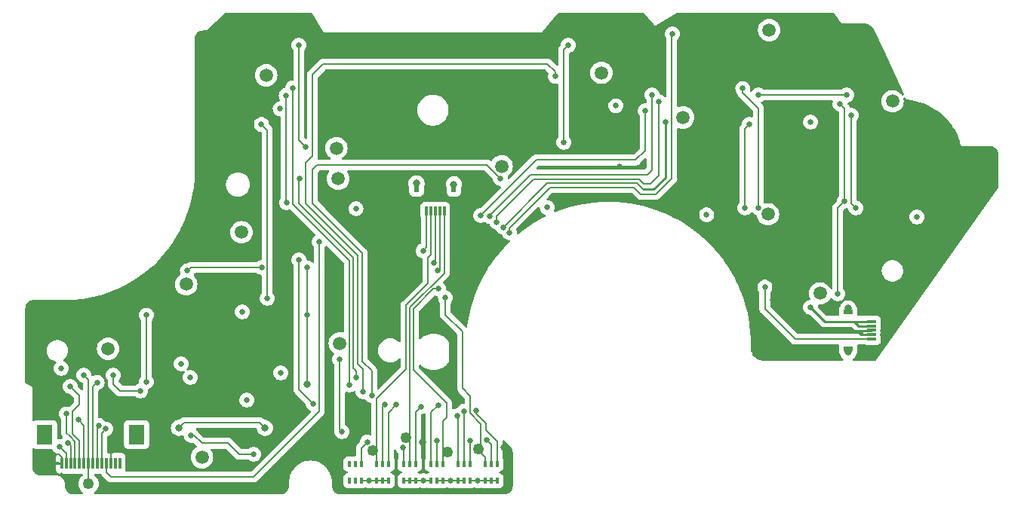
<source format=gbr>
G04 #@! TF.GenerationSoftware,KiCad,Pcbnew,7.0.6*
G04 #@! TF.CreationDate,2024-03-05T17:24:43-08:00*
G04 #@! TF.ProjectId,procon_button_board,70726f63-6f6e-45f6-9275-74746f6e5f62,rev?*
G04 #@! TF.SameCoordinates,Original*
G04 #@! TF.FileFunction,Copper,L4,Bot*
G04 #@! TF.FilePolarity,Positive*
%FSLAX46Y46*%
G04 Gerber Fmt 4.6, Leading zero omitted, Abs format (unit mm)*
G04 Created by KiCad (PCBNEW 7.0.6) date 2024-03-05 17:24:43*
%MOMM*%
%LPD*%
G01*
G04 APERTURE LIST*
G04 #@! TA.AperFunction,SMDPad,CuDef*
%ADD10R,0.400000X0.650000*%
G04 #@! TD*
G04 #@! TA.AperFunction,SMDPad,CuDef*
%ADD11R,0.600000X1.000000*%
G04 #@! TD*
G04 #@! TA.AperFunction,SMDPad,CuDef*
%ADD12R,0.300000X1.000000*%
G04 #@! TD*
G04 #@! TA.AperFunction,SMDPad,CuDef*
%ADD13R,1.000000X0.600000*%
G04 #@! TD*
G04 #@! TA.AperFunction,SMDPad,CuDef*
%ADD14R,1.000000X0.300000*%
G04 #@! TD*
G04 #@! TA.AperFunction,SMDPad,CuDef*
%ADD15R,0.300000X1.300000*%
G04 #@! TD*
G04 #@! TA.AperFunction,SMDPad,CuDef*
%ADD16R,1.800000X2.200000*%
G04 #@! TD*
G04 #@! TA.AperFunction,ViaPad*
%ADD17C,0.800000*%
G04 #@! TD*
G04 #@! TA.AperFunction,ViaPad*
%ADD18C,0.650000*%
G04 #@! TD*
G04 #@! TA.AperFunction,ViaPad*
%ADD19C,1.500000*%
G04 #@! TD*
G04 #@! TA.AperFunction,ViaPad*
%ADD20C,1.250000*%
G04 #@! TD*
G04 #@! TA.AperFunction,Conductor*
%ADD21C,0.250000*%
G04 #@! TD*
G04 #@! TA.AperFunction,Conductor*
%ADD22C,0.150000*%
G04 #@! TD*
G04 #@! TA.AperFunction,Conductor*
%ADD23C,0.200000*%
G04 #@! TD*
G04 APERTURE END LIST*
D10*
X147024720Y-165209612D03*
X146374720Y-165209612D03*
X145724720Y-165209612D03*
X145724720Y-163309612D03*
X146374720Y-163309612D03*
X147024720Y-163309612D03*
X137880720Y-165209612D03*
X137230720Y-165209612D03*
X136580720Y-165209612D03*
X136580720Y-163309612D03*
X137230720Y-163309612D03*
X137880720Y-163309612D03*
X140928720Y-165209612D03*
X140278720Y-165209612D03*
X139628720Y-165209612D03*
X139628720Y-163309612D03*
X140278720Y-163309612D03*
X140928720Y-163309612D03*
D11*
X141033000Y-132246000D03*
X145213000Y-132246000D03*
D12*
X142123000Y-134896000D03*
X142623000Y-134896000D03*
X143123000Y-134896000D03*
X143623000Y-134896000D03*
X144123000Y-134896000D03*
D10*
X134832720Y-165209612D03*
X134182720Y-165209612D03*
X133532720Y-165209612D03*
X133532720Y-163309612D03*
X134182720Y-163309612D03*
X134832720Y-163309612D03*
X143976720Y-165209612D03*
X143326720Y-165209612D03*
X142676720Y-165209612D03*
X142676720Y-163309612D03*
X143326720Y-163309612D03*
X143976720Y-163309612D03*
X150072720Y-165209612D03*
X149422720Y-165209612D03*
X148772720Y-165209612D03*
X148772720Y-163309612D03*
X149422720Y-163309612D03*
X150072720Y-163309612D03*
D13*
X189469000Y-150384000D03*
X189469000Y-146204000D03*
D14*
X192119000Y-149294000D03*
X192119000Y-148794000D03*
X192119000Y-148294000D03*
X192119000Y-147794000D03*
X192119000Y-147294000D03*
D15*
X101214720Y-163251644D03*
X101714720Y-163251644D03*
X102214720Y-163251644D03*
X102714720Y-163251644D03*
X103214720Y-163251644D03*
X103714720Y-163251644D03*
X104214720Y-163251644D03*
X104714720Y-163251644D03*
X105214720Y-163251644D03*
X105714720Y-163251644D03*
X106214720Y-163251644D03*
X106714720Y-163251644D03*
X107214720Y-163251644D03*
X107714720Y-163251644D03*
D16*
X99314720Y-160001644D03*
X109614720Y-160001644D03*
D17*
X145214000Y-131884000D03*
X141024000Y-131774000D03*
X189444000Y-145834000D03*
X189444000Y-150754000D03*
X126562720Y-138605612D03*
D18*
X99384720Y-162735612D03*
X181334234Y-123893767D03*
X122498720Y-121841612D03*
D17*
X141710917Y-160887606D03*
D18*
X106750720Y-161465612D03*
X118942720Y-153337612D03*
X169418000Y-133731000D03*
D17*
X107258720Y-156385612D03*
D18*
X153374000Y-136264000D03*
D17*
X124125528Y-160812249D03*
D18*
X115132720Y-148511612D03*
D17*
X125038720Y-156893612D03*
X185894937Y-135051757D03*
X190125683Y-139881547D03*
X190062720Y-138097612D03*
D18*
X113919000Y-156337000D03*
D17*
X131388720Y-155115612D03*
D18*
X117926720Y-145463612D03*
X130372720Y-133271612D03*
X160090720Y-121841612D03*
D17*
X129356720Y-159687612D03*
X115132720Y-161973612D03*
D18*
X149860000Y-132461000D03*
D17*
X150842087Y-161464691D03*
D18*
X180954000Y-144864000D03*
X147193000Y-142875000D03*
X123514720Y-148511612D03*
X163830000Y-129921000D03*
D17*
X125546720Y-140383612D03*
X143764000Y-153670000D03*
D18*
X193432979Y-134393539D03*
D17*
X122755581Y-138503280D03*
D18*
X138303000Y-134493000D03*
X100946952Y-161373173D03*
X115640720Y-153591612D03*
X121990720Y-156131612D03*
X185236720Y-145717612D03*
X125800720Y-153083612D03*
X125726872Y-123395697D03*
X155693975Y-134493000D03*
X173579679Y-135300648D03*
X163392720Y-123063000D03*
X197174720Y-135557612D03*
X121482720Y-146225612D03*
X185236720Y-124889612D03*
X134239000Y-134620000D03*
X101924720Y-160957612D03*
X114624720Y-152067612D03*
X101162720Y-152575612D03*
X147898720Y-165209612D03*
X101747324Y-157686249D03*
X102178720Y-154607612D03*
X158058720Y-116253612D03*
X157550720Y-127175612D03*
X127832720Y-116253612D03*
D19*
X132029200Y-127812800D03*
D18*
X128594720Y-127683612D03*
X103080657Y-158348830D03*
X144850720Y-165209612D03*
X103702720Y-153337612D03*
D20*
X104227219Y-165552532D03*
D18*
X143009050Y-140716947D03*
D17*
X128727900Y-154353612D03*
D18*
X105199223Y-154153663D03*
X110727900Y-146596924D03*
X115316000Y-141605000D03*
X128736649Y-146524700D03*
D19*
X115189000Y-143129000D03*
D17*
X124022720Y-159253572D03*
D18*
X123638935Y-141228354D03*
X128714653Y-141267635D03*
D17*
X114370720Y-159253572D03*
D18*
X110706298Y-154065640D03*
X105357449Y-158975997D03*
X141802720Y-165209612D03*
X135706720Y-165209612D03*
X106157243Y-159380831D03*
D19*
X186309000Y-144145000D03*
D18*
X188284720Y-144193612D03*
X148228722Y-135386049D03*
X188538720Y-122857612D03*
X130118720Y-138351612D03*
X189046720Y-133779612D03*
X166694720Y-123619612D03*
D20*
X147987385Y-161597812D03*
D18*
X141753211Y-139354258D03*
X144272000Y-144653000D03*
D20*
X136143221Y-161833702D03*
X144500157Y-161945912D03*
D18*
X143425971Y-141587729D03*
X143510000Y-143637000D03*
D20*
X139885396Y-160369374D03*
D18*
X135028817Y-155203798D03*
D19*
X161772602Y-119345941D03*
D18*
X156591000Y-119761000D03*
X148919230Y-160614197D03*
X147736989Y-157287885D03*
D19*
X180594000Y-114554000D03*
D18*
X151434800Y-137312400D03*
X169742720Y-114983612D03*
X135996469Y-155618506D03*
X150438720Y-131239612D03*
D19*
X150571200Y-129844800D03*
D18*
X145612720Y-157909612D03*
D19*
X170924659Y-124371252D03*
D18*
X168980720Y-124889612D03*
X146374376Y-157366877D03*
X150759534Y-136710860D03*
X147074758Y-160698843D03*
X127832720Y-140383612D03*
X129425838Y-156526572D03*
D19*
X121384754Y-137280073D03*
D18*
X143491167Y-156695445D03*
X150030902Y-136134071D03*
X179394720Y-121841612D03*
D19*
X194437000Y-122555000D03*
D18*
X189300720Y-121841612D03*
X168218720Y-122603612D03*
D19*
X116954758Y-162557703D03*
D18*
X143326720Y-160703612D03*
X132658720Y-159687612D03*
D19*
X132416626Y-149752890D03*
D18*
X139515616Y-161471318D03*
X132404720Y-151559612D03*
X127140349Y-121050669D03*
X133468723Y-154436917D03*
X141548720Y-156893612D03*
D19*
X124148000Y-119635612D03*
D18*
X137484720Y-156639612D03*
D19*
X132232400Y-131267200D03*
D18*
X127905066Y-131272542D03*
X134284974Y-153564714D03*
D19*
X180467000Y-135255000D03*
D18*
X149261976Y-135483192D03*
X177634335Y-121110921D03*
X138771393Y-156665823D03*
X179394720Y-134541612D03*
X167456720Y-121841612D03*
X135499804Y-160857483D03*
X110052720Y-155115612D03*
D19*
X106426000Y-150368000D03*
D18*
X122752720Y-162227612D03*
X107004720Y-153337612D03*
X115739662Y-160096670D03*
X124276720Y-144701612D03*
X123629229Y-125152363D03*
X126400528Y-121917191D03*
X126428426Y-133955211D03*
X177870720Y-134541612D03*
X178378720Y-125143612D03*
X189808720Y-124127612D03*
X190316720Y-134541612D03*
X180104000Y-143454000D03*
D21*
X145213000Y-131885000D02*
X145214000Y-131884000D01*
D22*
X189469000Y-150729000D02*
X189444000Y-150754000D01*
X189469000Y-146204000D02*
X189469000Y-145859000D01*
X189469000Y-145859000D02*
X189444000Y-145834000D01*
D21*
X141033000Y-132246000D02*
X141033000Y-131783000D01*
X141033000Y-131783000D02*
X141024000Y-131774000D01*
D22*
X189469000Y-150384000D02*
X189469000Y-150729000D01*
D21*
X145213000Y-132246000D02*
X145213000Y-131885000D01*
D23*
X106714720Y-161501612D02*
X106750720Y-161465612D01*
D21*
X192099000Y-148314000D02*
X190444000Y-148314000D01*
X192119000Y-148294000D02*
X192099000Y-148314000D01*
X192119000Y-148794000D02*
X190924000Y-148794000D01*
X190444000Y-148314000D02*
X184174000Y-148314000D01*
X180954000Y-145094000D02*
X180954000Y-144864000D01*
D23*
X100908720Y-162227612D02*
X99892720Y-162227612D01*
D21*
X190924000Y-148794000D02*
X190444000Y-148314000D01*
X184174000Y-148314000D02*
X180954000Y-145094000D01*
D23*
X101214720Y-163251644D02*
X101214720Y-162533612D01*
X106714720Y-163251644D02*
X106714720Y-161501612D01*
X99892720Y-162227612D02*
X99384720Y-162735612D01*
X101214720Y-162533612D02*
X100908720Y-162227612D01*
D21*
X186813108Y-147294000D02*
X185236720Y-145717612D01*
X190664000Y-147794000D02*
X190164000Y-147294000D01*
D23*
X101714720Y-162140941D02*
X100946952Y-161373173D01*
D21*
X190164000Y-147294000D02*
X186813108Y-147294000D01*
X192119000Y-147294000D02*
X190164000Y-147294000D01*
X192119000Y-147794000D02*
X190664000Y-147794000D01*
D23*
X101714720Y-163251644D02*
X101714720Y-162140941D01*
X102214720Y-163251644D02*
X102214720Y-161247612D01*
X102214720Y-161247612D02*
X101924720Y-160957612D01*
X147024720Y-165209612D02*
X148772720Y-165209612D01*
X150072720Y-165209612D02*
X149422720Y-165209612D01*
X102149877Y-160224455D02*
X101747324Y-159821902D01*
X102714720Y-160789298D02*
X102149877Y-160224455D01*
X149422720Y-165209612D02*
X148772720Y-165209612D01*
X101747324Y-159821902D02*
X101747324Y-157686249D01*
X102714720Y-163251644D02*
X102714720Y-160789298D01*
X157550720Y-127175612D02*
X157550720Y-116761612D01*
X102432720Y-157401612D02*
X102432720Y-159941612D01*
X127832720Y-116253612D02*
X127832720Y-126921612D01*
X102178720Y-154607612D02*
X103214720Y-155643612D01*
X127832720Y-126921612D02*
X128594720Y-127683612D01*
X102432720Y-159941612D02*
X103214720Y-160723612D01*
X103214720Y-155643612D02*
X103214720Y-156619612D01*
X103214720Y-156619612D02*
X102432720Y-157401612D01*
X157550720Y-116761612D02*
X158058720Y-116253612D01*
X103214720Y-160723612D02*
X103214720Y-163251644D01*
X146374720Y-165209612D02*
X145724720Y-165209612D01*
X143976720Y-165209612D02*
X143326720Y-165209612D01*
X103714720Y-158982893D02*
X103080657Y-158348830D01*
X103714720Y-163251644D02*
X103714720Y-158982893D01*
X145724720Y-165209612D02*
X143976720Y-165209612D01*
X143123000Y-134896000D02*
X143134000Y-134907000D01*
X103702720Y-153337612D02*
X104214720Y-153849612D01*
X143134000Y-134907000D02*
X143134000Y-140591997D01*
X104214720Y-165428720D02*
X104267000Y-165481000D01*
X104214720Y-163251644D02*
X104214720Y-165428720D01*
X143134000Y-140591997D02*
X143009050Y-140716947D01*
X104214720Y-153849612D02*
X104214720Y-163251644D01*
X115692646Y-141228354D02*
X123638935Y-141228354D01*
X128714653Y-141267635D02*
X128714653Y-146502704D01*
X104714720Y-154638166D02*
X104714720Y-163251644D01*
X110727900Y-154044038D02*
X110706298Y-154065640D01*
X128714653Y-146502704D02*
X128736649Y-146524700D01*
X123440760Y-158671612D02*
X114952680Y-158671612D01*
X110727900Y-146596924D02*
X110727900Y-154044038D01*
X114952680Y-158671612D02*
X114370720Y-159253572D01*
X105199223Y-154153663D02*
X104714720Y-154638166D01*
X124022720Y-159253572D02*
X123440760Y-158671612D01*
X128736649Y-154344863D02*
X128727900Y-154353612D01*
X128736649Y-146524700D02*
X128736649Y-154344863D01*
X115316000Y-141605000D02*
X115692646Y-141228354D01*
X105214720Y-159118726D02*
X105214720Y-163251644D01*
X140278720Y-165209612D02*
X139628720Y-165209612D01*
X140928720Y-165209612D02*
X140278720Y-165209612D01*
X105357449Y-158975997D02*
X105214720Y-159118726D01*
X142676720Y-165209612D02*
X140928720Y-165209612D01*
X134832720Y-165209612D02*
X136580720Y-165209612D01*
X137230720Y-165209612D02*
X136580720Y-165209612D01*
X137880720Y-165209612D02*
X137230720Y-165209612D01*
X105714720Y-163251644D02*
X105714720Y-159823354D01*
X105714720Y-159823354D02*
X106157243Y-159380831D01*
X106214720Y-164231612D02*
X106214720Y-163251644D01*
X166694720Y-123619612D02*
X166694720Y-128072280D01*
X122752720Y-164767612D02*
X106750720Y-164767612D01*
X130118720Y-138351612D02*
X130118720Y-157401612D01*
X189046720Y-123365612D02*
X188538720Y-122857612D01*
X154455771Y-129159000D02*
X148228722Y-135386049D01*
X130118720Y-157401612D02*
X122752720Y-164767612D01*
X166694720Y-128072280D02*
X165608000Y-129159000D01*
X106750720Y-164767612D02*
X106214720Y-164231612D01*
X189046720Y-133779612D02*
X189046720Y-123365612D01*
X188284720Y-134541612D02*
X189046720Y-133779612D01*
X188284720Y-144193612D02*
X188284720Y-134541612D01*
X165608000Y-129159000D02*
X154455771Y-129159000D01*
X144272000Y-146558000D02*
X146178296Y-148464296D01*
X142124000Y-134897000D02*
X142124000Y-138983469D01*
X148261022Y-158833724D02*
X148261022Y-162063735D01*
X148261022Y-162063735D02*
X148772720Y-162575433D01*
X147038323Y-157611025D02*
X148261022Y-158833724D01*
X142124000Y-138983469D02*
X141753211Y-139354258D01*
X146178296Y-148464296D02*
X146178296Y-154814296D01*
X147038323Y-155674323D02*
X147038323Y-157611025D01*
X142123000Y-134896000D02*
X142124000Y-134897000D01*
X146178296Y-154814296D02*
X147038323Y-155674323D01*
X148772720Y-162575433D02*
X148772720Y-163309612D01*
X144272000Y-144653000D02*
X144272000Y-146558000D01*
X142623000Y-134896000D02*
X142624000Y-134897000D01*
X142310720Y-143014179D02*
X139865713Y-145459186D01*
X139865713Y-152701424D02*
X136580720Y-155986417D01*
X142624000Y-139816332D02*
X142310720Y-140129612D01*
X142624000Y-134897000D02*
X142624000Y-139816332D01*
X142310720Y-140129612D02*
X142310720Y-143014179D01*
X139865713Y-145459186D02*
X139865713Y-152701424D01*
X136580720Y-155986417D02*
X136580720Y-163309612D01*
X143624000Y-141389700D02*
X143425971Y-141587729D01*
X144432863Y-156511059D02*
X144432863Y-158073469D01*
X143624000Y-134897000D02*
X143624000Y-141389700D01*
X140683099Y-152761295D02*
X144432863Y-156511059D01*
X143510000Y-143637000D02*
X142925018Y-143637000D01*
X143623000Y-134896000D02*
X143624000Y-134897000D01*
X143976720Y-158529612D02*
X143976720Y-163309612D01*
X140683099Y-145878919D02*
X140683099Y-152761295D01*
X142925018Y-143637000D02*
X140683099Y-145878919D01*
X144432863Y-158073469D02*
X143976720Y-158529612D01*
X140278720Y-145717612D02*
X140278720Y-163309612D01*
X144124000Y-134897000D02*
X144124000Y-141872332D01*
X144123000Y-134896000D02*
X144124000Y-134897000D01*
X144124000Y-141872332D02*
X140278720Y-145717612D01*
X148919230Y-160614197D02*
X149422720Y-161117687D01*
X133674720Y-139113612D02*
X128594720Y-134033612D01*
X129356720Y-119555612D02*
X130548332Y-118364000D01*
X130548332Y-118364000D02*
X155702000Y-118364000D01*
X155702000Y-118364000D02*
X156591000Y-119253000D01*
X156591000Y-119253000D02*
X156591000Y-119761000D01*
X134436720Y-139875612D02*
X133674720Y-139113612D01*
X134436720Y-152067612D02*
X134436720Y-151305612D01*
X134436720Y-151305612D02*
X134436720Y-139875612D01*
X129356720Y-128699612D02*
X129356720Y-126159612D01*
X135028817Y-155203798D02*
X135028817Y-152659709D01*
X129102720Y-128953612D02*
X129356720Y-128699612D01*
X134690720Y-152321612D02*
X134436720Y-152067612D01*
X135028817Y-152659709D02*
X134690720Y-152321612D01*
X128594720Y-130731612D02*
X128594720Y-129461612D01*
X128594720Y-134033612D02*
X128594720Y-130731612D01*
X128594720Y-129461612D02*
X129102720Y-128953612D01*
X149422720Y-161117687D02*
X149422720Y-163309612D01*
X129356720Y-126159612D02*
X129356720Y-119555612D01*
X151434800Y-136793200D02*
X156004000Y-132224000D01*
X150072720Y-163309612D02*
X150072720Y-160747093D01*
X167884000Y-132984000D02*
X169671046Y-131196954D01*
X166194000Y-132984000D02*
X167884000Y-132984000D01*
X148860065Y-159534438D02*
X148860065Y-158757901D01*
X148860065Y-158757901D02*
X147736989Y-157634825D01*
X165434000Y-132224000D02*
X166194000Y-132984000D01*
X156004000Y-132224000D02*
X165434000Y-132224000D01*
X151434800Y-137312400D02*
X151434800Y-136793200D01*
X169671046Y-131196954D02*
X169671046Y-115055286D01*
X147736989Y-157634825D02*
X147736989Y-157287885D01*
X150072720Y-160747093D02*
X148860065Y-159534438D01*
X169671046Y-115055286D02*
X169742720Y-114983612D01*
X135996469Y-152865361D02*
X134944720Y-151813612D01*
X129864720Y-129715612D02*
X148914720Y-129715612D01*
X135996469Y-155618506D02*
X135996469Y-152865361D01*
X129356720Y-130223612D02*
X129864720Y-129715612D01*
X145724720Y-163309612D02*
X145724720Y-158021612D01*
X134944720Y-151813612D02*
X134944720Y-139621612D01*
X134944720Y-139621612D02*
X129356720Y-134033612D01*
X129356720Y-134033612D02*
X129356720Y-130223612D01*
X148914720Y-129715612D02*
X150438720Y-131239612D01*
X145724720Y-158021612D02*
X145612720Y-157909612D01*
D21*
X167630878Y-132464000D02*
X168980720Y-131114158D01*
D23*
X146374720Y-163309612D02*
X146374720Y-157367221D01*
X165759699Y-131784000D02*
X155686394Y-131784000D01*
X155686394Y-131784000D02*
X150759534Y-136710860D01*
X166439699Y-132464000D02*
X165759699Y-131784000D01*
X146374720Y-157367221D02*
X146374376Y-157366877D01*
D21*
X168980720Y-131114158D02*
X168980720Y-124889612D01*
X166439699Y-132464000D02*
X167630878Y-132464000D01*
D23*
X127832720Y-154933454D02*
X129425838Y-156526572D01*
X147024720Y-160748881D02*
X147074758Y-160698843D01*
X127832720Y-140383612D02*
X127832720Y-154933454D01*
X147024720Y-163309612D02*
X147024720Y-160748881D01*
X189300720Y-121841612D02*
X179394720Y-121841612D01*
X166044000Y-131324000D02*
X154172000Y-131324000D01*
X142676720Y-157509892D02*
X143491167Y-156695445D01*
X142676720Y-163309612D02*
X142676720Y-157509892D01*
X167299354Y-131826000D02*
X166546000Y-131826000D01*
X168218720Y-130906634D02*
X167299354Y-131826000D01*
X154172000Y-131324000D02*
X150030902Y-135465098D01*
X150030902Y-135465098D02*
X150030902Y-136123869D01*
X166546000Y-131826000D02*
X166044000Y-131324000D01*
X168218720Y-122603612D02*
X168218720Y-130906634D01*
X143326720Y-163309612D02*
X143326720Y-160703612D01*
X139515616Y-161471318D02*
X139628720Y-161584422D01*
X132404720Y-151559612D02*
X132404720Y-159433612D01*
X132404720Y-159433612D02*
X132658720Y-159687612D01*
X139628720Y-161584422D02*
X139628720Y-163309612D01*
X127140349Y-134103241D02*
X127140349Y-121050669D01*
X133468723Y-140431615D02*
X130118720Y-137081612D01*
X140928720Y-157513612D02*
X141548720Y-156893612D01*
X140928720Y-163309612D02*
X140928720Y-157513612D01*
X130118720Y-137081612D02*
X127140349Y-134103241D01*
X133468723Y-154436917D02*
X133468723Y-140431615D01*
X137230720Y-156893612D02*
X137484720Y-156639612D01*
X134284974Y-152903156D02*
X134047997Y-152666179D01*
X133928720Y-150289612D02*
X133928720Y-140129612D01*
X133928720Y-152546902D02*
X133928720Y-150289612D01*
X134047997Y-152666179D02*
X133928720Y-152546902D01*
X137230720Y-163309612D02*
X137230720Y-156893612D01*
X134284974Y-153564714D02*
X134284974Y-152903156D01*
X133928720Y-140129612D02*
X127832720Y-134033612D01*
X127832720Y-131344888D02*
X127905066Y-131272542D01*
X127832720Y-134033612D02*
X127832720Y-131344888D01*
X167456720Y-121841612D02*
X167456720Y-130287505D01*
X137880720Y-163309612D02*
X137880720Y-157556496D01*
X179394720Y-123365612D02*
X178378720Y-122349612D01*
X179394720Y-134541612D02*
X179394720Y-123365612D01*
X177634335Y-121605227D02*
X177634335Y-121110921D01*
X153820771Y-130810000D02*
X166186720Y-130810000D01*
X167456720Y-130287505D02*
X166934225Y-130810000D01*
X178378720Y-122349612D02*
X177634335Y-121605227D01*
X166934225Y-130810000D02*
X166186720Y-130810000D01*
X137880720Y-157556496D02*
X138771393Y-156665823D01*
X149261976Y-135368795D02*
X153820771Y-130810000D01*
X134832720Y-161524567D02*
X134832720Y-163309612D01*
X121110126Y-162227612D02*
X122752720Y-162227612D01*
X119880629Y-160998115D02*
X121110126Y-162227612D01*
X116951223Y-160998115D02*
X119880629Y-160998115D01*
X107004720Y-153337612D02*
X107004720Y-154353612D01*
X107766720Y-155115612D02*
X110052720Y-155115612D01*
X116049778Y-160096670D02*
X116951223Y-160998115D01*
X107004720Y-154353612D02*
X107766720Y-155115612D01*
X115739662Y-160096670D02*
X116049778Y-160096670D01*
X135499804Y-160857483D02*
X134832720Y-161524567D01*
X124276720Y-144701612D02*
X124276720Y-125799854D01*
X124276720Y-125799854D02*
X123629229Y-125152363D01*
X126400528Y-133927313D02*
X126428426Y-133955211D01*
X126400528Y-121917191D02*
X126400528Y-133927313D01*
X177870720Y-134541612D02*
X177870720Y-125651612D01*
X177870720Y-125651612D02*
X178378720Y-125143612D01*
X189808720Y-134033612D02*
X189808720Y-124127612D01*
X190316720Y-134541612D02*
X189808720Y-134033612D01*
X183514000Y-149294000D02*
X192119000Y-149294000D01*
X180104000Y-145884000D02*
X183514000Y-149294000D01*
X180104000Y-143454000D02*
X180104000Y-145884000D01*
G04 #@! TA.AperFunction,Conductor*
G36*
X98126809Y-161521312D02*
G01*
X98168516Y-161552533D01*
X98305519Y-161603633D01*
X98332770Y-161606562D01*
X98366065Y-161610143D01*
X98366082Y-161610144D01*
X100057464Y-161610144D01*
X100124503Y-161629829D01*
X100170258Y-161682633D01*
X100175395Y-161695827D01*
X100181317Y-161714055D01*
X100237982Y-161812201D01*
X100268922Y-161865791D01*
X100386160Y-161995996D01*
X100527906Y-162098981D01*
X100602358Y-162132129D01*
X100655593Y-162177377D01*
X100675915Y-162244226D01*
X100656870Y-162311450D01*
X100651189Y-162319717D01*
X100621366Y-162359555D01*
X100621365Y-162359557D01*
X100571123Y-162494264D01*
X100571121Y-162494271D01*
X100564720Y-162553799D01*
X100564720Y-163101644D01*
X100932220Y-163101644D01*
X100999259Y-163121329D01*
X101045014Y-163174133D01*
X101056220Y-163225644D01*
X101056220Y-163277644D01*
X101036535Y-163344683D01*
X100983731Y-163390438D01*
X100932220Y-163401644D01*
X100564720Y-163401644D01*
X100564720Y-163949488D01*
X100571121Y-164009016D01*
X100571123Y-164009023D01*
X100621365Y-164143730D01*
X100621369Y-164143737D01*
X100707529Y-164258831D01*
X100707532Y-164258834D01*
X100822626Y-164344994D01*
X100822633Y-164344998D01*
X100957340Y-164395240D01*
X100957347Y-164395242D01*
X101016875Y-164401643D01*
X101016892Y-164401644D01*
X101064720Y-164401644D01*
X101068302Y-164398061D01*
X101084405Y-164343224D01*
X101137209Y-164297469D01*
X101206367Y-164287525D01*
X101263028Y-164310995D01*
X101310802Y-164346759D01*
X101315032Y-164349925D01*
X101327348Y-164366377D01*
X101328401Y-164365325D01*
X101364720Y-164401644D01*
X101412542Y-164401644D01*
X101412543Y-164401643D01*
X101415172Y-164401361D01*
X101447742Y-164403397D01*
X101447806Y-164402804D01*
X101516065Y-164410143D01*
X101516082Y-164410144D01*
X101913358Y-164410144D01*
X101915840Y-164409877D01*
X101951465Y-164406048D01*
X101977975Y-164406048D01*
X102016063Y-164410142D01*
X102016082Y-164410144D01*
X102413348Y-164410144D01*
X102413358Y-164410144D01*
X102451465Y-164406047D01*
X102477970Y-164406047D01*
X102516065Y-164410143D01*
X102516082Y-164410144D01*
X102913348Y-164410144D01*
X102913358Y-164410144D01*
X102951465Y-164406047D01*
X102977970Y-164406047D01*
X103016065Y-164410143D01*
X103016082Y-164410144D01*
X103413358Y-164410144D01*
X103415840Y-164409877D01*
X103451465Y-164406048D01*
X103477972Y-164406047D01*
X103488061Y-164407131D01*
X103495472Y-164407928D01*
X103560024Y-164434664D01*
X103599873Y-164492056D01*
X103606220Y-164531218D01*
X103606220Y-164534781D01*
X103586535Y-164601820D01*
X103547500Y-164640207D01*
X103541207Y-164644103D01*
X103385963Y-164785627D01*
X103259369Y-164953264D01*
X103165735Y-165141306D01*
X103143381Y-165219873D01*
X103120829Y-165299137D01*
X103108245Y-165343364D01*
X103088863Y-165552531D01*
X103108245Y-165761699D01*
X103108245Y-165761701D01*
X103108246Y-165761704D01*
X103162291Y-165951654D01*
X103165735Y-165963757D01*
X103247786Y-166128537D01*
X103259369Y-166151799D01*
X103385964Y-166319437D01*
X103541206Y-166460960D01*
X103549464Y-166466073D01*
X103596099Y-166518101D01*
X103607203Y-166587083D01*
X103579250Y-166651117D01*
X103521115Y-166689873D01*
X103484186Y-166695500D01*
X102481049Y-166695500D01*
X102474968Y-166695201D01*
X102314671Y-166679413D01*
X102290830Y-166674671D01*
X102145462Y-166630575D01*
X102123005Y-166621273D01*
X101989035Y-166549663D01*
X101968824Y-166536159D01*
X101851398Y-166439791D01*
X101834208Y-166422601D01*
X101749544Y-166319437D01*
X101737839Y-166305174D01*
X101724336Y-166284965D01*
X101712525Y-166262868D01*
X101652724Y-166150989D01*
X101643427Y-166128544D01*
X101599326Y-165983163D01*
X101594587Y-165959335D01*
X101578799Y-165799031D01*
X101578500Y-165792951D01*
X101578500Y-165599721D01*
X101578499Y-165599716D01*
X101575598Y-165583266D01*
X101545062Y-165410082D01*
X101479202Y-165229132D01*
X101382921Y-165062368D01*
X101291373Y-164953265D01*
X101259144Y-164914855D01*
X101132078Y-164808235D01*
X101111632Y-164791079D01*
X100949032Y-164697202D01*
X100944872Y-164694800D01*
X100944869Y-164694799D01*
X100944868Y-164694798D01*
X100922019Y-164686482D01*
X100763917Y-164628937D01*
X100574283Y-164595500D01*
X100574281Y-164595500D01*
X100493917Y-164595500D01*
X98831049Y-164595500D01*
X98824968Y-164595201D01*
X98664671Y-164579413D01*
X98640830Y-164574671D01*
X98495462Y-164530575D01*
X98473005Y-164521273D01*
X98339035Y-164449663D01*
X98318824Y-164436159D01*
X98260110Y-164387974D01*
X98201397Y-164339790D01*
X98184208Y-164322601D01*
X98183629Y-164321896D01*
X98087839Y-164205174D01*
X98074336Y-164184965D01*
X98065726Y-164168857D01*
X98002724Y-164050989D01*
X97993427Y-164028544D01*
X97949326Y-163883163D01*
X97944587Y-163859335D01*
X97933309Y-163744823D01*
X97928799Y-163699031D01*
X97928500Y-163692951D01*
X97928500Y-161620579D01*
X97948185Y-161553540D01*
X98000989Y-161507785D01*
X98070147Y-161497841D01*
X98126809Y-161521312D01*
G37*
G04 #@! TD.AperFunction*
G04 #@! TA.AperFunction,Conductor*
G36*
X130981992Y-138806673D02*
G01*
X130993022Y-138816463D01*
X132823904Y-140647345D01*
X132857389Y-140708668D01*
X132860223Y-140735026D01*
X132860223Y-148407256D01*
X132840538Y-148474295D01*
X132787734Y-148520050D01*
X132718576Y-148529994D01*
X132704130Y-148527031D01*
X132636002Y-148508776D01*
X132635998Y-148508775D01*
X132635997Y-148508775D01*
X132635996Y-148508774D01*
X132635991Y-148508774D01*
X132416628Y-148489583D01*
X132416624Y-148489583D01*
X132197260Y-148508774D01*
X132197253Y-148508775D01*
X131984546Y-148565771D01*
X131784972Y-148658834D01*
X131784968Y-148658836D01*
X131604593Y-148785137D01*
X131604586Y-148785142D01*
X131448878Y-148940850D01*
X131448873Y-148940857D01*
X131322572Y-149121232D01*
X131322570Y-149121236D01*
X131229507Y-149320810D01*
X131172511Y-149533517D01*
X131172510Y-149533524D01*
X131153319Y-149752887D01*
X131153319Y-149752892D01*
X131170678Y-149951316D01*
X131172511Y-149972261D01*
X131229506Y-150184966D01*
X131229507Y-150184969D01*
X131229508Y-150184971D01*
X131314854Y-150367997D01*
X131322570Y-150384544D01*
X131448877Y-150564928D01*
X131604588Y-150720639D01*
X131755937Y-150826615D01*
X131799561Y-150881191D01*
X131806753Y-150950690D01*
X131776962Y-151011161D01*
X131726689Y-151066995D01*
X131639086Y-151218728D01*
X131584944Y-151385359D01*
X131584943Y-151385363D01*
X131566629Y-151559612D01*
X131584943Y-151733861D01*
X131584944Y-151733864D01*
X131639086Y-151900495D01*
X131669278Y-151952789D01*
X131726690Y-152052230D01*
X131754394Y-152082998D01*
X131764369Y-152094076D01*
X131794599Y-152157067D01*
X131796220Y-152177049D01*
X131796219Y-159389666D01*
X131795688Y-159397765D01*
X131790970Y-159433611D01*
X131795741Y-159469860D01*
X131795743Y-159469875D01*
X131805323Y-159542639D01*
X131811881Y-159592462D01*
X131814784Y-159599469D01*
X131823543Y-159659877D01*
X131820629Y-159687609D01*
X131820629Y-159687612D01*
X131838943Y-159861861D01*
X131838944Y-159861864D01*
X131893086Y-160028495D01*
X131980505Y-160179910D01*
X131980690Y-160180230D01*
X132097928Y-160310435D01*
X132222456Y-160400910D01*
X132239674Y-160413420D01*
X132399731Y-160484682D01*
X132399736Y-160484684D01*
X132571116Y-160521112D01*
X132746324Y-160521112D01*
X132917704Y-160484684D01*
X133077766Y-160413420D01*
X133219512Y-160310435D01*
X133336750Y-160180230D01*
X133424354Y-160028494D01*
X133478497Y-159861861D01*
X133496811Y-159687612D01*
X133478497Y-159513363D01*
X133424354Y-159346730D01*
X133336750Y-159194994D01*
X133219512Y-159064789D01*
X133077766Y-158961804D01*
X133077765Y-158961803D01*
X133075223Y-158960336D01*
X133074045Y-158959100D01*
X133072508Y-158957984D01*
X133072712Y-158957702D01*
X133027006Y-158909770D01*
X133013220Y-158852947D01*
X133013220Y-155337436D01*
X133032905Y-155270397D01*
X133085709Y-155224642D01*
X133154867Y-155214698D01*
X133187652Y-155224155D01*
X133209739Y-155233989D01*
X133381119Y-155270417D01*
X133556327Y-155270417D01*
X133727707Y-155233989D01*
X133887769Y-155162725D01*
X133995130Y-155084721D01*
X134060934Y-155061242D01*
X134128988Y-155077067D01*
X134177683Y-155127172D01*
X134191559Y-155195650D01*
X134191335Y-155197996D01*
X134190726Y-155203792D01*
X134190726Y-155203794D01*
X134190726Y-155203798D01*
X134209040Y-155378047D01*
X134209041Y-155378050D01*
X134263183Y-155544681D01*
X134333293Y-155666116D01*
X134350787Y-155696416D01*
X134468025Y-155826621D01*
X134605320Y-155926372D01*
X134609771Y-155929606D01*
X134769828Y-156000868D01*
X134769833Y-156000870D01*
X134941213Y-156037298D01*
X135116418Y-156037298D01*
X135116421Y-156037298D01*
X135170271Y-156025851D01*
X135239935Y-156031166D01*
X135295669Y-156073302D01*
X135303439Y-156085143D01*
X135318439Y-156111124D01*
X135435677Y-156241329D01*
X135577422Y-156344314D01*
X135577423Y-156344314D01*
X135737480Y-156415576D01*
X135737485Y-156415578D01*
X135874002Y-156444595D01*
X135935483Y-156477787D01*
X135969259Y-156538950D01*
X135972220Y-156565885D01*
X135972220Y-159964493D01*
X135952535Y-160031532D01*
X135899731Y-160077287D01*
X135830573Y-160087231D01*
X135797786Y-160077773D01*
X135758792Y-160060412D01*
X135758787Y-160060410D01*
X135587408Y-160023983D01*
X135412200Y-160023983D01*
X135240820Y-160060410D01*
X135240815Y-160060412D01*
X135080759Y-160131674D01*
X135080754Y-160131677D01*
X134939015Y-160234657D01*
X134939012Y-160234659D01*
X134939012Y-160234660D01*
X134821774Y-160364865D01*
X134821772Y-160364866D01*
X134821771Y-160364869D01*
X134734170Y-160516599D01*
X134680028Y-160683229D01*
X134680028Y-160683230D01*
X134680027Y-160683234D01*
X134669018Y-160787972D01*
X134668940Y-160788718D01*
X134642355Y-160853332D01*
X134633300Y-160863436D01*
X134433521Y-161063216D01*
X134427418Y-161068567D01*
X134398733Y-161090579D01*
X134374242Y-161122496D01*
X134301196Y-161217690D01*
X134241901Y-161360843D01*
X134239882Y-161365715D01*
X134239881Y-161365717D01*
X134239882Y-161365717D01*
X134225980Y-161471318D01*
X134223677Y-161488808D01*
X134223675Y-161488821D01*
X134221966Y-161501806D01*
X134218970Y-161524567D01*
X134222784Y-161553540D01*
X134223689Y-161560410D01*
X134224220Y-161568512D01*
X134224220Y-162352112D01*
X134204535Y-162419151D01*
X134151731Y-162464906D01*
X134100220Y-162476112D01*
X133934079Y-162476112D01*
X133870974Y-162482896D01*
X133844466Y-162482896D01*
X133781360Y-162476112D01*
X133781358Y-162476112D01*
X133284082Y-162476112D01*
X133284065Y-162476112D01*
X133223517Y-162482623D01*
X133223515Y-162482623D01*
X133086515Y-162533723D01*
X132969459Y-162621351D01*
X132881831Y-162738407D01*
X132830731Y-162875407D01*
X132830731Y-162875409D01*
X132824220Y-162935957D01*
X132824220Y-163683266D01*
X132830731Y-163743814D01*
X132830731Y-163743816D01*
X132856476Y-163812838D01*
X132881831Y-163880816D01*
X132969459Y-163997873D01*
X133086516Y-164085501D01*
X133163284Y-164114134D01*
X133223515Y-164136600D01*
X133231061Y-164138383D01*
X133230601Y-164140327D01*
X133285484Y-164163062D01*
X133325331Y-164220455D01*
X133327824Y-164290281D01*
X133292170Y-164350369D01*
X133229690Y-164381642D01*
X133224529Y-164382384D01*
X133223515Y-164382623D01*
X133086515Y-164433723D01*
X132969459Y-164521351D01*
X132881831Y-164638407D01*
X132830731Y-164775407D01*
X132830731Y-164775409D01*
X132824220Y-164835957D01*
X132824220Y-165583266D01*
X132830731Y-165643814D01*
X132830731Y-165643816D01*
X132877450Y-165769070D01*
X132881831Y-165780816D01*
X132969459Y-165897873D01*
X133086516Y-165985501D01*
X133201669Y-166028451D01*
X133223513Y-166036599D01*
X133223519Y-166036601D01*
X133250770Y-166039530D01*
X133284065Y-166043111D01*
X133284082Y-166043112D01*
X133781358Y-166043112D01*
X133781371Y-166043111D01*
X133803918Y-166040686D01*
X133841921Y-166036601D01*
X133841923Y-166036600D01*
X133844463Y-166036327D01*
X133870977Y-166036327D01*
X133873516Y-166036600D01*
X133873519Y-166036601D01*
X133907948Y-166040302D01*
X133934068Y-166043111D01*
X133934082Y-166043112D01*
X134431358Y-166043112D01*
X134431371Y-166043111D01*
X134453918Y-166040686D01*
X134491921Y-166036601D01*
X134491923Y-166036600D01*
X134494463Y-166036327D01*
X134520977Y-166036327D01*
X134523516Y-166036600D01*
X134523519Y-166036601D01*
X134557948Y-166040302D01*
X134584068Y-166043111D01*
X134584082Y-166043112D01*
X135081358Y-166043112D01*
X135081374Y-166043111D01*
X135108412Y-166040203D01*
X135141921Y-166036601D01*
X135141925Y-166036599D01*
X135141927Y-166036599D01*
X135278916Y-165985504D01*
X135278916Y-165985503D01*
X135278924Y-165985501D01*
X135278930Y-165985495D01*
X135279538Y-165985165D01*
X135280229Y-165985014D01*
X135287234Y-165982402D01*
X135287609Y-165983408D01*
X135347810Y-165970309D01*
X135389406Y-165980714D01*
X135400156Y-165985500D01*
X135447736Y-166006684D01*
X135619116Y-166043112D01*
X135794324Y-166043112D01*
X135965704Y-166006684D01*
X136024031Y-165980714D01*
X136093279Y-165971428D01*
X136126154Y-165982544D01*
X136126208Y-165982402D01*
X136130801Y-165984115D01*
X136133894Y-165985161D01*
X136134513Y-165985498D01*
X136134516Y-165985501D01*
X136238388Y-166024243D01*
X136271513Y-166036599D01*
X136271519Y-166036601D01*
X136298770Y-166039530D01*
X136332065Y-166043111D01*
X136332082Y-166043112D01*
X136829358Y-166043112D01*
X136829371Y-166043111D01*
X136851918Y-166040686D01*
X136889921Y-166036601D01*
X136889923Y-166036600D01*
X136892463Y-166036327D01*
X136918977Y-166036327D01*
X136921516Y-166036600D01*
X136921519Y-166036601D01*
X136955948Y-166040302D01*
X136982068Y-166043111D01*
X136982082Y-166043112D01*
X137479358Y-166043112D01*
X137479371Y-166043111D01*
X137501918Y-166040686D01*
X137539921Y-166036601D01*
X137539923Y-166036600D01*
X137542463Y-166036327D01*
X137568977Y-166036327D01*
X137571516Y-166036600D01*
X137571519Y-166036601D01*
X137605948Y-166040302D01*
X137632068Y-166043111D01*
X137632082Y-166043112D01*
X138129358Y-166043112D01*
X138129374Y-166043111D01*
X138156412Y-166040203D01*
X138189921Y-166036601D01*
X138189927Y-166036599D01*
X138205721Y-166030708D01*
X138326924Y-165985501D01*
X138443981Y-165897873D01*
X138531609Y-165780816D01*
X138582709Y-165643813D01*
X138586311Y-165610304D01*
X138589219Y-165583266D01*
X138589220Y-165583249D01*
X138589220Y-164835974D01*
X138589219Y-164835957D01*
X138584976Y-164796500D01*
X138582709Y-164775411D01*
X138531609Y-164638408D01*
X138443981Y-164521351D01*
X138326924Y-164433723D01*
X138316484Y-164429829D01*
X138189924Y-164382623D01*
X138182379Y-164380841D01*
X138182838Y-164378896D01*
X138127957Y-164356163D01*
X138088109Y-164298771D01*
X138085615Y-164228946D01*
X138121267Y-164168857D01*
X138183747Y-164137582D01*
X138188917Y-164136838D01*
X138189918Y-164136601D01*
X138189921Y-164136601D01*
X138326924Y-164085501D01*
X138443981Y-163997873D01*
X138531609Y-163880816D01*
X138582332Y-163744823D01*
X138582708Y-163743816D01*
X138582708Y-163743815D01*
X138582709Y-163743813D01*
X138586311Y-163710304D01*
X138589219Y-163683266D01*
X138589220Y-163683249D01*
X138589220Y-162935974D01*
X138589219Y-162935957D01*
X138583664Y-162884295D01*
X138582709Y-162875411D01*
X138579733Y-162867433D01*
X138558257Y-162809853D01*
X138531609Y-162738408D01*
X138513952Y-162714821D01*
X138489536Y-162649356D01*
X138489220Y-162640511D01*
X138489220Y-161792563D01*
X138508905Y-161725524D01*
X138561709Y-161679769D01*
X138630867Y-161669825D01*
X138694423Y-161698850D01*
X138731151Y-161754245D01*
X138749982Y-161812201D01*
X138837583Y-161963931D01*
X138837586Y-161963936D01*
X138931844Y-162068619D01*
X138954826Y-162094143D01*
X138959089Y-162097240D01*
X138969103Y-162104515D01*
X139011770Y-162159842D01*
X139020220Y-162204834D01*
X139020220Y-162640511D01*
X139000535Y-162707550D01*
X138995488Y-162714821D01*
X138977831Y-162738407D01*
X138926731Y-162875407D01*
X138926731Y-162875409D01*
X138920220Y-162935957D01*
X138920220Y-163683266D01*
X138926731Y-163743814D01*
X138926731Y-163743816D01*
X138952476Y-163812838D01*
X138977831Y-163880816D01*
X139065459Y-163997873D01*
X139182516Y-164085501D01*
X139259284Y-164114134D01*
X139319515Y-164136600D01*
X139327061Y-164138383D01*
X139326601Y-164140327D01*
X139381484Y-164163062D01*
X139421331Y-164220455D01*
X139423824Y-164290281D01*
X139388170Y-164350369D01*
X139325690Y-164381642D01*
X139320529Y-164382384D01*
X139319515Y-164382623D01*
X139182515Y-164433723D01*
X139065459Y-164521351D01*
X138977831Y-164638407D01*
X138926731Y-164775407D01*
X138926731Y-164775409D01*
X138920220Y-164835957D01*
X138920220Y-165583266D01*
X138926731Y-165643814D01*
X138926731Y-165643816D01*
X138973450Y-165769070D01*
X138977831Y-165780816D01*
X139065459Y-165897873D01*
X139182516Y-165985501D01*
X139297669Y-166028451D01*
X139319513Y-166036599D01*
X139319519Y-166036601D01*
X139346770Y-166039530D01*
X139380065Y-166043111D01*
X139380082Y-166043112D01*
X139877358Y-166043112D01*
X139877371Y-166043111D01*
X139899918Y-166040686D01*
X139937921Y-166036601D01*
X139937923Y-166036600D01*
X139940463Y-166036327D01*
X139966977Y-166036327D01*
X139969516Y-166036600D01*
X139969519Y-166036601D01*
X140003948Y-166040302D01*
X140030068Y-166043111D01*
X140030082Y-166043112D01*
X140527358Y-166043112D01*
X140527371Y-166043111D01*
X140549918Y-166040686D01*
X140587921Y-166036601D01*
X140587923Y-166036600D01*
X140590463Y-166036327D01*
X140616977Y-166036327D01*
X140619516Y-166036600D01*
X140619519Y-166036601D01*
X140653948Y-166040302D01*
X140680068Y-166043111D01*
X140680082Y-166043112D01*
X141177358Y-166043112D01*
X141177374Y-166043111D01*
X141204412Y-166040203D01*
X141237921Y-166036601D01*
X141237925Y-166036599D01*
X141237927Y-166036599D01*
X141374916Y-165985504D01*
X141374916Y-165985503D01*
X141374924Y-165985501D01*
X141374930Y-165985495D01*
X141375538Y-165985165D01*
X141376229Y-165985014D01*
X141383234Y-165982402D01*
X141383609Y-165983408D01*
X141443810Y-165970309D01*
X141485406Y-165980714D01*
X141496156Y-165985500D01*
X141543736Y-166006684D01*
X141715116Y-166043112D01*
X141890324Y-166043112D01*
X142061704Y-166006684D01*
X142120031Y-165980714D01*
X142189279Y-165971428D01*
X142222154Y-165982544D01*
X142222208Y-165982402D01*
X142226801Y-165984115D01*
X142229894Y-165985161D01*
X142230513Y-165985498D01*
X142230516Y-165985501D01*
X142334388Y-166024243D01*
X142367513Y-166036599D01*
X142367519Y-166036601D01*
X142394770Y-166039530D01*
X142428065Y-166043111D01*
X142428082Y-166043112D01*
X142925358Y-166043112D01*
X142925371Y-166043111D01*
X142947918Y-166040686D01*
X142985921Y-166036601D01*
X142985923Y-166036600D01*
X142988463Y-166036327D01*
X143014977Y-166036327D01*
X143017516Y-166036600D01*
X143017519Y-166036601D01*
X143051948Y-166040302D01*
X143078068Y-166043111D01*
X143078082Y-166043112D01*
X143575358Y-166043112D01*
X143575371Y-166043111D01*
X143597918Y-166040686D01*
X143635921Y-166036601D01*
X143635923Y-166036600D01*
X143638463Y-166036327D01*
X143664977Y-166036327D01*
X143667516Y-166036600D01*
X143667519Y-166036601D01*
X143701948Y-166040302D01*
X143728068Y-166043111D01*
X143728082Y-166043112D01*
X144225358Y-166043112D01*
X144225374Y-166043111D01*
X144252412Y-166040203D01*
X144285921Y-166036601D01*
X144285925Y-166036599D01*
X144285927Y-166036599D01*
X144422916Y-165985504D01*
X144422916Y-165985503D01*
X144422924Y-165985501D01*
X144422930Y-165985495D01*
X144423538Y-165985165D01*
X144424229Y-165985014D01*
X144431234Y-165982402D01*
X144431609Y-165983408D01*
X144491810Y-165970309D01*
X144533406Y-165980714D01*
X144544156Y-165985500D01*
X144591736Y-166006684D01*
X144763116Y-166043112D01*
X144938324Y-166043112D01*
X145109704Y-166006684D01*
X145168031Y-165980714D01*
X145237279Y-165971428D01*
X145270154Y-165982544D01*
X145270208Y-165982402D01*
X145274801Y-165984115D01*
X145277894Y-165985161D01*
X145278513Y-165985498D01*
X145278516Y-165985501D01*
X145382388Y-166024243D01*
X145415513Y-166036599D01*
X145415519Y-166036601D01*
X145442770Y-166039530D01*
X145476065Y-166043111D01*
X145476082Y-166043112D01*
X145973358Y-166043112D01*
X145973371Y-166043111D01*
X145995918Y-166040686D01*
X146033921Y-166036601D01*
X146033923Y-166036600D01*
X146036463Y-166036327D01*
X146062977Y-166036327D01*
X146065516Y-166036600D01*
X146065519Y-166036601D01*
X146099948Y-166040302D01*
X146126068Y-166043111D01*
X146126082Y-166043112D01*
X146623358Y-166043112D01*
X146623371Y-166043111D01*
X146645918Y-166040686D01*
X146683921Y-166036601D01*
X146683923Y-166036600D01*
X146686463Y-166036327D01*
X146712977Y-166036327D01*
X146715516Y-166036600D01*
X146715519Y-166036601D01*
X146749948Y-166040302D01*
X146776068Y-166043111D01*
X146776082Y-166043112D01*
X147273358Y-166043112D01*
X147273374Y-166043111D01*
X147300412Y-166040203D01*
X147333921Y-166036601D01*
X147333925Y-166036599D01*
X147333927Y-166036599D01*
X147470916Y-165985504D01*
X147470916Y-165985503D01*
X147470924Y-165985501D01*
X147470930Y-165985495D01*
X147471538Y-165985165D01*
X147472229Y-165985014D01*
X147479234Y-165982402D01*
X147479609Y-165983408D01*
X147539810Y-165970309D01*
X147581406Y-165980714D01*
X147592156Y-165985500D01*
X147639736Y-166006684D01*
X147811116Y-166043112D01*
X147986324Y-166043112D01*
X148157704Y-166006684D01*
X148216031Y-165980714D01*
X148285279Y-165971428D01*
X148318154Y-165982544D01*
X148318208Y-165982402D01*
X148322801Y-165984115D01*
X148325894Y-165985161D01*
X148326513Y-165985498D01*
X148326516Y-165985501D01*
X148430388Y-166024243D01*
X148463513Y-166036599D01*
X148463519Y-166036601D01*
X148490770Y-166039530D01*
X148524065Y-166043111D01*
X148524082Y-166043112D01*
X149021358Y-166043112D01*
X149021371Y-166043111D01*
X149043918Y-166040686D01*
X149081921Y-166036601D01*
X149081923Y-166036600D01*
X149084463Y-166036327D01*
X149110977Y-166036327D01*
X149113516Y-166036600D01*
X149113519Y-166036601D01*
X149147948Y-166040302D01*
X149174068Y-166043111D01*
X149174082Y-166043112D01*
X149671358Y-166043112D01*
X149671371Y-166043111D01*
X149693918Y-166040686D01*
X149731921Y-166036601D01*
X149731923Y-166036600D01*
X149734463Y-166036327D01*
X149760977Y-166036327D01*
X149763516Y-166036600D01*
X149763519Y-166036601D01*
X149797948Y-166040302D01*
X149824068Y-166043111D01*
X149824082Y-166043112D01*
X150321358Y-166043112D01*
X150321374Y-166043111D01*
X150348412Y-166040203D01*
X150381921Y-166036601D01*
X150381927Y-166036599D01*
X150397721Y-166030708D01*
X150518924Y-165985501D01*
X150635981Y-165897873D01*
X150723609Y-165780816D01*
X150774709Y-165643813D01*
X150778311Y-165610304D01*
X150781219Y-165583266D01*
X150781220Y-165583249D01*
X150781220Y-164835974D01*
X150781219Y-164835957D01*
X150776976Y-164796500D01*
X150774709Y-164775411D01*
X150723609Y-164638408D01*
X150635981Y-164521351D01*
X150518924Y-164433723D01*
X150508484Y-164429829D01*
X150381924Y-164382623D01*
X150374379Y-164380841D01*
X150374838Y-164378896D01*
X150319957Y-164356163D01*
X150280109Y-164298771D01*
X150277615Y-164228946D01*
X150313267Y-164168857D01*
X150375747Y-164137582D01*
X150380917Y-164136838D01*
X150381918Y-164136601D01*
X150381921Y-164136601D01*
X150518924Y-164085501D01*
X150635981Y-163997873D01*
X150723609Y-163880816D01*
X150774332Y-163744823D01*
X150774708Y-163743816D01*
X150774708Y-163743815D01*
X150774709Y-163743813D01*
X150778311Y-163710304D01*
X150781219Y-163683266D01*
X150781220Y-163683249D01*
X150781220Y-162935974D01*
X150781219Y-162935957D01*
X150775664Y-162884295D01*
X150774709Y-162875411D01*
X150771733Y-162867433D01*
X150750257Y-162809853D01*
X150723609Y-162738408D01*
X150705952Y-162714821D01*
X150681536Y-162649356D01*
X150681220Y-162640511D01*
X150681220Y-160791038D01*
X150681751Y-160782939D01*
X150682059Y-160780596D01*
X150686470Y-160747093D01*
X150686469Y-160747087D01*
X150687075Y-160742486D01*
X150715340Y-160678589D01*
X150773664Y-160640116D01*
X150843528Y-160639283D01*
X150900036Y-160673390D01*
X151031730Y-160812412D01*
X151184268Y-160973439D01*
X151265632Y-161059330D01*
X151272703Y-161066092D01*
X151539047Y-161320806D01*
X151547939Y-161329312D01*
X151551411Y-161332913D01*
X151639531Y-161431998D01*
X151651577Y-161447972D01*
X151677494Y-161488821D01*
X151718554Y-161553540D01*
X151718577Y-161553575D01*
X151727897Y-161571278D01*
X151777041Y-161686279D01*
X151783393Y-161705251D01*
X151813403Y-161826661D01*
X151816621Y-161846408D01*
X151827298Y-161978269D01*
X151827500Y-161983255D01*
X151827500Y-165792951D01*
X151827201Y-165799032D01*
X151811413Y-165959329D01*
X151806671Y-165983169D01*
X151762575Y-166128537D01*
X151753272Y-166150996D01*
X151681663Y-166284965D01*
X151668159Y-166305175D01*
X151571791Y-166422601D01*
X151554601Y-166439791D01*
X151437175Y-166536159D01*
X151416965Y-166549663D01*
X151282996Y-166621272D01*
X151260537Y-166630575D01*
X151115169Y-166674671D01*
X151091329Y-166679413D01*
X150931032Y-166695201D01*
X150924951Y-166695500D01*
X132431049Y-166695500D01*
X132424968Y-166695201D01*
X132264671Y-166679413D01*
X132240830Y-166674671D01*
X132095462Y-166630575D01*
X132073005Y-166621273D01*
X131939035Y-166549663D01*
X131918824Y-166536159D01*
X131801398Y-166439791D01*
X131784208Y-166422601D01*
X131699544Y-166319437D01*
X131687839Y-166305174D01*
X131674336Y-166284965D01*
X131662525Y-166262868D01*
X131602724Y-166150989D01*
X131593427Y-166128544D01*
X131549326Y-165983163D01*
X131544587Y-165959335D01*
X131528799Y-165799031D01*
X131528500Y-165792951D01*
X131528500Y-165194974D01*
X131528499Y-165194963D01*
X131509179Y-165042039D01*
X131490642Y-164895302D01*
X131425145Y-164640207D01*
X131415525Y-164602737D01*
X131415524Y-164602734D01*
X131304336Y-164321904D01*
X131304335Y-164321903D01*
X131304334Y-164321901D01*
X131304332Y-164321896D01*
X131158816Y-164057205D01*
X131158810Y-164057198D01*
X131158808Y-164057193D01*
X130981280Y-163812846D01*
X130981272Y-163812836D01*
X130970924Y-163801817D01*
X130774504Y-163592651D01*
X130541768Y-163400115D01*
X130541767Y-163400114D01*
X130541763Y-163400111D01*
X130286738Y-163238268D01*
X130286732Y-163238265D01*
X130013436Y-163109661D01*
X130013431Y-163109659D01*
X129726164Y-163016320D01*
X129726161Y-163016319D01*
X129726160Y-163016319D01*
X129577808Y-162988019D01*
X129429453Y-162959719D01*
X129429446Y-162959718D01*
X129128005Y-162940754D01*
X129127995Y-162940754D01*
X128826553Y-162959718D01*
X128826546Y-162959719D01*
X128529835Y-163016320D01*
X128242568Y-163109659D01*
X128242563Y-163109661D01*
X127969267Y-163238265D01*
X127969261Y-163238268D01*
X127714236Y-163400111D01*
X127481494Y-163592652D01*
X127274727Y-163812836D01*
X127274719Y-163812846D01*
X127097191Y-164057193D01*
X127097184Y-164057205D01*
X126951664Y-164321903D01*
X126951663Y-164321904D01*
X126840475Y-164602734D01*
X126840474Y-164602737D01*
X126765357Y-164895304D01*
X126727500Y-165194963D01*
X126727499Y-165194974D01*
X126727500Y-165792951D01*
X126727201Y-165799032D01*
X126711413Y-165959329D01*
X126706671Y-165983169D01*
X126662575Y-166128537D01*
X126653272Y-166150996D01*
X126581663Y-166284965D01*
X126568159Y-166305175D01*
X126471791Y-166422601D01*
X126454601Y-166439791D01*
X126337175Y-166536159D01*
X126316965Y-166549663D01*
X126182996Y-166621272D01*
X126160537Y-166630575D01*
X126015169Y-166674671D01*
X125991329Y-166679413D01*
X125831032Y-166695201D01*
X125824951Y-166695500D01*
X104970252Y-166695500D01*
X104903213Y-166675815D01*
X104857458Y-166623011D01*
X104847514Y-166553853D01*
X104876539Y-166490297D01*
X104904974Y-166466073D01*
X104913232Y-166460960D01*
X105068474Y-166319437D01*
X105195069Y-166151799D01*
X105288704Y-165963754D01*
X105346192Y-165761704D01*
X105365575Y-165552532D01*
X105346192Y-165343360D01*
X105288704Y-165141310D01*
X105195069Y-164953265D01*
X105068474Y-164785627D01*
X104913232Y-164644104D01*
X104898332Y-164634878D01*
X104851699Y-164582849D01*
X104840598Y-164513867D01*
X104868553Y-164449834D01*
X104926689Y-164411079D01*
X104950370Y-164406164D01*
X104951502Y-164406043D01*
X104977970Y-164406047D01*
X105016065Y-164410143D01*
X105016082Y-164410144D01*
X105413358Y-164410144D01*
X105415840Y-164409877D01*
X105451465Y-164406048D01*
X105477975Y-164406048D01*
X105516063Y-164410142D01*
X105516082Y-164410144D01*
X105547180Y-164410144D01*
X105614219Y-164429829D01*
X105659974Y-164482633D01*
X105661741Y-164486692D01*
X105683193Y-164538483D01*
X105683193Y-164538484D01*
X105683195Y-164538487D01*
X105683196Y-164538488D01*
X105756243Y-164633684D01*
X105756245Y-164633686D01*
X105761249Y-164640207D01*
X105780732Y-164665598D01*
X105809418Y-164687610D01*
X105815514Y-164692955D01*
X106289375Y-165166816D01*
X106294716Y-165172906D01*
X106302742Y-165183366D01*
X106316732Y-165201599D01*
X106348645Y-165226087D01*
X106405704Y-165269869D01*
X106443843Y-165299135D01*
X106443849Y-165299138D01*
X106517857Y-165329793D01*
X106591870Y-165360450D01*
X106710835Y-165376112D01*
X106710840Y-165376112D01*
X106712625Y-165376347D01*
X106712643Y-165376349D01*
X106736089Y-165379435D01*
X106750719Y-165381362D01*
X106750720Y-165381362D01*
X106750721Y-165381362D01*
X106761192Y-165379983D01*
X106786568Y-165376642D01*
X106794666Y-165376112D01*
X122708774Y-165376112D01*
X122716871Y-165376642D01*
X122742247Y-165379983D01*
X122752719Y-165381362D01*
X122752720Y-165381362D01*
X122752721Y-165381362D01*
X122788566Y-165376643D01*
X122790681Y-165376364D01*
X122790694Y-165376363D01*
X122792601Y-165376112D01*
X122792605Y-165376112D01*
X122873722Y-165365432D01*
X122892177Y-165363003D01*
X122911571Y-165360450D01*
X122952820Y-165343364D01*
X123059596Y-165299136D01*
X123154792Y-165226089D01*
X123154793Y-165226087D01*
X123162884Y-165219879D01*
X123162891Y-165219873D01*
X123186703Y-165201602D01*
X123186702Y-165201602D01*
X123186707Y-165201599D01*
X123208730Y-165172897D01*
X123214058Y-165166821D01*
X130517922Y-157862957D01*
X130524013Y-157857615D01*
X130552707Y-157835599D01*
X130573466Y-157808545D01*
X130577195Y-157803685D01*
X130577197Y-157803684D01*
X130650244Y-157708488D01*
X130711558Y-157560463D01*
X130717938Y-157512000D01*
X130727220Y-157441497D01*
X130727220Y-157441491D01*
X130732470Y-157401612D01*
X130727750Y-157365763D01*
X130727220Y-157357666D01*
X130727220Y-138969049D01*
X130746905Y-138902010D01*
X130759071Y-138886076D01*
X130796750Y-138844230D01*
X130797954Y-138842143D01*
X130798965Y-138841179D01*
X130800568Y-138838974D01*
X130800971Y-138839267D01*
X130848520Y-138793929D01*
X130917127Y-138780705D01*
X130981992Y-138806673D01*
G37*
G04 #@! TD.AperFunction*
G04 #@! TA.AperFunction,Conductor*
G36*
X142026311Y-157672702D02*
G01*
X142063524Y-157731837D01*
X142068220Y-157765638D01*
X142068220Y-162640511D01*
X142048535Y-162707550D01*
X142043488Y-162714821D01*
X142025831Y-162738407D01*
X141974731Y-162875407D01*
X141974731Y-162875409D01*
X141968220Y-162935957D01*
X141968220Y-163683266D01*
X141974731Y-163743814D01*
X141974731Y-163743816D01*
X142000476Y-163812838D01*
X142025831Y-163880816D01*
X142113459Y-163997873D01*
X142230516Y-164085501D01*
X142307284Y-164114134D01*
X142367515Y-164136600D01*
X142375061Y-164138383D01*
X142374601Y-164140327D01*
X142429484Y-164163062D01*
X142469331Y-164220455D01*
X142471824Y-164290281D01*
X142436170Y-164350369D01*
X142373690Y-164381642D01*
X142368529Y-164382384D01*
X142367515Y-164382623D01*
X142230516Y-164433723D01*
X142229890Y-164434065D01*
X142229193Y-164434216D01*
X142222208Y-164436822D01*
X142221833Y-164435817D01*
X142161617Y-164448914D01*
X142120035Y-164438510D01*
X142061704Y-164412540D01*
X142061702Y-164412539D01*
X141890324Y-164376112D01*
X141715116Y-164376112D01*
X141543737Y-164412539D01*
X141543736Y-164412539D01*
X141485404Y-164438510D01*
X141416154Y-164447793D01*
X141383284Y-164436680D01*
X141383232Y-164436822D01*
X141378653Y-164435114D01*
X141375553Y-164434066D01*
X141374927Y-164433724D01*
X141237924Y-164382623D01*
X141230379Y-164380841D01*
X141230838Y-164378896D01*
X141175957Y-164356163D01*
X141136109Y-164298771D01*
X141133615Y-164228946D01*
X141169267Y-164168857D01*
X141231747Y-164137582D01*
X141236917Y-164136838D01*
X141237918Y-164136601D01*
X141237921Y-164136601D01*
X141374924Y-164085501D01*
X141491981Y-163997873D01*
X141579609Y-163880816D01*
X141630332Y-163744823D01*
X141630708Y-163743816D01*
X141630708Y-163743815D01*
X141630709Y-163743813D01*
X141634311Y-163710304D01*
X141637219Y-163683266D01*
X141637220Y-163683249D01*
X141637220Y-162935974D01*
X141637219Y-162935957D01*
X141631664Y-162884295D01*
X141630709Y-162875411D01*
X141627733Y-162867433D01*
X141606257Y-162809853D01*
X141579609Y-162738408D01*
X141561952Y-162714821D01*
X141537536Y-162649356D01*
X141537220Y-162640511D01*
X141537220Y-157848590D01*
X141556905Y-157781551D01*
X141609709Y-157735796D01*
X141635439Y-157727300D01*
X141636323Y-157727112D01*
X141636324Y-157727112D01*
X141807704Y-157690684D01*
X141893783Y-157652359D01*
X141963034Y-157643074D01*
X142026311Y-157672702D01*
G37*
G04 #@! TD.AperFunction*
G04 #@! TA.AperFunction,Conductor*
G36*
X129286932Y-112616185D02*
G01*
X129326648Y-112657418D01*
X130536808Y-114705380D01*
X130547001Y-114727966D01*
X130547500Y-114728652D01*
X130547500Y-114728654D01*
X130562174Y-114748852D01*
X130565388Y-114753747D01*
X130569574Y-114760830D01*
X130575797Y-114768358D01*
X130575407Y-114768679D01*
X130581242Y-114775095D01*
X130585888Y-114781490D01*
X130595311Y-114788336D01*
X130605995Y-114792963D01*
X130605997Y-114792965D01*
X130613867Y-114793711D01*
X130622363Y-114795475D01*
X130622443Y-114794973D01*
X130632081Y-114796500D01*
X130632083Y-114796500D01*
X130640314Y-114796500D01*
X130646175Y-114796778D01*
X130671854Y-114799215D01*
X130696491Y-114796500D01*
X155042236Y-114796500D01*
X155046629Y-114796656D01*
X155073454Y-114798560D01*
X155073454Y-114798559D01*
X155073456Y-114798560D01*
X155077874Y-114795805D01*
X155105159Y-114783098D01*
X155110112Y-114781490D01*
X155125928Y-114759720D01*
X155128601Y-114756301D01*
X156753960Y-112823442D01*
X156907636Y-112640694D01*
X156965849Y-112602053D01*
X157002541Y-112596500D01*
X166442850Y-112596500D01*
X166509889Y-112616185D01*
X166538108Y-112641116D01*
X167605800Y-113922347D01*
X167713698Y-114051824D01*
X167718649Y-114058662D01*
X167730083Y-114076955D01*
X167741785Y-114081681D01*
X167761399Y-114091715D01*
X167772088Y-114098445D01*
X167772091Y-114098444D01*
X167781238Y-114100758D01*
X167790637Y-114101414D01*
X167790639Y-114101415D01*
X167802884Y-114098360D01*
X167824666Y-114094946D01*
X167837253Y-114094110D01*
X167853831Y-114080293D01*
X167860646Y-114075359D01*
X170196666Y-112615347D01*
X170262386Y-112596500D01*
X187739394Y-112596500D01*
X187806433Y-112616185D01*
X187836616Y-112643533D01*
X188717919Y-113756758D01*
X188735888Y-113781490D01*
X188737630Y-113782056D01*
X188767991Y-113796743D01*
X188769507Y-113797751D01*
X188769525Y-113797763D01*
X188800072Y-113796500D01*
X191155671Y-113796500D01*
X191180387Y-113796500D01*
X191184796Y-113796657D01*
X191373144Y-113810143D01*
X191390665Y-113812665D01*
X191568657Y-113851431D01*
X191585648Y-113856426D01*
X191756297Y-113920157D01*
X191772393Y-113927517D01*
X191932228Y-114014914D01*
X191947112Y-114024494D01*
X191983564Y-114051824D01*
X192092850Y-114133763D01*
X192106226Y-114145373D01*
X192234917Y-114274299D01*
X192246501Y-114287694D01*
X192345543Y-114420298D01*
X192355498Y-114433626D01*
X192365058Y-114448539D01*
X192455278Y-114614258D01*
X192457250Y-114618209D01*
X192458036Y-114619935D01*
X192458657Y-114621299D01*
X193425661Y-116746225D01*
X195689550Y-121720967D01*
X195699401Y-121790138D01*
X195670292Y-121853655D01*
X195611463Y-121891352D01*
X195541594Y-121891259D01*
X195482866Y-121853406D01*
X195475112Y-121843451D01*
X195473824Y-121841612D01*
X195437782Y-121790138D01*
X195404752Y-121742966D01*
X195404747Y-121742960D01*
X195249038Y-121587251D01*
X195103145Y-121485095D01*
X195068654Y-121460944D01*
X194998393Y-121428181D01*
X194869081Y-121367882D01*
X194869079Y-121367881D01*
X194869076Y-121367880D01*
X194717777Y-121327339D01*
X194656372Y-121310885D01*
X194656365Y-121310884D01*
X194437002Y-121291693D01*
X194436998Y-121291693D01*
X194217634Y-121310884D01*
X194217627Y-121310885D01*
X194004920Y-121367881D01*
X193805346Y-121460944D01*
X193805342Y-121460946D01*
X193624967Y-121587247D01*
X193624960Y-121587252D01*
X193469252Y-121742960D01*
X193469247Y-121742967D01*
X193342946Y-121923342D01*
X193342944Y-121923346D01*
X193249881Y-122122920D01*
X193192885Y-122335627D01*
X193192884Y-122335634D01*
X193173693Y-122554997D01*
X193173693Y-122555002D01*
X193192753Y-122772871D01*
X193192885Y-122774371D01*
X193249880Y-122987076D01*
X193249881Y-122987079D01*
X193249882Y-122987081D01*
X193315191Y-123127137D01*
X193342944Y-123186654D01*
X193469251Y-123367038D01*
X193624962Y-123522749D01*
X193805346Y-123649056D01*
X194004924Y-123742120D01*
X194217629Y-123799115D01*
X194362817Y-123811817D01*
X194436998Y-123818307D01*
X194437000Y-123818307D01*
X194437002Y-123818307D01*
X194491842Y-123813509D01*
X194656371Y-123799115D01*
X194869076Y-123742120D01*
X195068654Y-123649056D01*
X195249038Y-123522749D01*
X195404749Y-123367038D01*
X195531056Y-123186654D01*
X195624120Y-122987076D01*
X195681115Y-122774371D01*
X195696490Y-122598625D01*
X195700307Y-122555002D01*
X195700307Y-122554997D01*
X195691110Y-122449877D01*
X195681115Y-122335629D01*
X195656000Y-122241900D01*
X195657663Y-122172054D01*
X195696825Y-122114191D01*
X195761053Y-122086686D01*
X195829955Y-122098272D01*
X195881656Y-122145270D01*
X195888638Y-122158448D01*
X195939041Y-122269205D01*
X195940646Y-122274305D01*
X195956876Y-122308396D01*
X195963942Y-122323923D01*
X195966016Y-122327594D01*
X195968835Y-122333515D01*
X195969968Y-122334295D01*
X195991122Y-122352707D01*
X195995915Y-122357943D01*
X195995916Y-122357943D01*
X195996963Y-122358536D01*
X196000176Y-122359430D01*
X196013196Y-122364050D01*
X196013198Y-122364052D01*
X196029473Y-122365344D01*
X196030146Y-122365398D01*
X196037638Y-122366456D01*
X196061778Y-122371381D01*
X196084938Y-122371417D01*
X196106882Y-122373974D01*
X196536456Y-122424038D01*
X196540898Y-122424723D01*
X197029505Y-122518461D01*
X197033890Y-122519471D01*
X197514272Y-122648843D01*
X197518600Y-122650181D01*
X197962059Y-122805350D01*
X197988166Y-122814485D01*
X197992404Y-122816145D01*
X198087781Y-122857612D01*
X198448611Y-123014490D01*
X198452723Y-123016460D01*
X198893127Y-123247781D01*
X198897082Y-123250048D01*
X199319305Y-123513094D01*
X199323084Y-123515646D01*
X199415904Y-123583420D01*
X199711309Y-123799115D01*
X199724841Y-123808995D01*
X199728421Y-123811817D01*
X200107542Y-124133885D01*
X200110905Y-124136962D01*
X200465358Y-124486022D01*
X200468486Y-124489338D01*
X200796321Y-124863469D01*
X200799197Y-124867006D01*
X201098676Y-125264225D01*
X201101285Y-125267964D01*
X201183892Y-125396138D01*
X201348541Y-125651610D01*
X201370772Y-125686103D01*
X201373099Y-125690023D01*
X201611143Y-126126833D01*
X201613176Y-126130914D01*
X201706295Y-126336419D01*
X201811539Y-126568684D01*
X201818491Y-126584025D01*
X201820218Y-126588244D01*
X201850079Y-126669563D01*
X201971700Y-127000767D01*
X201991690Y-127055203D01*
X201993103Y-127059537D01*
X202027862Y-127181146D01*
X202104402Y-127448938D01*
X202122726Y-127513046D01*
X202127500Y-127547123D01*
X202127500Y-127548654D01*
X202127962Y-127550077D01*
X202128140Y-127550357D01*
X202136862Y-127566193D01*
X202136864Y-127566195D01*
X202147800Y-127577582D01*
X202153244Y-127584088D01*
X202165889Y-127601491D01*
X202168516Y-127603400D01*
X202198482Y-127612080D01*
X202212193Y-127616536D01*
X202219452Y-127618155D01*
X202225902Y-127620024D01*
X202225902Y-127620023D01*
X202225903Y-127620024D01*
X202226183Y-127620029D01*
X202255257Y-127616500D01*
X205401071Y-127616500D01*
X205424951Y-127616500D01*
X205431031Y-127616799D01*
X205494327Y-127623032D01*
X205591335Y-127632587D01*
X205615163Y-127637326D01*
X205760544Y-127681427D01*
X205782989Y-127690724D01*
X205916967Y-127762337D01*
X205937175Y-127775840D01*
X206054601Y-127872208D01*
X206071791Y-127889398D01*
X206168159Y-128006824D01*
X206181663Y-128027034D01*
X206253272Y-128161003D01*
X206262575Y-128183462D01*
X206306671Y-128328830D01*
X206311413Y-128352671D01*
X206327200Y-128512968D01*
X206327499Y-128519048D01*
X206327499Y-132174746D01*
X206307814Y-132241785D01*
X206304803Y-132246255D01*
X192612978Y-151643009D01*
X192558236Y-151686426D01*
X192511674Y-151695500D01*
X190075401Y-151695500D01*
X190008362Y-151675815D01*
X189962607Y-151623011D01*
X189952663Y-151553853D01*
X189981688Y-151490297D01*
X190002512Y-151471184D01*
X190055253Y-151432866D01*
X190183040Y-151290944D01*
X190278527Y-151125556D01*
X190282723Y-151112638D01*
X190322156Y-151054966D01*
X190326314Y-151051712D01*
X190332261Y-151047261D01*
X190419889Y-150930204D01*
X190470989Y-150793201D01*
X190474857Y-150757220D01*
X190477499Y-150732654D01*
X190477500Y-150732637D01*
X190477500Y-150035357D01*
X190477381Y-150033137D01*
X190477500Y-150032633D01*
X190477500Y-150032041D01*
X190477640Y-150032041D01*
X190493449Y-149965140D01*
X190543728Y-149916624D01*
X190601203Y-149902500D01*
X191370829Y-149902500D01*
X191414162Y-149910318D01*
X191417007Y-149911379D01*
X191509799Y-149945989D01*
X191516760Y-149946737D01*
X191570345Y-149952499D01*
X191570362Y-149952500D01*
X192667638Y-149952500D01*
X192667654Y-149952499D01*
X192694692Y-149949591D01*
X192728201Y-149945989D01*
X192865204Y-149894889D01*
X192982261Y-149807261D01*
X193069889Y-149690204D01*
X193120989Y-149553201D01*
X193125902Y-149507501D01*
X193127499Y-149492654D01*
X193127500Y-149492637D01*
X193127500Y-149095362D01*
X193127499Y-149095345D01*
X193120160Y-149027086D01*
X193120753Y-149027022D01*
X193118717Y-148994452D01*
X193118999Y-148991823D01*
X193119000Y-148991822D01*
X193119000Y-148944000D01*
X193096711Y-148921711D01*
X193067280Y-148894311D01*
X193067056Y-148894012D01*
X193028352Y-148842310D01*
X193003936Y-148776846D01*
X193018788Y-148708574D01*
X193068193Y-148659168D01*
X193116045Y-148646954D01*
X193119000Y-148644000D01*
X193119000Y-148596178D01*
X193118999Y-148596168D01*
X193114815Y-148557257D01*
X193114815Y-148530740D01*
X193118999Y-148491829D01*
X193119000Y-148491821D01*
X193119000Y-148444000D01*
X193115416Y-148440416D01*
X193060581Y-148424315D01*
X193014826Y-148371511D01*
X193004882Y-148302353D01*
X193028353Y-148245689D01*
X193067280Y-148193689D01*
X193083733Y-148181371D01*
X193082681Y-148180319D01*
X193119000Y-148144000D01*
X193119000Y-148096178D01*
X193118999Y-148096171D01*
X193118717Y-148093545D01*
X193120753Y-148060977D01*
X193120160Y-148060914D01*
X193127499Y-147992654D01*
X193127500Y-147992637D01*
X193127500Y-147595362D01*
X193127498Y-147595343D01*
X193123404Y-147557255D01*
X193123404Y-147530745D01*
X193127498Y-147492656D01*
X193127500Y-147492637D01*
X193127500Y-147095362D01*
X193127499Y-147095345D01*
X193123603Y-147059112D01*
X193120989Y-147034799D01*
X193116470Y-147022684D01*
X193084812Y-146937806D01*
X193069889Y-146897796D01*
X192982261Y-146780739D01*
X192865204Y-146693111D01*
X192835908Y-146682184D01*
X192728203Y-146642011D01*
X192667654Y-146635500D01*
X192667638Y-146635500D01*
X191570362Y-146635500D01*
X191570345Y-146635500D01*
X191509800Y-146642010D01*
X191509798Y-146642011D01*
X191481188Y-146652682D01*
X191437856Y-146660500D01*
X190601500Y-146660500D01*
X190534461Y-146640815D01*
X190488706Y-146588011D01*
X190477500Y-146536500D01*
X190477500Y-145855362D01*
X190477499Y-145855345D01*
X190471532Y-145799852D01*
X190470989Y-145794799D01*
X190470306Y-145792968D01*
X190442199Y-145717611D01*
X190419889Y-145657796D01*
X190332261Y-145540739D01*
X190326344Y-145536309D01*
X190284473Y-145480379D01*
X190282739Y-145475408D01*
X190278527Y-145462444D01*
X190258952Y-145428540D01*
X190203284Y-145332120D01*
X190183040Y-145297056D01*
X190055253Y-145155134D01*
X189900752Y-145042882D01*
X189726288Y-144965206D01*
X189726286Y-144965205D01*
X189539487Y-144925500D01*
X189348513Y-144925500D01*
X189161714Y-144965205D01*
X189104492Y-144990682D01*
X188988120Y-145042494D01*
X188987246Y-145042883D01*
X188832745Y-145155135D01*
X188704959Y-145297057D01*
X188609473Y-145462443D01*
X188609471Y-145462447D01*
X188573735Y-145572430D01*
X188555073Y-145608420D01*
X188518110Y-145657797D01*
X188518110Y-145657799D01*
X188467011Y-145794795D01*
X188467011Y-145794797D01*
X188460500Y-145855345D01*
X188460499Y-145855362D01*
X188460500Y-146536500D01*
X188440815Y-146603539D01*
X188388011Y-146649294D01*
X188336500Y-146660500D01*
X187126875Y-146660500D01*
X187059836Y-146640815D01*
X187039194Y-146624181D01*
X186099070Y-145684057D01*
X186065585Y-145622734D01*
X186063430Y-145609335D01*
X186055818Y-145536898D01*
X186058104Y-145536657D01*
X186062616Y-145477492D01*
X186104750Y-145421756D01*
X186170329Y-145397647D01*
X186189391Y-145397842D01*
X186295756Y-145407148D01*
X186308999Y-145408307D01*
X186309000Y-145408307D01*
X186309002Y-145408307D01*
X186363842Y-145403509D01*
X186528371Y-145389115D01*
X186741076Y-145332120D01*
X186940654Y-145239056D01*
X187121038Y-145112749D01*
X187276749Y-144957038D01*
X187403056Y-144776654D01*
X187421137Y-144737876D01*
X187467307Y-144685438D01*
X187534500Y-144666285D01*
X187601382Y-144686499D01*
X187625668Y-144707308D01*
X187723926Y-144816433D01*
X187723928Y-144816435D01*
X187834539Y-144896799D01*
X187865674Y-144919420D01*
X188025731Y-144990682D01*
X188025736Y-144990684D01*
X188197116Y-145027112D01*
X188372324Y-145027112D01*
X188543704Y-144990684D01*
X188703766Y-144919420D01*
X188845512Y-144816435D01*
X188962750Y-144686230D01*
X189050354Y-144534494D01*
X189104497Y-144367861D01*
X189122811Y-144193612D01*
X189104497Y-144019363D01*
X189050354Y-143852730D01*
X188962750Y-143700994D01*
X188925070Y-143659146D01*
X188894840Y-143596154D01*
X188893220Y-143576174D01*
X188893220Y-141596000D01*
X193222356Y-141596000D01*
X193242884Y-141817535D01*
X193242885Y-141817537D01*
X193303769Y-142031523D01*
X193303775Y-142031538D01*
X193402938Y-142230683D01*
X193402943Y-142230691D01*
X193537020Y-142408238D01*
X193701437Y-142558123D01*
X193701439Y-142558125D01*
X193890595Y-142675245D01*
X193890596Y-142675245D01*
X193890599Y-142675247D01*
X194098060Y-142755618D01*
X194316757Y-142796500D01*
X194316759Y-142796500D01*
X194539241Y-142796500D01*
X194539243Y-142796500D01*
X194757940Y-142755618D01*
X194965401Y-142675247D01*
X195154562Y-142558124D01*
X195318981Y-142408236D01*
X195453058Y-142230689D01*
X195552229Y-142031528D01*
X195613115Y-141817536D01*
X195633643Y-141596000D01*
X195628284Y-141538171D01*
X195613115Y-141374464D01*
X195613114Y-141374462D01*
X195584733Y-141274714D01*
X195552229Y-141160472D01*
X195528283Y-141112382D01*
X195453061Y-140961316D01*
X195453056Y-140961308D01*
X195318979Y-140783761D01*
X195154562Y-140633876D01*
X195154560Y-140633874D01*
X194965404Y-140516754D01*
X194965398Y-140516752D01*
X194757940Y-140436382D01*
X194539243Y-140395500D01*
X194316757Y-140395500D01*
X194098060Y-140436382D01*
X193966864Y-140487207D01*
X193890601Y-140516752D01*
X193890595Y-140516754D01*
X193701439Y-140633874D01*
X193701437Y-140633876D01*
X193537020Y-140783761D01*
X193402943Y-140961308D01*
X193402938Y-140961316D01*
X193303775Y-141160461D01*
X193303769Y-141160476D01*
X193242885Y-141374462D01*
X193242884Y-141374464D01*
X193222356Y-141595999D01*
X193222356Y-141596000D01*
X188893220Y-141596000D01*
X188893220Y-139218294D01*
X188893220Y-135557612D01*
X196336629Y-135557612D01*
X196354943Y-135731861D01*
X196354944Y-135731864D01*
X196409086Y-135898495D01*
X196490934Y-136040261D01*
X196496690Y-136050230D01*
X196613928Y-136180435D01*
X196689479Y-136235326D01*
X196755674Y-136283420D01*
X196915731Y-136354682D01*
X196915736Y-136354684D01*
X197087116Y-136391112D01*
X197262324Y-136391112D01*
X197433704Y-136354684D01*
X197593766Y-136283420D01*
X197735512Y-136180435D01*
X197852750Y-136050230D01*
X197940354Y-135898494D01*
X197994497Y-135731861D01*
X198012811Y-135557612D01*
X197994497Y-135383363D01*
X197940354Y-135216730D01*
X197937505Y-135211796D01*
X197888202Y-135126399D01*
X197852750Y-135064994D01*
X197735512Y-134934789D01*
X197624536Y-134854160D01*
X197593765Y-134831803D01*
X197433708Y-134760541D01*
X197433703Y-134760539D01*
X197262324Y-134724112D01*
X197087116Y-134724112D01*
X196915736Y-134760539D01*
X196915731Y-134760541D01*
X196755675Y-134831803D01*
X196755670Y-134831806D01*
X196613931Y-134934786D01*
X196613928Y-134934788D01*
X196613928Y-134934789D01*
X196496690Y-135064994D01*
X196496688Y-135064995D01*
X196496687Y-135064998D01*
X196409086Y-135216728D01*
X196354944Y-135383359D01*
X196354943Y-135383363D01*
X196336629Y-135557612D01*
X188893220Y-135557612D01*
X188893220Y-134845018D01*
X188912904Y-134777983D01*
X188929534Y-134757346D01*
X189037450Y-134649430D01*
X189098774Y-134615946D01*
X189125131Y-134613112D01*
X189134324Y-134613112D01*
X189305704Y-134576684D01*
X189318500Y-134570986D01*
X189387747Y-134561699D01*
X189451025Y-134591324D01*
X189488242Y-134650457D01*
X189492259Y-134671297D01*
X189493281Y-134681019D01*
X189496943Y-134715862D01*
X189496944Y-134715865D01*
X189551086Y-134882495D01*
X189622775Y-135006665D01*
X189638690Y-135034230D01*
X189755928Y-135164435D01*
X189880582Y-135255002D01*
X189897674Y-135267420D01*
X190057731Y-135338682D01*
X190057736Y-135338684D01*
X190229116Y-135375112D01*
X190404324Y-135375112D01*
X190575704Y-135338684D01*
X190735766Y-135267420D01*
X190877512Y-135164435D01*
X190994750Y-135034230D01*
X191082354Y-134882494D01*
X191136497Y-134715861D01*
X191154811Y-134541612D01*
X191136497Y-134367363D01*
X191082354Y-134200730D01*
X190994750Y-134048994D01*
X190877512Y-133918789D01*
X190745573Y-133822929D01*
X190735765Y-133815803D01*
X190575708Y-133744541D01*
X190575703Y-133744539D01*
X190515439Y-133731730D01*
X190453957Y-133698538D01*
X190420181Y-133637374D01*
X190417220Y-133610440D01*
X190417220Y-124745049D01*
X190436905Y-124678010D01*
X190449071Y-124662076D01*
X190486750Y-124620230D01*
X190574354Y-124468494D01*
X190628497Y-124301861D01*
X190646811Y-124127612D01*
X190628497Y-123953363D01*
X190574354Y-123786730D01*
X190486750Y-123634994D01*
X190369512Y-123504789D01*
X190232841Y-123405491D01*
X190227765Y-123401803D01*
X190067708Y-123330541D01*
X190067703Y-123330539D01*
X189896324Y-123294112D01*
X189758112Y-123294112D01*
X189691073Y-123274427D01*
X189645318Y-123221623D01*
X189642673Y-123214268D01*
X189642668Y-123214271D01*
X189636133Y-123198495D01*
X189578244Y-123058737D01*
X189537671Y-123005861D01*
X189505197Y-122963540D01*
X189504245Y-122962299D01*
X189504241Y-122962294D01*
X189480705Y-122931623D01*
X189467557Y-122921534D01*
X189452013Y-122909607D01*
X189445923Y-122904266D01*
X189408330Y-122866673D01*
X189374845Y-122805350D01*
X189379829Y-122735658D01*
X189421701Y-122679725D01*
X189470231Y-122657702D01*
X189559704Y-122638684D01*
X189719766Y-122567420D01*
X189861512Y-122464435D01*
X189978750Y-122334230D01*
X190066354Y-122182494D01*
X190120497Y-122015861D01*
X190138811Y-121841612D01*
X190120497Y-121667363D01*
X190066354Y-121500730D01*
X189978750Y-121348994D01*
X189861512Y-121218789D01*
X189773114Y-121154563D01*
X189719765Y-121115803D01*
X189559708Y-121044541D01*
X189559703Y-121044539D01*
X189388324Y-121008112D01*
X189213116Y-121008112D01*
X189041736Y-121044539D01*
X189041731Y-121044541D01*
X188881675Y-121115803D01*
X188881670Y-121115806D01*
X188752809Y-121209430D01*
X188687003Y-121232910D01*
X188679924Y-121233112D01*
X180015516Y-121233112D01*
X179948477Y-121213427D01*
X179942638Y-121209435D01*
X179868825Y-121155807D01*
X179813765Y-121115803D01*
X179653708Y-121044541D01*
X179653703Y-121044539D01*
X179482324Y-121008112D01*
X179307116Y-121008112D01*
X179135736Y-121044539D01*
X179135731Y-121044541D01*
X178975675Y-121115803D01*
X178975670Y-121115806D01*
X178833931Y-121218786D01*
X178833928Y-121218788D01*
X178833928Y-121218789D01*
X178716690Y-121348994D01*
X178716688Y-121348995D01*
X178716687Y-121348998D01*
X178658590Y-121449625D01*
X178608023Y-121497841D01*
X178539416Y-121511063D01*
X178474551Y-121485095D01*
X178434023Y-121428181D01*
X178430698Y-121358391D01*
X178433267Y-121349322D01*
X178454112Y-121285170D01*
X178472426Y-121110921D01*
X178454112Y-120936672D01*
X178399969Y-120770039D01*
X178312365Y-120618303D01*
X178195127Y-120488098D01*
X178053381Y-120385113D01*
X178053380Y-120385112D01*
X177893323Y-120313850D01*
X177893318Y-120313848D01*
X177721939Y-120277421D01*
X177546731Y-120277421D01*
X177375351Y-120313848D01*
X177375346Y-120313850D01*
X177215290Y-120385112D01*
X177215285Y-120385115D01*
X177073546Y-120488095D01*
X177073543Y-120488097D01*
X177073543Y-120488098D01*
X176956305Y-120618303D01*
X176956303Y-120618304D01*
X176956302Y-120618307D01*
X176868701Y-120770037D01*
X176814559Y-120936668D01*
X176814558Y-120936672D01*
X176796244Y-121110921D01*
X176814558Y-121285170D01*
X176814559Y-121285173D01*
X176868701Y-121451804D01*
X176902914Y-121511063D01*
X176956305Y-121603539D01*
X176987768Y-121638482D01*
X177005568Y-121658251D01*
X177035798Y-121721242D01*
X177036357Y-121725037D01*
X177041497Y-121764076D01*
X177041498Y-121764081D01*
X177102808Y-121912098D01*
X177102811Y-121912103D01*
X177175858Y-122007299D01*
X177175860Y-122007301D01*
X177182431Y-122015864D01*
X177200349Y-122039215D01*
X177229033Y-122061225D01*
X177235129Y-122066570D01*
X177920243Y-122751684D01*
X178001075Y-122832516D01*
X178749901Y-123581342D01*
X178783386Y-123642665D01*
X178786220Y-123669023D01*
X178786220Y-124224980D01*
X178766535Y-124292019D01*
X178713731Y-124337774D01*
X178644573Y-124347718D01*
X178636440Y-124346270D01*
X178466325Y-124310112D01*
X178466324Y-124310112D01*
X178291116Y-124310112D01*
X178119736Y-124346539D01*
X178119731Y-124346541D01*
X177959675Y-124417803D01*
X177959670Y-124417806D01*
X177817931Y-124520786D01*
X177817928Y-124520788D01*
X177817928Y-124520789D01*
X177700690Y-124650994D01*
X177700688Y-124650995D01*
X177700687Y-124650998D01*
X177613086Y-124802728D01*
X177558944Y-124969358D01*
X177558944Y-124969359D01*
X177558943Y-124969363D01*
X177549011Y-125063861D01*
X177547856Y-125074847D01*
X177521271Y-125139461D01*
X177512216Y-125149565D01*
X177471521Y-125190261D01*
X177465418Y-125195612D01*
X177436733Y-125217624D01*
X177412242Y-125249541D01*
X177339196Y-125344735D01*
X177339193Y-125344740D01*
X177277882Y-125492758D01*
X177277881Y-125492763D01*
X177277853Y-125492977D01*
X177261910Y-125614077D01*
X177261908Y-125614101D01*
X177256970Y-125651610D01*
X177256970Y-125651611D01*
X177261689Y-125687455D01*
X177262220Y-125695557D01*
X177262220Y-133924174D01*
X177242535Y-133991213D01*
X177230370Y-134007146D01*
X177192689Y-134048995D01*
X177105086Y-134200728D01*
X177050944Y-134367359D01*
X177050943Y-134367363D01*
X177032629Y-134541612D01*
X177050943Y-134715861D01*
X177050944Y-134715864D01*
X177105086Y-134882495D01*
X177176775Y-135006665D01*
X177192690Y-135034230D01*
X177309928Y-135164435D01*
X177434582Y-135255002D01*
X177451674Y-135267420D01*
X177611731Y-135338682D01*
X177611736Y-135338684D01*
X177783116Y-135375112D01*
X177958324Y-135375112D01*
X178129704Y-135338684D01*
X178289766Y-135267420D01*
X178431512Y-135164435D01*
X178540571Y-135043313D01*
X178600057Y-135006665D01*
X178669914Y-135007996D01*
X178724868Y-135043312D01*
X178833928Y-135164435D01*
X178958582Y-135255002D01*
X178975674Y-135267420D01*
X179141673Y-135341328D01*
X179141117Y-135342575D01*
X179192824Y-135377920D01*
X179220031Y-135442275D01*
X179220369Y-135445617D01*
X179222884Y-135474365D01*
X179222885Y-135474371D01*
X179279880Y-135687076D01*
X179279881Y-135687079D01*
X179279882Y-135687081D01*
X179372942Y-135886650D01*
X179372944Y-135886654D01*
X179499251Y-136067038D01*
X179654962Y-136222749D01*
X179835346Y-136349056D01*
X180034924Y-136442120D01*
X180247629Y-136499115D01*
X180404322Y-136512823D01*
X180466998Y-136518307D01*
X180467000Y-136518307D01*
X180467002Y-136518307D01*
X180521842Y-136513509D01*
X180686371Y-136499115D01*
X180899076Y-136442120D01*
X181098654Y-136349056D01*
X181279038Y-136222749D01*
X181434749Y-136067038D01*
X181561056Y-135886654D01*
X181654120Y-135687076D01*
X181711115Y-135474371D01*
X181728303Y-135277912D01*
X181730307Y-135255002D01*
X181730307Y-135254997D01*
X181711115Y-135035634D01*
X181711115Y-135035629D01*
X181654120Y-134822924D01*
X181561056Y-134623347D01*
X181561054Y-134623344D01*
X181561053Y-134623342D01*
X181442913Y-134454622D01*
X181434749Y-134442962D01*
X181279038Y-134287251D01*
X181098654Y-134160944D01*
X181080595Y-134152523D01*
X180899081Y-134067882D01*
X180899079Y-134067881D01*
X180899076Y-134067880D01*
X180747777Y-134027339D01*
X180686372Y-134010885D01*
X180686365Y-134010884D01*
X180467002Y-133991693D01*
X180466998Y-133991693D01*
X180247634Y-134010884D01*
X180247623Y-134010886D01*
X180159313Y-134034549D01*
X180089463Y-134032886D01*
X180031601Y-133993723D01*
X180004097Y-133929495D01*
X180003220Y-133914774D01*
X180003220Y-124889612D01*
X184398629Y-124889612D01*
X184416943Y-125063861D01*
X184416944Y-125063864D01*
X184471086Y-125230495D01*
X184526579Y-125326612D01*
X184558690Y-125382230D01*
X184675928Y-125512435D01*
X184812591Y-125611727D01*
X184817674Y-125615420D01*
X184977731Y-125686682D01*
X184977736Y-125686684D01*
X185149116Y-125723112D01*
X185324324Y-125723112D01*
X185495704Y-125686684D01*
X185655766Y-125615420D01*
X185797512Y-125512435D01*
X185914750Y-125382230D01*
X186002354Y-125230494D01*
X186056497Y-125063861D01*
X186074811Y-124889612D01*
X186056497Y-124715363D01*
X186002354Y-124548730D01*
X186000117Y-124544856D01*
X185956030Y-124468494D01*
X185914750Y-124396994D01*
X185797512Y-124266789D01*
X185655766Y-124163804D01*
X185655765Y-124163803D01*
X185495708Y-124092541D01*
X185495703Y-124092539D01*
X185324324Y-124056112D01*
X185149116Y-124056112D01*
X184977736Y-124092539D01*
X184977731Y-124092541D01*
X184817675Y-124163803D01*
X184817670Y-124163806D01*
X184675931Y-124266786D01*
X184675928Y-124266788D01*
X184675928Y-124266789D01*
X184558690Y-124396994D01*
X184558688Y-124396995D01*
X184558687Y-124396998D01*
X184471086Y-124548728D01*
X184428380Y-124680164D01*
X184416943Y-124715363D01*
X184398629Y-124889612D01*
X180003220Y-124889612D01*
X180003220Y-123409557D01*
X180003751Y-123401455D01*
X180008470Y-123365611D01*
X180006444Y-123350225D01*
X180003220Y-123325732D01*
X180003220Y-123325727D01*
X179987558Y-123206762D01*
X179984692Y-123199841D01*
X179984133Y-123198491D01*
X179926245Y-123058738D01*
X179926243Y-123058734D01*
X179850726Y-122960320D01*
X179828706Y-122931624D01*
X179820177Y-122925079D01*
X179800013Y-122909607D01*
X179793923Y-122904266D01*
X179694538Y-122804881D01*
X179661053Y-122743558D01*
X179666037Y-122673866D01*
X179707909Y-122617933D01*
X179731779Y-122603922D01*
X179813766Y-122567420D01*
X179942630Y-122473793D01*
X180008437Y-122450314D01*
X180015516Y-122450112D01*
X187624060Y-122450112D01*
X187691099Y-122469797D01*
X187736854Y-122522601D01*
X187746798Y-122591759D01*
X187741992Y-122612425D01*
X187718943Y-122683363D01*
X187700629Y-122857612D01*
X187718943Y-123031861D01*
X187718944Y-123031864D01*
X187773086Y-123198495D01*
X187860687Y-123350225D01*
X187860690Y-123350230D01*
X187977928Y-123480435D01*
X188119674Y-123583420D01*
X188279736Y-123654684D01*
X188340003Y-123667493D01*
X188401482Y-123700684D01*
X188435259Y-123761847D01*
X188438220Y-123788783D01*
X188438220Y-133162174D01*
X188418535Y-133229213D01*
X188406370Y-133245146D01*
X188368689Y-133286995D01*
X188281086Y-133438728D01*
X188226944Y-133605358D01*
X188226944Y-133605359D01*
X188226943Y-133605363D01*
X188223322Y-133639815D01*
X188215856Y-133710847D01*
X188189271Y-133775461D01*
X188180216Y-133785565D01*
X187885521Y-134080261D01*
X187879418Y-134085612D01*
X187850733Y-134107624D01*
X187826242Y-134139541D01*
X187753196Y-134234735D01*
X187753194Y-134234738D01*
X187691882Y-134382760D01*
X187690486Y-134393363D01*
X187675910Y-134504077D01*
X187675908Y-134504101D01*
X187673878Y-134519525D01*
X187670970Y-134541612D01*
X187675344Y-134574840D01*
X187675689Y-134577455D01*
X187676220Y-134585557D01*
X187676220Y-143539822D01*
X187656535Y-143606861D01*
X187603731Y-143652616D01*
X187534573Y-143662560D01*
X187471017Y-143633535D01*
X187439838Y-143592227D01*
X187439142Y-143590734D01*
X187403056Y-143513347D01*
X187403054Y-143513344D01*
X187403053Y-143513342D01*
X187287539Y-143348372D01*
X187276749Y-143332962D01*
X187121038Y-143177251D01*
X186940654Y-143050944D01*
X186940650Y-143050942D01*
X186741081Y-142957882D01*
X186741079Y-142957881D01*
X186741076Y-142957880D01*
X186589777Y-142917339D01*
X186528372Y-142900885D01*
X186528365Y-142900884D01*
X186309002Y-142881693D01*
X186308998Y-142881693D01*
X186089634Y-142900884D01*
X186089627Y-142900885D01*
X185876920Y-142957881D01*
X185677346Y-143050944D01*
X185677342Y-143050946D01*
X185496967Y-143177247D01*
X185496960Y-143177252D01*
X185341252Y-143332960D01*
X185341247Y-143332967D01*
X185214946Y-143513342D01*
X185214944Y-143513346D01*
X185121881Y-143712920D01*
X185064885Y-143925627D01*
X185064884Y-143925634D01*
X185045693Y-144144997D01*
X185045693Y-144145002D01*
X185064884Y-144364365D01*
X185064885Y-144364372D01*
X185078038Y-144413459D01*
X185121880Y-144577076D01*
X185121881Y-144577079D01*
X185121882Y-144577081D01*
X185188716Y-144720408D01*
X185199208Y-144789485D01*
X185170688Y-144853269D01*
X185112211Y-144891508D01*
X185102115Y-144894102D01*
X184977736Y-144920539D01*
X184977731Y-144920541D01*
X184817675Y-144991803D01*
X184817670Y-144991806D01*
X184675931Y-145094786D01*
X184675928Y-145094788D01*
X184675928Y-145094789D01*
X184558690Y-145224994D01*
X184558688Y-145224995D01*
X184558687Y-145224998D01*
X184471086Y-145376728D01*
X184416944Y-145543359D01*
X184416943Y-145543363D01*
X184398629Y-145717612D01*
X184416943Y-145891861D01*
X184416944Y-145891864D01*
X184471086Y-146058495D01*
X184543441Y-146183818D01*
X184558690Y-146210230D01*
X184675928Y-146340435D01*
X184757725Y-146399864D01*
X184817674Y-146443420D01*
X184977731Y-146514682D01*
X184977736Y-146514684D01*
X185145191Y-146550277D01*
X185206672Y-146583469D01*
X185207090Y-146583886D01*
X186306018Y-147682814D01*
X186315924Y-147695178D01*
X186316134Y-147695005D01*
X186321109Y-147701019D01*
X186372202Y-147748999D01*
X186393333Y-147770129D01*
X186393338Y-147770134D01*
X186398910Y-147774456D01*
X186403350Y-147778249D01*
X186437786Y-147810586D01*
X186455675Y-147820420D01*
X186471941Y-147831104D01*
X186488067Y-147843613D01*
X186531406Y-147862367D01*
X186536653Y-147864937D01*
X186578048Y-147887695D01*
X186597826Y-147892773D01*
X186616227Y-147899073D01*
X186634963Y-147907181D01*
X186679470Y-147914229D01*
X186681611Y-147914569D01*
X186687320Y-147915751D01*
X186733078Y-147927500D01*
X186753492Y-147927500D01*
X186772891Y-147929027D01*
X186793051Y-147932220D01*
X186840073Y-147927775D01*
X186845912Y-147927500D01*
X189850234Y-147927500D01*
X189917273Y-147947185D01*
X189937914Y-147963818D01*
X190067640Y-148093545D01*
X190156913Y-148182818D01*
X190166822Y-148195185D01*
X190167032Y-148195012D01*
X190172005Y-148201024D01*
X190223079Y-148248984D01*
X190244224Y-148270130D01*
X190249813Y-148274466D01*
X190254245Y-148278252D01*
X190285138Y-148307261D01*
X190288680Y-148310587D01*
X190306562Y-148320417D01*
X190322829Y-148331102D01*
X190338960Y-148343615D01*
X190360838Y-148353081D01*
X190382307Y-148362371D01*
X190387533Y-148364931D01*
X190428940Y-148387695D01*
X190448716Y-148392772D01*
X190467124Y-148399075D01*
X190485850Y-148407179D01*
X190485852Y-148407180D01*
X190485853Y-148407180D01*
X190485855Y-148407181D01*
X190526784Y-148413663D01*
X190532503Y-148414569D01*
X190538212Y-148415751D01*
X190583970Y-148427500D01*
X190604384Y-148427500D01*
X190623783Y-148429027D01*
X190643943Y-148432220D01*
X190690965Y-148427775D01*
X190696804Y-148427500D01*
X190999088Y-148427500D01*
X191066127Y-148447185D01*
X191111882Y-148499989D01*
X191122378Y-148564754D01*
X191121303Y-148574754D01*
X191094565Y-148639305D01*
X191037173Y-148679154D01*
X190998013Y-148685500D01*
X183817411Y-148685500D01*
X183750372Y-148665815D01*
X183729730Y-148649181D01*
X180748819Y-145668270D01*
X180715334Y-145606947D01*
X180712500Y-145580589D01*
X180712500Y-144071437D01*
X180732185Y-144004398D01*
X180744351Y-143988464D01*
X180782030Y-143946618D01*
X180869634Y-143794882D01*
X180923777Y-143628249D01*
X180942091Y-143454000D01*
X180923777Y-143279751D01*
X180869634Y-143113118D01*
X180782030Y-142961382D01*
X180664792Y-142831177D01*
X180569757Y-142762130D01*
X180523045Y-142728191D01*
X180362988Y-142656929D01*
X180362983Y-142656927D01*
X180191604Y-142620500D01*
X180016396Y-142620500D01*
X179845016Y-142656927D01*
X179845011Y-142656929D01*
X179684955Y-142728191D01*
X179684950Y-142728194D01*
X179543211Y-142831174D01*
X179543208Y-142831176D01*
X179543208Y-142831177D01*
X179425970Y-142961382D01*
X179425968Y-142961383D01*
X179425967Y-142961386D01*
X179338366Y-143113116D01*
X179287240Y-143270465D01*
X179284223Y-143279751D01*
X179265909Y-143454000D01*
X179284223Y-143628249D01*
X179284224Y-143628252D01*
X179338366Y-143794883D01*
X179373611Y-143855929D01*
X179425970Y-143946618D01*
X179463649Y-143988464D01*
X179493879Y-144051455D01*
X179495500Y-144071437D01*
X179495500Y-145840054D01*
X179494969Y-145848156D01*
X179490250Y-145883998D01*
X179495021Y-145920248D01*
X179495023Y-145920263D01*
X179506059Y-146004087D01*
X179511161Y-146042848D01*
X179511163Y-146042854D01*
X179572473Y-146190871D01*
X179572473Y-146190872D01*
X179572475Y-146190875D01*
X179572476Y-146190876D01*
X179641590Y-146280947D01*
X179645525Y-146286074D01*
X179645526Y-146286075D01*
X179670012Y-146317986D01*
X179698698Y-146339998D01*
X179704794Y-146345343D01*
X183052655Y-149693204D01*
X183057996Y-149699294D01*
X183064636Y-149707947D01*
X183080012Y-149727987D01*
X183111921Y-149752472D01*
X183111925Y-149752474D01*
X183111928Y-149752477D01*
X183207123Y-149825523D01*
X183207124Y-149825524D01*
X183236752Y-149837796D01*
X183355150Y-149886838D01*
X183474115Y-149902500D01*
X183474120Y-149902500D01*
X183475905Y-149902735D01*
X183475923Y-149902737D01*
X183499369Y-149905823D01*
X183513999Y-149907750D01*
X183514000Y-149907750D01*
X183514001Y-149907750D01*
X183524472Y-149906371D01*
X183549848Y-149903030D01*
X183557946Y-149902500D01*
X188336797Y-149902500D01*
X188403836Y-149922185D01*
X188449591Y-149974989D01*
X188460411Y-150032041D01*
X188460500Y-150032041D01*
X188460500Y-150032509D01*
X188460619Y-150033137D01*
X188460500Y-150035357D01*
X188460500Y-150732654D01*
X188467011Y-150793202D01*
X188467011Y-150793204D01*
X188499830Y-150881191D01*
X188518111Y-150930204D01*
X188555072Y-150979579D01*
X188573735Y-151015568D01*
X188609471Y-151125552D01*
X188609473Y-151125556D01*
X188704960Y-151290944D01*
X188832747Y-151432866D01*
X188885485Y-151471183D01*
X188928150Y-151526512D01*
X188934129Y-151596125D01*
X188901523Y-151657920D01*
X188840684Y-151692278D01*
X188812599Y-151695500D01*
X179959501Y-151695500D01*
X179959493Y-151695499D01*
X179945059Y-151695499D01*
X179920567Y-151695499D01*
X179915703Y-151695308D01*
X179833599Y-151688848D01*
X179708922Y-151679038D01*
X179689704Y-151675994D01*
X179495146Y-151629288D01*
X179476640Y-151623276D01*
X179291772Y-151546705D01*
X179274435Y-151537871D01*
X179138999Y-151454879D01*
X179103833Y-151433329D01*
X179088093Y-151421894D01*
X178935936Y-151291943D01*
X178922176Y-151278184D01*
X178915647Y-151270540D01*
X178792226Y-151126035D01*
X178780791Y-151110296D01*
X178742160Y-151047258D01*
X178676239Y-150939687D01*
X178667406Y-150922350D01*
X178590835Y-150737494D01*
X178584822Y-150718989D01*
X178553221Y-150587365D01*
X178538109Y-150524422D01*
X178535066Y-150505206D01*
X178526078Y-150391007D01*
X178518895Y-150299749D01*
X178518734Y-150292995D01*
X178530572Y-149911377D01*
X178516871Y-149135651D01*
X178516871Y-149135640D01*
X178478472Y-148557257D01*
X178465477Y-148361508D01*
X178397214Y-147770129D01*
X178376510Y-147590769D01*
X178250185Y-146825284D01*
X178086799Y-146066846D01*
X178086799Y-146066845D01*
X177886732Y-145317225D01*
X177886732Y-145317224D01*
X177650462Y-144578224D01*
X177378552Y-143851590D01*
X177378552Y-143851589D01*
X177071641Y-143139035D01*
X177071641Y-143139034D01*
X176870472Y-142728194D01*
X176730453Y-142442236D01*
X176589033Y-142185789D01*
X176355799Y-141762850D01*
X175948552Y-141102465D01*
X175509696Y-140462675D01*
X175509695Y-140462674D01*
X175473046Y-140414450D01*
X175040253Y-139844968D01*
X175040247Y-139844960D01*
X174541345Y-139250820D01*
X174512370Y-139219537D01*
X174014130Y-138681611D01*
X173954359Y-138623065D01*
X173459875Y-138138711D01*
X173208719Y-137915577D01*
X173208617Y-137915413D01*
X172876073Y-137619869D01*
X172876073Y-137619870D01*
X172876064Y-137619862D01*
X172263295Y-137127192D01*
X171626999Y-136665307D01*
X171601138Y-136648415D01*
X170968717Y-136235326D01*
X170968716Y-136235326D01*
X170290062Y-135838304D01*
X169999611Y-135687076D01*
X169592664Y-135475192D01*
X169212841Y-135300648D01*
X172741588Y-135300648D01*
X172759902Y-135474897D01*
X172759903Y-135474900D01*
X172814045Y-135641531D01*
X172901646Y-135793261D01*
X172901649Y-135793266D01*
X173018887Y-135923471D01*
X173136431Y-136008872D01*
X173160633Y-136026456D01*
X173320690Y-136097718D01*
X173320695Y-136097720D01*
X173492075Y-136134148D01*
X173667283Y-136134148D01*
X173838663Y-136097720D01*
X173998725Y-136026456D01*
X174140471Y-135923471D01*
X174257709Y-135793266D01*
X174345313Y-135641530D01*
X174399456Y-135474897D01*
X174417770Y-135300648D01*
X174399456Y-135126399D01*
X174345313Y-134959766D01*
X174257709Y-134808030D01*
X174140471Y-134677825D01*
X174018183Y-134588977D01*
X173998724Y-134574839D01*
X173838667Y-134503577D01*
X173838662Y-134503575D01*
X173667283Y-134467148D01*
X173492075Y-134467148D01*
X173320695Y-134503575D01*
X173320690Y-134503577D01*
X173160634Y-134574839D01*
X173160629Y-134574842D01*
X173018890Y-134677822D01*
X173018887Y-134677824D01*
X173018887Y-134677825D01*
X172901649Y-134808030D01*
X172901647Y-134808031D01*
X172901646Y-134808034D01*
X172814045Y-134959764D01*
X172763338Y-135115823D01*
X172759902Y-135126399D01*
X172741588Y-135300648D01*
X169212841Y-135300648D01*
X168878227Y-135146879D01*
X168878220Y-135146876D01*
X168878211Y-135146872D01*
X168148472Y-134854155D01*
X167479410Y-134623346D01*
X167405205Y-134597747D01*
X166650198Y-134378261D01*
X166650197Y-134378260D01*
X166650191Y-134378259D01*
X166334647Y-134303169D01*
X165885294Y-134196237D01*
X165112352Y-134052115D01*
X165010386Y-134038259D01*
X164333263Y-133946248D01*
X163549870Y-133878888D01*
X162764140Y-133850205D01*
X162764137Y-133850205D01*
X162764136Y-133850205D01*
X162502069Y-133853557D01*
X161977929Y-133860264D01*
X161435009Y-133894011D01*
X161193188Y-133909042D01*
X161193184Y-133909042D01*
X161193175Y-133909043D01*
X160796883Y-133953358D01*
X160411795Y-133996420D01*
X159635655Y-134122187D01*
X158866653Y-134286037D01*
X158866650Y-134286037D01*
X158866649Y-134286038D01*
X158863787Y-134286797D01*
X158106657Y-134487572D01*
X157357512Y-134726302D01*
X157357506Y-134726304D01*
X156939743Y-134882494D01*
X156663917Y-134985618D01*
X156621033Y-135001651D01*
X156621012Y-135001659D01*
X156620256Y-135001985D01*
X156550898Y-135010425D01*
X156487987Y-134980027D01*
X156451498Y-134920443D01*
X156453014Y-134850590D01*
X156457927Y-134837661D01*
X156459608Y-134833884D01*
X156459609Y-134833882D01*
X156513752Y-134667249D01*
X156532066Y-134493000D01*
X156513752Y-134318751D01*
X156459609Y-134152118D01*
X156458268Y-134149796D01*
X156372007Y-134000386D01*
X156372005Y-134000382D01*
X156254767Y-133870177D01*
X156131968Y-133780958D01*
X156113020Y-133767191D01*
X155952963Y-133695929D01*
X155952958Y-133695927D01*
X155781579Y-133659500D01*
X155728410Y-133659500D01*
X155661371Y-133639815D01*
X155615616Y-133587011D01*
X155605672Y-133517853D01*
X155634697Y-133454297D01*
X155640729Y-133447819D01*
X155834049Y-133254500D01*
X156219729Y-132868819D01*
X156281053Y-132835334D01*
X156307411Y-132832500D01*
X165130589Y-132832500D01*
X165197628Y-132852185D01*
X165218270Y-132868819D01*
X165732655Y-133383204D01*
X165737996Y-133389294D01*
X165760013Y-133417987D01*
X165791925Y-133442474D01*
X165791928Y-133442477D01*
X165814297Y-133459641D01*
X165887125Y-133515524D01*
X165887128Y-133515525D01*
X165887129Y-133515526D01*
X165961137Y-133546180D01*
X166035150Y-133576838D01*
X166154115Y-133592500D01*
X166154120Y-133592500D01*
X166155905Y-133592735D01*
X166155923Y-133592737D01*
X166179369Y-133595823D01*
X166193999Y-133597750D01*
X166194000Y-133597750D01*
X166194001Y-133597750D01*
X166204472Y-133596371D01*
X166229848Y-133593030D01*
X166237946Y-133592500D01*
X167840054Y-133592500D01*
X167848151Y-133593030D01*
X167873527Y-133596371D01*
X167883999Y-133597750D01*
X167884000Y-133597750D01*
X167884001Y-133597750D01*
X167919846Y-133593031D01*
X167921961Y-133592752D01*
X167921974Y-133592751D01*
X167923881Y-133592500D01*
X167923885Y-133592500D01*
X168005002Y-133581820D01*
X168023457Y-133579391D01*
X168042851Y-133576838D01*
X168042856Y-133576836D01*
X168190876Y-133515524D01*
X168286072Y-133442477D01*
X168286073Y-133442475D01*
X168294164Y-133436267D01*
X168294171Y-133436261D01*
X168317983Y-133417990D01*
X168317982Y-133417990D01*
X168317987Y-133417987D01*
X168340010Y-133389285D01*
X168345338Y-133383209D01*
X170070248Y-131658299D01*
X170076339Y-131652957D01*
X170105033Y-131630941D01*
X170124364Y-131605746D01*
X170124370Y-131605741D01*
X170129522Y-131599026D01*
X170129524Y-131599025D01*
X170202570Y-131503830D01*
X170263884Y-131355805D01*
X170284797Y-131196954D01*
X170280076Y-131161098D01*
X170279546Y-131153000D01*
X170279546Y-125653672D01*
X170299231Y-125586633D01*
X170352035Y-125540878D01*
X170421193Y-125530934D01*
X170455948Y-125541289D01*
X170492583Y-125558372D01*
X170705288Y-125615367D01*
X170861981Y-125629075D01*
X170924657Y-125634559D01*
X170924659Y-125634559D01*
X170924661Y-125634559D01*
X170979501Y-125629760D01*
X171144030Y-125615367D01*
X171356735Y-125558372D01*
X171556313Y-125465308D01*
X171736697Y-125339001D01*
X171892408Y-125183290D01*
X172018715Y-125002906D01*
X172111779Y-124803328D01*
X172168774Y-124590623D01*
X172187966Y-124371252D01*
X172186386Y-124353197D01*
X172178827Y-124266786D01*
X172168774Y-124151881D01*
X172111779Y-123939176D01*
X172018715Y-123739599D01*
X172018713Y-123739596D01*
X172018712Y-123739594D01*
X171950841Y-123642665D01*
X171892408Y-123559214D01*
X171736697Y-123403503D01*
X171556313Y-123277196D01*
X171550375Y-123274427D01*
X171356740Y-123184134D01*
X171356738Y-123184133D01*
X171356735Y-123184132D01*
X171205436Y-123143591D01*
X171144031Y-123127137D01*
X171144024Y-123127136D01*
X170924661Y-123107945D01*
X170924657Y-123107945D01*
X170705293Y-123127136D01*
X170705286Y-123127137D01*
X170492579Y-123184133D01*
X170455949Y-123201214D01*
X170386871Y-123211705D01*
X170323087Y-123183184D01*
X170284849Y-123124706D01*
X170279546Y-123088831D01*
X170279546Y-115680650D01*
X170299231Y-115613611D01*
X170311392Y-115597682D01*
X170420750Y-115476230D01*
X170508354Y-115324494D01*
X170562497Y-115157861D01*
X170580811Y-114983612D01*
X170562497Y-114809363D01*
X170508354Y-114642730D01*
X170457127Y-114554002D01*
X179330693Y-114554002D01*
X179349884Y-114773365D01*
X179349885Y-114773372D01*
X179356810Y-114799215D01*
X179406880Y-114986076D01*
X179406881Y-114986079D01*
X179406882Y-114986081D01*
X179486984Y-115157861D01*
X179499944Y-115185654D01*
X179626251Y-115366038D01*
X179781962Y-115521749D01*
X179962346Y-115648056D01*
X180161924Y-115741120D01*
X180374629Y-115798115D01*
X180531322Y-115811823D01*
X180593998Y-115817307D01*
X180594000Y-115817307D01*
X180594002Y-115817307D01*
X180648842Y-115812509D01*
X180813371Y-115798115D01*
X181026076Y-115741120D01*
X181225654Y-115648056D01*
X181406038Y-115521749D01*
X181561749Y-115366038D01*
X181688056Y-115185654D01*
X181781120Y-114986076D01*
X181838115Y-114773371D01*
X181857307Y-114554000D01*
X181838115Y-114334629D01*
X181781120Y-114121924D01*
X181688056Y-113922347D01*
X181688054Y-113922344D01*
X181688053Y-113922342D01*
X181611256Y-113812666D01*
X181561749Y-113741962D01*
X181406038Y-113586251D01*
X181225654Y-113459944D01*
X181225650Y-113459942D01*
X181026081Y-113366882D01*
X181026079Y-113366881D01*
X181026076Y-113366880D01*
X180874777Y-113326339D01*
X180813372Y-113309885D01*
X180813365Y-113309884D01*
X180594002Y-113290693D01*
X180593998Y-113290693D01*
X180374634Y-113309884D01*
X180374627Y-113309885D01*
X180161920Y-113366881D01*
X179962346Y-113459944D01*
X179962342Y-113459946D01*
X179781967Y-113586247D01*
X179781960Y-113586252D01*
X179626252Y-113741960D01*
X179626247Y-113741967D01*
X179499946Y-113922342D01*
X179499944Y-113922346D01*
X179406881Y-114121920D01*
X179349885Y-114334627D01*
X179349884Y-114334634D01*
X179330693Y-114553997D01*
X179330693Y-114554002D01*
X170457127Y-114554002D01*
X170420750Y-114490994D01*
X170303512Y-114360789D01*
X170193114Y-114280580D01*
X170161765Y-114257803D01*
X170001708Y-114186541D01*
X170001703Y-114186539D01*
X169830324Y-114150112D01*
X169655116Y-114150112D01*
X169483736Y-114186539D01*
X169483731Y-114186541D01*
X169323675Y-114257803D01*
X169323670Y-114257806D01*
X169181931Y-114360786D01*
X169181928Y-114360788D01*
X169181928Y-114360789D01*
X169064690Y-114490994D01*
X169064688Y-114490995D01*
X169064687Y-114490998D01*
X168977086Y-114642728D01*
X168927032Y-114796778D01*
X168922943Y-114809363D01*
X168904629Y-114983612D01*
X168922943Y-115157861D01*
X168922944Y-115157864D01*
X168977083Y-115324487D01*
X168977086Y-115324494D01*
X169045933Y-115443741D01*
X169062546Y-115505741D01*
X169062546Y-121972098D01*
X169042861Y-122039137D01*
X168990057Y-122084892D01*
X168920899Y-122094836D01*
X168857343Y-122065811D01*
X168846397Y-122055071D01*
X168779513Y-121980790D01*
X168637765Y-121877803D01*
X168477708Y-121806541D01*
X168477703Y-121806539D01*
X168374983Y-121784706D01*
X168313501Y-121751514D01*
X168279725Y-121690351D01*
X168277445Y-121676386D01*
X168276497Y-121667363D01*
X168222354Y-121500730D01*
X168134750Y-121348994D01*
X168017512Y-121218789D01*
X167929114Y-121154564D01*
X167875765Y-121115803D01*
X167715708Y-121044541D01*
X167715703Y-121044539D01*
X167544324Y-121008112D01*
X167369116Y-121008112D01*
X167197736Y-121044539D01*
X167197731Y-121044541D01*
X167037675Y-121115803D01*
X167037670Y-121115806D01*
X166895931Y-121218786D01*
X166895928Y-121218788D01*
X166895928Y-121218789D01*
X166778690Y-121348994D01*
X166778688Y-121348995D01*
X166778687Y-121348998D01*
X166691086Y-121500728D01*
X166636944Y-121667359D01*
X166636943Y-121667363D01*
X166618629Y-121841612D01*
X166636943Y-122015861D01*
X166636944Y-122015864D01*
X166691086Y-122182495D01*
X166749669Y-122283963D01*
X166778690Y-122334230D01*
X166812174Y-122371417D01*
X166816369Y-122376076D01*
X166846599Y-122439067D01*
X166848220Y-122459049D01*
X166848220Y-122662112D01*
X166828535Y-122729151D01*
X166775731Y-122774906D01*
X166724220Y-122786112D01*
X166607116Y-122786112D01*
X166435736Y-122822539D01*
X166435731Y-122822541D01*
X166275675Y-122893803D01*
X166275670Y-122893806D01*
X166133931Y-122996786D01*
X166133928Y-122996788D01*
X166133928Y-122996789D01*
X166016690Y-123126994D01*
X166016688Y-123126995D01*
X166016687Y-123126998D01*
X165929086Y-123278728D01*
X165887898Y-123405491D01*
X165874943Y-123445363D01*
X165856629Y-123619612D01*
X165874943Y-123793861D01*
X165874944Y-123793864D01*
X165929086Y-123960495D01*
X165992377Y-124070118D01*
X166016690Y-124112230D01*
X166052397Y-124151886D01*
X166054369Y-124154076D01*
X166084599Y-124217067D01*
X166086220Y-124237049D01*
X166086220Y-127768869D01*
X166066535Y-127835908D01*
X166049901Y-127856550D01*
X165392270Y-128514181D01*
X165330947Y-128547666D01*
X165304589Y-128550500D01*
X154499717Y-128550500D01*
X154491619Y-128549969D01*
X154466243Y-128546628D01*
X154455772Y-128545250D01*
X154455770Y-128545250D01*
X154418260Y-128550188D01*
X154418231Y-128550190D01*
X154316313Y-128563608D01*
X154296919Y-128566161D01*
X154148897Y-128627474D01*
X154148894Y-128627476D01*
X154055332Y-128699270D01*
X154021781Y-128725015D01*
X153999767Y-128753703D01*
X153994416Y-128759805D01*
X151483254Y-131270966D01*
X151421931Y-131304451D01*
X151352239Y-131299467D01*
X151296306Y-131257595D01*
X151272253Y-131196249D01*
X151258497Y-131065363D01*
X151243050Y-131017825D01*
X151241056Y-130947986D01*
X151277136Y-130888153D01*
X151289850Y-130877939D01*
X151383238Y-130812549D01*
X151538949Y-130656838D01*
X151665256Y-130476454D01*
X151758320Y-130276876D01*
X151815315Y-130064171D01*
X151834507Y-129844800D01*
X151815315Y-129625429D01*
X151758320Y-129412724D01*
X151665256Y-129213147D01*
X151665254Y-129213144D01*
X151665253Y-129213142D01*
X151600188Y-129120220D01*
X151538949Y-129032762D01*
X151383238Y-128877051D01*
X151202854Y-128750744D01*
X151178735Y-128739497D01*
X151003281Y-128657682D01*
X151003279Y-128657681D01*
X151003276Y-128657680D01*
X150851977Y-128617139D01*
X150790572Y-128600685D01*
X150790565Y-128600684D01*
X150571202Y-128581493D01*
X150571198Y-128581493D01*
X150351834Y-128600684D01*
X150351827Y-128600685D01*
X150139120Y-128657681D01*
X149939546Y-128750744D01*
X149939542Y-128750746D01*
X149759167Y-128877047D01*
X149759160Y-128877052D01*
X149603452Y-129032760D01*
X149603451Y-129032762D01*
X149475361Y-129215693D01*
X149420784Y-129259317D01*
X149351285Y-129266510D01*
X149298300Y-129242945D01*
X149221596Y-129184088D01*
X149221593Y-129184086D01*
X149073570Y-129122773D01*
X149054177Y-129120220D01*
X148952424Y-129106824D01*
X148952398Y-129106822D01*
X148914721Y-129101862D01*
X148914719Y-129101862D01*
X148904247Y-129103240D01*
X148878871Y-129106581D01*
X148870774Y-129107112D01*
X132768136Y-129107112D01*
X132701097Y-129087427D01*
X132655342Y-129034623D01*
X132645398Y-128965465D01*
X132674423Y-128901909D01*
X132697008Y-128881540D01*
X132841238Y-128780549D01*
X132996949Y-128624838D01*
X133123256Y-128444454D01*
X133216320Y-128244876D01*
X133273315Y-128032171D01*
X133288565Y-127857861D01*
X133292507Y-127812802D01*
X133292507Y-127812797D01*
X133281827Y-127690727D01*
X133273315Y-127593429D01*
X133216320Y-127380724D01*
X133123256Y-127181147D01*
X133123254Y-127181144D01*
X133123253Y-127181142D01*
X133035069Y-127055203D01*
X132996949Y-127000762D01*
X132841238Y-126845051D01*
X132660854Y-126718744D01*
X132633271Y-126705882D01*
X132461281Y-126625682D01*
X132461279Y-126625681D01*
X132461276Y-126625680D01*
X132305820Y-126584025D01*
X132248572Y-126568685D01*
X132248565Y-126568684D01*
X132029202Y-126549493D01*
X132029198Y-126549493D01*
X131809834Y-126568684D01*
X131809827Y-126568685D01*
X131597120Y-126625681D01*
X131397546Y-126718744D01*
X131397542Y-126718746D01*
X131217167Y-126845047D01*
X131217160Y-126845052D01*
X131061452Y-127000760D01*
X131061447Y-127000767D01*
X130935146Y-127181142D01*
X130935144Y-127181146D01*
X130842081Y-127380720D01*
X130785085Y-127593427D01*
X130785084Y-127593434D01*
X130765893Y-127812797D01*
X130765893Y-127812802D01*
X130784635Y-128027034D01*
X130785085Y-128032171D01*
X130842080Y-128244876D01*
X130842081Y-128244879D01*
X130842082Y-128244881D01*
X130923610Y-128419719D01*
X130935144Y-128444454D01*
X131061451Y-128624838D01*
X131217162Y-128780549D01*
X131361389Y-128881538D01*
X131405012Y-128936114D01*
X131412205Y-129005613D01*
X131380683Y-129067967D01*
X131320453Y-129103381D01*
X131290264Y-129107112D01*
X130032142Y-129107112D01*
X129965103Y-129087427D01*
X129919348Y-129034623D01*
X129909404Y-128965465D01*
X129917579Y-128935663D01*
X129949558Y-128858462D01*
X129965220Y-128739497D01*
X129965219Y-128739494D01*
X129965722Y-128735679D01*
X129965724Y-128735654D01*
X129970470Y-128699611D01*
X129965751Y-128663767D01*
X129965220Y-128655666D01*
X129965220Y-126068373D01*
X129965219Y-126068364D01*
X129965219Y-123556004D01*
X141112592Y-123556004D01*
X141132196Y-123817620D01*
X141132197Y-123817625D01*
X141190576Y-124073402D01*
X141190578Y-124073411D01*
X141190580Y-124073416D01*
X141286432Y-124317643D01*
X141417614Y-124544857D01*
X141511093Y-124662076D01*
X141581198Y-124749985D01*
X141647476Y-124811481D01*
X141773521Y-124928433D01*
X141990296Y-125076228D01*
X141990301Y-125076230D01*
X141990302Y-125076231D01*
X141990303Y-125076232D01*
X142115843Y-125136688D01*
X142226673Y-125190061D01*
X142226674Y-125190061D01*
X142226677Y-125190063D01*
X142477385Y-125267396D01*
X142736818Y-125306500D01*
X142999182Y-125306500D01*
X143258615Y-125267396D01*
X143509323Y-125190063D01*
X143745704Y-125076228D01*
X143962479Y-124928433D01*
X144154805Y-124749981D01*
X144318386Y-124544857D01*
X144449568Y-124317643D01*
X144545420Y-124073416D01*
X144603802Y-123817630D01*
X144604449Y-123808995D01*
X144623408Y-123556004D01*
X144623408Y-123555995D01*
X144603803Y-123294379D01*
X144603802Y-123294374D01*
X144603802Y-123294370D01*
X144545420Y-123038584D01*
X144449568Y-122794357D01*
X144318386Y-122567143D01*
X144154805Y-122362019D01*
X144154804Y-122362018D01*
X144154801Y-122362014D01*
X143962479Y-122183567D01*
X143950478Y-122175385D01*
X143745704Y-122035772D01*
X143745700Y-122035770D01*
X143745697Y-122035768D01*
X143745696Y-122035767D01*
X143512249Y-121923346D01*
X143509325Y-121921938D01*
X143509327Y-121921938D01*
X143258623Y-121844606D01*
X143258619Y-121844605D01*
X143258615Y-121844604D01*
X143133823Y-121825794D01*
X142999187Y-121805500D01*
X142999182Y-121805500D01*
X142736818Y-121805500D01*
X142736812Y-121805500D01*
X142575247Y-121829853D01*
X142477385Y-121844604D01*
X142477381Y-121844605D01*
X142477382Y-121844605D01*
X142477376Y-121844606D01*
X142226673Y-121921938D01*
X141990303Y-122035767D01*
X141990302Y-122035768D01*
X141990296Y-122035771D01*
X141990296Y-122035772D01*
X141985248Y-122039214D01*
X141773520Y-122183567D01*
X141581198Y-122362014D01*
X141417614Y-122567143D01*
X141286432Y-122794356D01*
X141190582Y-123038578D01*
X141190576Y-123038597D01*
X141132197Y-123294374D01*
X141132196Y-123294379D01*
X141112592Y-123555995D01*
X141112592Y-123556004D01*
X129965219Y-123556004D01*
X129965219Y-122987076D01*
X129965219Y-119859019D01*
X129984904Y-119791984D01*
X130001533Y-119771347D01*
X130764062Y-119008818D01*
X130825385Y-118975334D01*
X130851743Y-118972500D01*
X155398589Y-118972500D01*
X155465628Y-118992185D01*
X155486270Y-119008819D01*
X155789341Y-119311890D01*
X155822826Y-119373213D01*
X155819591Y-119437889D01*
X155771224Y-119586747D01*
X155771223Y-119586751D01*
X155752909Y-119761000D01*
X155771223Y-119935249D01*
X155771224Y-119935252D01*
X155825366Y-120101883D01*
X155891926Y-120217169D01*
X155912970Y-120253618D01*
X156030208Y-120383823D01*
X156107525Y-120439997D01*
X156171954Y-120486808D01*
X156332011Y-120558070D01*
X156332016Y-120558072D01*
X156503396Y-120594500D01*
X156678603Y-120594500D01*
X156678604Y-120594500D01*
X156792440Y-120570303D01*
X156862106Y-120575619D01*
X156917839Y-120617755D01*
X156941945Y-120683335D01*
X156942220Y-120691593D01*
X156942220Y-126558174D01*
X156922535Y-126625213D01*
X156910370Y-126641146D01*
X156872689Y-126682995D01*
X156785086Y-126834728D01*
X156730944Y-127001359D01*
X156730943Y-127001363D01*
X156712629Y-127175612D01*
X156730943Y-127349861D01*
X156730944Y-127349864D01*
X156785086Y-127516495D01*
X156844861Y-127620029D01*
X156872690Y-127668230D01*
X156989928Y-127798435D01*
X157102133Y-127879957D01*
X157131674Y-127901420D01*
X157291731Y-127972682D01*
X157291736Y-127972684D01*
X157463116Y-128009112D01*
X157638324Y-128009112D01*
X157809704Y-127972684D01*
X157969766Y-127901420D01*
X158111512Y-127798435D01*
X158228750Y-127668230D01*
X158316354Y-127516494D01*
X158370497Y-127349861D01*
X158388811Y-127175612D01*
X158370497Y-127001363D01*
X158316354Y-126834730D01*
X158228750Y-126682994D01*
X158191070Y-126641146D01*
X158160840Y-126578154D01*
X158159220Y-126558174D01*
X158159220Y-123063000D01*
X162554629Y-123063000D01*
X162572943Y-123237249D01*
X162572944Y-123237252D01*
X162627086Y-123403883D01*
X162695713Y-123522749D01*
X162714690Y-123555618D01*
X162831928Y-123685823D01*
X162905943Y-123739598D01*
X162973674Y-123788808D01*
X163133731Y-123860070D01*
X163133736Y-123860072D01*
X163305116Y-123896500D01*
X163480324Y-123896500D01*
X163651704Y-123860072D01*
X163811766Y-123788808D01*
X163953512Y-123685823D01*
X164070750Y-123555618D01*
X164158354Y-123403882D01*
X164212497Y-123237249D01*
X164230811Y-123063000D01*
X164212497Y-122888751D01*
X164158354Y-122722118D01*
X164070750Y-122570382D01*
X163953512Y-122440177D01*
X163850588Y-122365398D01*
X163811765Y-122337191D01*
X163651708Y-122265929D01*
X163651703Y-122265927D01*
X163480324Y-122229500D01*
X163305116Y-122229500D01*
X163133736Y-122265927D01*
X163133731Y-122265929D01*
X162973675Y-122337191D01*
X162973670Y-122337194D01*
X162831931Y-122440174D01*
X162831928Y-122440176D01*
X162831928Y-122440177D01*
X162714690Y-122570382D01*
X162714688Y-122570383D01*
X162714687Y-122570386D01*
X162627086Y-122722116D01*
X162572944Y-122888747D01*
X162572943Y-122888751D01*
X162554629Y-123063000D01*
X158159220Y-123063000D01*
X158159220Y-119345943D01*
X160509295Y-119345943D01*
X160528486Y-119565306D01*
X160528487Y-119565313D01*
X160537663Y-119599557D01*
X160585482Y-119778017D01*
X160585483Y-119778020D01*
X160585484Y-119778022D01*
X160621372Y-119854984D01*
X160678546Y-119977595D01*
X160804853Y-120157979D01*
X160960564Y-120313690D01*
X161140948Y-120439997D01*
X161340526Y-120533061D01*
X161553231Y-120590056D01*
X161705300Y-120603360D01*
X161772600Y-120609248D01*
X161772602Y-120609248D01*
X161772604Y-120609248D01*
X161839892Y-120603361D01*
X161991973Y-120590056D01*
X162204678Y-120533061D01*
X162404256Y-120439997D01*
X162584640Y-120313690D01*
X162740351Y-120157979D01*
X162866658Y-119977595D01*
X162959722Y-119778017D01*
X163016717Y-119565312D01*
X163035909Y-119345941D01*
X163023450Y-119203536D01*
X163019077Y-119153541D01*
X163016717Y-119126570D01*
X162959722Y-118913865D01*
X162866658Y-118714288D01*
X162866656Y-118714285D01*
X162866655Y-118714283D01*
X162745711Y-118541558D01*
X162740351Y-118533903D01*
X162584640Y-118378192D01*
X162404256Y-118251885D01*
X162404252Y-118251883D01*
X162204683Y-118158823D01*
X162204681Y-118158822D01*
X162204678Y-118158821D01*
X162053379Y-118118280D01*
X161991974Y-118101826D01*
X161991967Y-118101825D01*
X161772604Y-118082634D01*
X161772600Y-118082634D01*
X161553236Y-118101825D01*
X161553229Y-118101826D01*
X161340522Y-118158822D01*
X161140948Y-118251885D01*
X161140944Y-118251887D01*
X160960569Y-118378188D01*
X160960562Y-118378193D01*
X160804854Y-118533901D01*
X160804849Y-118533908D01*
X160678548Y-118714283D01*
X160678546Y-118714287D01*
X160585483Y-118913861D01*
X160528487Y-119126568D01*
X160528487Y-119126570D01*
X160526127Y-119153541D01*
X160509295Y-119345938D01*
X160509295Y-119345943D01*
X158159220Y-119345943D01*
X158159220Y-117184783D01*
X158178905Y-117117744D01*
X158231709Y-117071989D01*
X158257429Y-117063495D01*
X158317704Y-117050684D01*
X158477766Y-116979420D01*
X158619512Y-116876435D01*
X158736750Y-116746230D01*
X158824354Y-116594494D01*
X158878497Y-116427861D01*
X158896811Y-116253612D01*
X158878497Y-116079363D01*
X158824354Y-115912730D01*
X158736750Y-115760994D01*
X158619512Y-115630789D01*
X158477766Y-115527804D01*
X158477765Y-115527803D01*
X158317708Y-115456541D01*
X158317703Y-115456539D01*
X158146324Y-115420112D01*
X157971116Y-115420112D01*
X157799736Y-115456539D01*
X157799731Y-115456541D01*
X157639675Y-115527803D01*
X157639670Y-115527806D01*
X157497931Y-115630786D01*
X157497928Y-115630788D01*
X157497928Y-115630789D01*
X157380690Y-115760994D01*
X157380688Y-115760995D01*
X157380687Y-115760998D01*
X157293086Y-115912728D01*
X157238944Y-116079358D01*
X157238944Y-116079359D01*
X157238943Y-116079363D01*
X157227856Y-116184847D01*
X157201271Y-116249461D01*
X157192216Y-116259565D01*
X157151521Y-116300261D01*
X157145418Y-116305612D01*
X157116733Y-116327624D01*
X157092242Y-116359541D01*
X157019196Y-116454735D01*
X157019195Y-116454737D01*
X156961307Y-116594495D01*
X156957881Y-116602763D01*
X156941677Y-116725853D01*
X156941675Y-116725866D01*
X156936970Y-116761612D01*
X156941689Y-116797455D01*
X156942220Y-116805557D01*
X156942220Y-118444308D01*
X156922535Y-118511347D01*
X156869731Y-118557102D01*
X156800573Y-118567046D01*
X156737017Y-118538021D01*
X156730539Y-118531989D01*
X156163354Y-117964805D01*
X156158001Y-117958702D01*
X156155216Y-117955073D01*
X156135987Y-117930013D01*
X156135985Y-117930011D01*
X156135984Y-117930010D01*
X156104075Y-117905526D01*
X156104074Y-117905525D01*
X156104072Y-117905523D01*
X156058728Y-117870729D01*
X156008877Y-117832476D01*
X156008873Y-117832474D01*
X155860850Y-117771161D01*
X155841457Y-117768608D01*
X155739704Y-117755212D01*
X155739678Y-117755210D01*
X155702001Y-117750250D01*
X155701999Y-117750250D01*
X155691527Y-117751628D01*
X155666151Y-117754969D01*
X155658054Y-117755500D01*
X130592278Y-117755500D01*
X130584180Y-117754969D01*
X130558804Y-117751628D01*
X130548333Y-117750250D01*
X130548331Y-117750250D01*
X130510821Y-117755188D01*
X130510792Y-117755190D01*
X130408874Y-117768608D01*
X130389480Y-117771161D01*
X130241458Y-117832474D01*
X130241455Y-117832476D01*
X130147797Y-117904343D01*
X130146261Y-117905522D01*
X130146257Y-117905525D01*
X130146256Y-117905526D01*
X130114342Y-117930015D01*
X130092328Y-117958703D01*
X130086977Y-117964805D01*
X128957521Y-119094261D01*
X128951418Y-119099612D01*
X128922733Y-119121624D01*
X128898242Y-119153541D01*
X128825196Y-119248735D01*
X128825194Y-119248738D01*
X128763881Y-119396760D01*
X128761328Y-119416154D01*
X128747910Y-119518072D01*
X128747908Y-119518101D01*
X128742970Y-119555612D01*
X128747069Y-119586751D01*
X128747689Y-119591455D01*
X128748220Y-119599557D01*
X128748220Y-126677201D01*
X128728535Y-126744240D01*
X128675731Y-126789995D01*
X128606573Y-126799939D01*
X128543017Y-126770914D01*
X128536539Y-126764882D01*
X128477539Y-126705882D01*
X128444054Y-126644559D01*
X128441220Y-126618201D01*
X128441220Y-116871049D01*
X128460905Y-116804010D01*
X128473071Y-116788076D01*
X128510750Y-116746230D01*
X128598354Y-116594494D01*
X128652497Y-116427861D01*
X128670811Y-116253612D01*
X128652497Y-116079363D01*
X128598354Y-115912730D01*
X128510750Y-115760994D01*
X128393512Y-115630789D01*
X128251766Y-115527804D01*
X128251765Y-115527803D01*
X128091708Y-115456541D01*
X128091703Y-115456539D01*
X127920324Y-115420112D01*
X127745116Y-115420112D01*
X127573736Y-115456539D01*
X127573731Y-115456541D01*
X127413675Y-115527803D01*
X127413670Y-115527806D01*
X127271931Y-115630786D01*
X127271928Y-115630788D01*
X127271928Y-115630789D01*
X127154690Y-115760994D01*
X127154688Y-115760995D01*
X127154687Y-115760998D01*
X127067086Y-115912728D01*
X127012944Y-116079359D01*
X127012943Y-116079363D01*
X126994629Y-116253612D01*
X127012943Y-116427861D01*
X127012944Y-116427864D01*
X127067086Y-116594495D01*
X127154688Y-116746228D01*
X127154693Y-116746235D01*
X127192368Y-116788076D01*
X127222598Y-116851067D01*
X127224219Y-116871049D01*
X127224219Y-118511347D01*
X127224220Y-120093169D01*
X127204535Y-120160208D01*
X127151731Y-120205963D01*
X127100220Y-120217169D01*
X127052745Y-120217169D01*
X126881365Y-120253596D01*
X126881360Y-120253598D01*
X126721304Y-120324860D01*
X126721299Y-120324863D01*
X126579560Y-120427843D01*
X126579557Y-120427845D01*
X126579557Y-120427846D01*
X126462319Y-120558051D01*
X126462317Y-120558052D01*
X126462316Y-120558055D01*
X126374715Y-120709785D01*
X126320573Y-120876416D01*
X126320572Y-120876420D01*
X126312184Y-120956221D01*
X126307881Y-120997166D01*
X126281296Y-121061781D01*
X126223998Y-121101765D01*
X126210343Y-121105494D01*
X126141542Y-121120119D01*
X126141539Y-121120120D01*
X125981483Y-121191382D01*
X125981478Y-121191385D01*
X125839739Y-121294365D01*
X125839736Y-121294367D01*
X125839736Y-121294368D01*
X125722498Y-121424573D01*
X125722496Y-121424574D01*
X125722495Y-121424577D01*
X125634894Y-121576307D01*
X125580752Y-121742938D01*
X125580751Y-121742942D01*
X125562437Y-121917191D01*
X125580751Y-122091440D01*
X125580752Y-122091443D01*
X125634894Y-122258074D01*
X125706429Y-122381977D01*
X125722902Y-122449877D01*
X125700049Y-122515904D01*
X125645128Y-122559095D01*
X125624823Y-122565267D01*
X125467888Y-122598624D01*
X125467883Y-122598626D01*
X125307827Y-122669888D01*
X125307822Y-122669891D01*
X125166083Y-122772871D01*
X125166080Y-122772873D01*
X125166080Y-122772874D01*
X125048842Y-122903079D01*
X125048840Y-122903080D01*
X125048839Y-122903083D01*
X124961238Y-123054813D01*
X124909428Y-123214268D01*
X124907095Y-123221448D01*
X124888781Y-123395697D01*
X124907095Y-123569946D01*
X124907096Y-123569949D01*
X124961238Y-123736580D01*
X125008029Y-123817625D01*
X125048842Y-123888315D01*
X125166080Y-124018520D01*
X125267961Y-124092541D01*
X125307826Y-124121505D01*
X125467883Y-124192767D01*
X125467888Y-124192769D01*
X125639268Y-124229197D01*
X125668028Y-124229197D01*
X125735067Y-124248882D01*
X125780822Y-124301686D01*
X125792027Y-124353196D01*
X125792027Y-128877047D01*
X125792027Y-133368757D01*
X125772342Y-133435796D01*
X125760180Y-133451726D01*
X125750399Y-133462588D01*
X125750394Y-133462595D01*
X125662792Y-133614327D01*
X125613123Y-133767192D01*
X125608649Y-133780962D01*
X125595187Y-133909043D01*
X125591397Y-133945111D01*
X125590335Y-133955211D01*
X125608649Y-134129460D01*
X125608650Y-134129463D01*
X125662792Y-134296094D01*
X125712829Y-134382761D01*
X125750396Y-134447829D01*
X125867634Y-134578034D01*
X126004984Y-134677825D01*
X126009380Y-134681019D01*
X126169437Y-134752281D01*
X126169442Y-134752283D01*
X126340822Y-134788711D01*
X126516030Y-134788711D01*
X126687410Y-134752283D01*
X126776609Y-134712568D01*
X126845859Y-134703284D01*
X126909136Y-134732912D01*
X126914726Y-134738167D01*
X129656489Y-137479930D01*
X129689974Y-137541253D01*
X129684990Y-137610945D01*
X129643118Y-137666878D01*
X129641694Y-137667929D01*
X129580831Y-137712149D01*
X129557928Y-137728789D01*
X129440690Y-137858994D01*
X129440688Y-137858995D01*
X129440687Y-137858998D01*
X129353086Y-138010728D01*
X129309166Y-138145900D01*
X129298943Y-138177363D01*
X129280629Y-138351612D01*
X129298943Y-138525861D01*
X129298944Y-138525864D01*
X129353086Y-138692495D01*
X129375568Y-138731435D01*
X129440690Y-138844230D01*
X129456370Y-138861644D01*
X129478369Y-138886076D01*
X129508599Y-138949067D01*
X129510220Y-138969049D01*
X129510220Y-140582525D01*
X129490535Y-140649564D01*
X129437731Y-140695319D01*
X129368573Y-140705263D01*
X129305017Y-140676238D01*
X129294077Y-140665505D01*
X129275445Y-140644812D01*
X129133699Y-140541827D01*
X129133698Y-140541826D01*
X128973641Y-140470564D01*
X128973636Y-140470562D01*
X128802257Y-140434135D01*
X128787771Y-140434135D01*
X128720732Y-140414450D01*
X128674977Y-140361646D01*
X128664451Y-140323099D01*
X128652497Y-140209363D01*
X128598354Y-140042730D01*
X128510750Y-139890994D01*
X128393512Y-139760789D01*
X128251766Y-139657804D01*
X128251765Y-139657803D01*
X128091708Y-139586541D01*
X128091703Y-139586539D01*
X127920324Y-139550112D01*
X127745116Y-139550112D01*
X127573736Y-139586539D01*
X127573731Y-139586541D01*
X127413675Y-139657803D01*
X127413670Y-139657806D01*
X127271931Y-139760786D01*
X127271928Y-139760788D01*
X127271928Y-139760789D01*
X127154690Y-139890994D01*
X127154688Y-139890995D01*
X127154687Y-139890998D01*
X127067086Y-140042728D01*
X127019963Y-140187758D01*
X127012943Y-140209363D01*
X126994629Y-140383612D01*
X127012943Y-140557861D01*
X127012944Y-140557864D01*
X127067086Y-140724495D01*
X127115256Y-140807928D01*
X127154690Y-140876230D01*
X127166411Y-140889247D01*
X127192369Y-140918077D01*
X127222599Y-140981069D01*
X127224219Y-141001049D01*
X127224219Y-154889504D01*
X127223688Y-154897603D01*
X127219486Y-154929535D01*
X127218970Y-154933454D01*
X127223637Y-154968914D01*
X127224549Y-154975840D01*
X127224550Y-154975847D01*
X127229415Y-155012801D01*
X127234558Y-155051865D01*
X127235792Y-155061242D01*
X127239882Y-155092304D01*
X127239883Y-155092308D01*
X127301193Y-155240325D01*
X127301193Y-155240326D01*
X127301195Y-155240329D01*
X127301196Y-155240330D01*
X127373487Y-155334541D01*
X127374245Y-155335528D01*
X127374246Y-155335529D01*
X127398732Y-155367440D01*
X127427418Y-155389452D01*
X127433514Y-155394797D01*
X127996876Y-155958159D01*
X128559334Y-156520617D01*
X128592819Y-156581940D01*
X128594974Y-156595336D01*
X128606061Y-156700822D01*
X128606062Y-156700825D01*
X128660204Y-156867455D01*
X128716586Y-156965112D01*
X128747808Y-157019190D01*
X128865046Y-157149395D01*
X129006792Y-157252380D01*
X129119166Y-157302412D01*
X129172401Y-157347660D01*
X129192723Y-157414509D01*
X129173678Y-157481733D01*
X129156410Y-157503371D01*
X122536990Y-164122793D01*
X122475667Y-164156278D01*
X122449309Y-164159112D01*
X108488389Y-164159112D01*
X108421350Y-164139427D01*
X108375595Y-164086623D01*
X108365651Y-164017465D01*
X108366450Y-164013250D01*
X108366906Y-164009016D01*
X108369819Y-163981918D01*
X108373219Y-163950298D01*
X108373220Y-163950281D01*
X108373220Y-162553006D01*
X108373219Y-162552989D01*
X108369877Y-162521914D01*
X108366709Y-162492443D01*
X108363148Y-162482896D01*
X108327877Y-162388332D01*
X108315609Y-162355440D01*
X108227981Y-162238383D01*
X108110924Y-162150755D01*
X108076628Y-162137963D01*
X107973923Y-162099655D01*
X107913374Y-162093144D01*
X107913358Y-162093144D01*
X107516082Y-162093144D01*
X107516073Y-162093144D01*
X107477970Y-162097240D01*
X107451467Y-162097240D01*
X107413364Y-162093144D01*
X107413358Y-162093144D01*
X107016082Y-162093144D01*
X107016065Y-162093144D01*
X106947808Y-162100484D01*
X106947744Y-162099893D01*
X106915208Y-162101929D01*
X106912558Y-162101644D01*
X106864720Y-162101644D01*
X106842416Y-162123947D01*
X106815030Y-162153363D01*
X106789029Y-162172827D01*
X106723565Y-162197244D01*
X106655292Y-162182392D01*
X106640414Y-162172831D01*
X106623063Y-162159842D01*
X106614406Y-162153361D01*
X106602091Y-162136910D01*
X106601039Y-162137963D01*
X106564720Y-162101644D01*
X106516876Y-162101644D01*
X106514229Y-162101929D01*
X106481693Y-162099893D01*
X106481630Y-162100484D01*
X106433962Y-162095358D01*
X106369412Y-162068619D01*
X106329565Y-162011225D01*
X106323220Y-161972069D01*
X106323220Y-161150298D01*
X108206220Y-161150298D01*
X108212731Y-161210846D01*
X108212731Y-161210848D01*
X108256917Y-161329312D01*
X108263831Y-161347848D01*
X108351459Y-161464905D01*
X108468516Y-161552533D01*
X108605519Y-161603633D01*
X108632770Y-161606562D01*
X108666065Y-161610143D01*
X108666082Y-161610144D01*
X110563358Y-161610144D01*
X110563374Y-161610143D01*
X110590412Y-161607235D01*
X110623921Y-161603633D01*
X110760924Y-161552533D01*
X110877981Y-161464905D01*
X110965609Y-161347848D01*
X111016709Y-161210845D01*
X111020311Y-161177336D01*
X111023219Y-161150298D01*
X111023219Y-161150291D01*
X111023220Y-161150282D01*
X111023220Y-159253572D01*
X113457216Y-159253572D01*
X113477178Y-159443500D01*
X113477179Y-159443502D01*
X113477179Y-159443503D01*
X113536190Y-159625121D01*
X113536193Y-159625128D01*
X113631680Y-159790516D01*
X113759467Y-159932438D01*
X113913968Y-160044690D01*
X114088432Y-160122366D01*
X114275233Y-160162072D01*
X114466207Y-160162072D01*
X114653008Y-160122366D01*
X114737126Y-160084914D01*
X114806371Y-160075629D01*
X114869648Y-160105257D01*
X114906862Y-160164392D01*
X114910878Y-160185230D01*
X114919885Y-160270919D01*
X114919886Y-160270922D01*
X114974028Y-160437553D01*
X115040647Y-160552941D01*
X115061632Y-160589288D01*
X115178870Y-160719493D01*
X115320616Y-160822478D01*
X115480673Y-160893740D01*
X115480678Y-160893742D01*
X115652058Y-160930170D01*
X115827265Y-160930170D01*
X115827266Y-160930170D01*
X115922612Y-160909903D01*
X115992275Y-160915218D01*
X116036071Y-160943512D01*
X116356854Y-161264295D01*
X116390339Y-161325618D01*
X116385355Y-161395310D01*
X116343483Y-161451243D01*
X116327665Y-161460715D01*
X116327795Y-161460939D01*
X116323103Y-161463647D01*
X116142725Y-161589950D01*
X116142718Y-161589955D01*
X115987010Y-161745663D01*
X115987005Y-161745670D01*
X115860704Y-161926045D01*
X115860702Y-161926049D01*
X115767639Y-162125623D01*
X115710643Y-162338330D01*
X115710642Y-162338337D01*
X115691451Y-162557700D01*
X115691451Y-162557705D01*
X115710642Y-162777068D01*
X115710643Y-162777075D01*
X115719426Y-162809853D01*
X115767638Y-162989779D01*
X115767639Y-162989782D01*
X115767640Y-162989784D01*
X115849492Y-163165317D01*
X115860702Y-163189357D01*
X115987009Y-163369741D01*
X116142720Y-163525452D01*
X116323104Y-163651759D01*
X116522682Y-163744823D01*
X116735387Y-163801818D01*
X116892080Y-163815526D01*
X116954756Y-163821010D01*
X116954758Y-163821010D01*
X116954760Y-163821010D01*
X117009600Y-163816212D01*
X117174129Y-163801818D01*
X117386834Y-163744823D01*
X117586412Y-163651759D01*
X117766796Y-163525452D01*
X117922507Y-163369741D01*
X118048814Y-163189357D01*
X118141878Y-162989779D01*
X118198873Y-162777074D01*
X118218065Y-162557703D01*
X118217723Y-162553799D01*
X118210868Y-162475438D01*
X118198873Y-162338332D01*
X118141878Y-162125627D01*
X118048814Y-161926050D01*
X117961769Y-161801737D01*
X117939443Y-161735532D01*
X117956453Y-161667765D01*
X118007401Y-161619952D01*
X118063345Y-161606615D01*
X119577218Y-161606615D01*
X119644257Y-161626300D01*
X119664899Y-161642934D01*
X120648781Y-162626816D01*
X120654122Y-162632906D01*
X120662148Y-162643366D01*
X120676138Y-162661599D01*
X120708051Y-162686087D01*
X120708054Y-162686089D01*
X120752548Y-162720230D01*
X120803251Y-162759136D01*
X120803254Y-162759137D01*
X120803255Y-162759138D01*
X120877263Y-162789793D01*
X120951276Y-162820450D01*
X121070241Y-162836112D01*
X121070246Y-162836112D01*
X121072031Y-162836347D01*
X121072049Y-162836349D01*
X121095495Y-162839435D01*
X121110125Y-162841362D01*
X121110126Y-162841362D01*
X121110127Y-162841362D01*
X121120598Y-162839983D01*
X121145974Y-162836642D01*
X121154072Y-162836112D01*
X122131924Y-162836112D01*
X122198963Y-162855797D01*
X122204801Y-162859788D01*
X122309662Y-162935974D01*
X122333674Y-162953420D01*
X122493731Y-163024682D01*
X122493736Y-163024684D01*
X122665116Y-163061112D01*
X122840324Y-163061112D01*
X123011704Y-163024684D01*
X123171766Y-162953420D01*
X123313512Y-162850435D01*
X123430750Y-162720230D01*
X123518354Y-162568494D01*
X123572497Y-162401861D01*
X123590811Y-162227612D01*
X123572497Y-162053363D01*
X123518354Y-161886730D01*
X123430750Y-161734994D01*
X123313512Y-161604789D01*
X123225114Y-161540564D01*
X123171765Y-161501803D01*
X123011708Y-161430541D01*
X123011703Y-161430539D01*
X122840324Y-161394112D01*
X122665116Y-161394112D01*
X122493736Y-161430539D01*
X122493731Y-161430541D01*
X122333675Y-161501803D01*
X122333670Y-161501806D01*
X122204809Y-161595430D01*
X122139003Y-161618910D01*
X122131924Y-161619112D01*
X121413537Y-161619112D01*
X121346498Y-161599427D01*
X121325856Y-161582793D01*
X120341983Y-160598920D01*
X120336630Y-160592817D01*
X120325679Y-160578546D01*
X120314616Y-160564128D01*
X120314614Y-160564126D01*
X120314613Y-160564125D01*
X120282704Y-160539641D01*
X120282703Y-160539640D01*
X120282701Y-160539638D01*
X120222773Y-160493653D01*
X120187506Y-160466591D01*
X120187500Y-160466588D01*
X120039483Y-160405278D01*
X120039478Y-160405276D01*
X120006308Y-160400910D01*
X119916892Y-160389138D01*
X119916877Y-160389136D01*
X119889081Y-160385477D01*
X119880629Y-160384365D01*
X119880628Y-160384365D01*
X119880627Y-160384365D01*
X119864419Y-160386498D01*
X119844780Y-160389084D01*
X119836683Y-160389615D01*
X117254634Y-160389615D01*
X117187595Y-160369930D01*
X117166953Y-160353296D01*
X116511132Y-159697475D01*
X116505779Y-159691372D01*
X116502891Y-159687609D01*
X116483765Y-159662683D01*
X116483763Y-159662681D01*
X116483762Y-159662680D01*
X116453545Y-159639494D01*
X116453532Y-159639483D01*
X116444973Y-159632915D01*
X116420149Y-159607433D01*
X116417693Y-159604053D01*
X116312373Y-159487084D01*
X116282143Y-159424093D01*
X116290768Y-159354758D01*
X116335509Y-159301092D01*
X116402162Y-159280134D01*
X116404523Y-159280112D01*
X123000355Y-159280112D01*
X123067394Y-159299797D01*
X123113149Y-159352601D01*
X123123675Y-159391146D01*
X123129178Y-159443500D01*
X123129179Y-159443502D01*
X123129179Y-159443504D01*
X123188190Y-159625121D01*
X123188193Y-159625128D01*
X123283680Y-159790516D01*
X123411467Y-159932438D01*
X123565968Y-160044690D01*
X123740432Y-160122366D01*
X123927233Y-160162072D01*
X124118207Y-160162072D01*
X124305008Y-160122366D01*
X124479472Y-160044690D01*
X124633973Y-159932438D01*
X124761760Y-159790516D01*
X124857247Y-159625128D01*
X124916262Y-159443500D01*
X124936224Y-159253572D01*
X124916262Y-159063644D01*
X124857247Y-158882016D01*
X124761760Y-158716628D01*
X124633973Y-158574706D01*
X124479472Y-158462454D01*
X124305008Y-158384778D01*
X124305006Y-158384777D01*
X124118207Y-158345072D01*
X124026131Y-158345072D01*
X123959092Y-158325387D01*
X123938450Y-158308753D01*
X123902114Y-158272417D01*
X123896761Y-158266314D01*
X123888913Y-158256087D01*
X123874747Y-158237625D01*
X123874745Y-158237623D01*
X123874744Y-158237622D01*
X123842835Y-158213138D01*
X123842834Y-158213137D01*
X123842832Y-158213135D01*
X123797488Y-158178341D01*
X123747637Y-158140088D01*
X123747633Y-158140086D01*
X123599610Y-158078773D01*
X123580217Y-158076220D01*
X123478464Y-158062824D01*
X123478438Y-158062822D01*
X123440761Y-158057862D01*
X123440759Y-158057862D01*
X123430287Y-158059240D01*
X123404911Y-158062581D01*
X123396814Y-158063112D01*
X114996626Y-158063112D01*
X114988528Y-158062581D01*
X114963152Y-158059240D01*
X114952681Y-158057862D01*
X114952679Y-158057862D01*
X114915169Y-158062800D01*
X114915140Y-158062802D01*
X114813222Y-158076220D01*
X114793828Y-158078773D01*
X114645806Y-158140086D01*
X114645803Y-158140088D01*
X114552145Y-158211955D01*
X114552142Y-158211958D01*
X114518690Y-158237626D01*
X114496680Y-158266310D01*
X114491330Y-158272411D01*
X114480038Y-158283704D01*
X114460057Y-158303686D01*
X114454992Y-158308751D01*
X114393670Y-158342237D01*
X114367308Y-158345072D01*
X114275233Y-158345072D01*
X114088434Y-158384777D01*
X114031856Y-158409967D01*
X113959606Y-158442135D01*
X113913966Y-158462455D01*
X113759465Y-158574707D01*
X113631679Y-158716629D01*
X113536193Y-158882015D01*
X113536190Y-158882022D01*
X113484877Y-159039949D01*
X113477178Y-159063644D01*
X113457216Y-159253572D01*
X111023220Y-159253572D01*
X111023220Y-158853006D01*
X111023219Y-158852996D01*
X111023219Y-158852989D01*
X111019877Y-158821914D01*
X111016709Y-158792443D01*
X111012687Y-158781660D01*
X110994242Y-158732208D01*
X110965609Y-158655440D01*
X110877981Y-158538383D01*
X110760924Y-158450755D01*
X110737813Y-158442135D01*
X110623923Y-158399655D01*
X110563374Y-158393144D01*
X110563358Y-158393144D01*
X108666082Y-158393144D01*
X108666065Y-158393144D01*
X108605517Y-158399655D01*
X108605515Y-158399655D01*
X108468515Y-158450755D01*
X108351459Y-158538383D01*
X108263831Y-158655439D01*
X108212731Y-158792439D01*
X108212731Y-158792441D01*
X108206220Y-158852989D01*
X108206220Y-161150298D01*
X106323220Y-161150298D01*
X106323220Y-160298085D01*
X106342905Y-160231046D01*
X106395709Y-160185291D01*
X106410238Y-160180494D01*
X106410049Y-160179910D01*
X106416221Y-160177904D01*
X106416227Y-160177903D01*
X106576289Y-160106639D01*
X106718035Y-160003654D01*
X106835273Y-159873449D01*
X106922877Y-159721713D01*
X106977020Y-159555080D01*
X106995334Y-159380831D01*
X106977020Y-159206582D01*
X106922877Y-159039949D01*
X106835273Y-158888213D01*
X106718035Y-158758008D01*
X106576289Y-158655023D01*
X106576288Y-158655022D01*
X106416231Y-158583760D01*
X106416226Y-158583758D01*
X106244847Y-158547331D01*
X106143993Y-158547331D01*
X106076954Y-158527646D01*
X106039567Y-158488438D01*
X106039297Y-158488635D01*
X106037832Y-158486619D01*
X106036608Y-158485335D01*
X106035479Y-158483379D01*
X105918241Y-158353174D01*
X105807081Y-158272411D01*
X105776494Y-158250188D01*
X105616437Y-158178926D01*
X105616432Y-158178924D01*
X105445052Y-158142496D01*
X105438586Y-158141817D01*
X105438775Y-158140017D01*
X105380181Y-158122812D01*
X105334426Y-158070008D01*
X105323220Y-158018497D01*
X105323220Y-156550938D01*
X105323220Y-156131612D01*
X121152629Y-156131612D01*
X121170943Y-156305861D01*
X121170944Y-156305864D01*
X121225086Y-156472495D01*
X121288274Y-156581940D01*
X121312690Y-156624230D01*
X121429928Y-156754435D01*
X121478261Y-156789551D01*
X121571674Y-156857420D01*
X121731731Y-156928682D01*
X121731736Y-156928684D01*
X121903116Y-156965112D01*
X122078324Y-156965112D01*
X122249704Y-156928684D01*
X122409766Y-156857420D01*
X122551512Y-156754435D01*
X122668750Y-156624230D01*
X122756354Y-156472494D01*
X122810497Y-156305861D01*
X122828811Y-156131612D01*
X122810497Y-155957363D01*
X122756354Y-155790730D01*
X122668750Y-155638994D01*
X122551512Y-155508789D01*
X122458363Y-155441112D01*
X122409765Y-155405803D01*
X122249708Y-155334541D01*
X122249703Y-155334539D01*
X122078324Y-155298112D01*
X121903116Y-155298112D01*
X121731736Y-155334539D01*
X121731731Y-155334541D01*
X121571675Y-155405803D01*
X121571670Y-155405806D01*
X121429931Y-155508786D01*
X121429928Y-155508788D01*
X121429928Y-155508789D01*
X121312690Y-155638994D01*
X121312688Y-155638995D01*
X121312687Y-155638998D01*
X121225086Y-155790728D01*
X121176579Y-155940017D01*
X121170943Y-155957363D01*
X121158361Y-156077072D01*
X121152721Y-156130741D01*
X121152629Y-156131612D01*
X105323220Y-156131612D01*
X105323220Y-155079836D01*
X105342904Y-155012801D01*
X105395708Y-154967046D01*
X105421428Y-154958552D01*
X105458207Y-154950735D01*
X105618269Y-154879471D01*
X105760015Y-154776486D01*
X105877253Y-154646281D01*
X105964857Y-154494545D01*
X106019000Y-154327912D01*
X106037314Y-154153663D01*
X106019000Y-153979414D01*
X105964857Y-153812781D01*
X105877253Y-153661045D01*
X105760015Y-153530840D01*
X105618269Y-153427855D01*
X105618268Y-153427854D01*
X105458211Y-153356592D01*
X105458206Y-153356590D01*
X105368920Y-153337612D01*
X106166629Y-153337612D01*
X106184943Y-153511861D01*
X106184944Y-153511864D01*
X106239086Y-153678495D01*
X106308177Y-153798164D01*
X106326690Y-153830230D01*
X106364369Y-153872076D01*
X106394599Y-153935067D01*
X106396220Y-153955049D01*
X106396220Y-154309666D01*
X106395689Y-154317763D01*
X106395587Y-154318540D01*
X106390970Y-154353611D01*
X106390970Y-154353613D01*
X106395930Y-154391290D01*
X106395932Y-154391311D01*
X106396220Y-154393497D01*
X106406770Y-154473634D01*
X106411674Y-154510885D01*
X106411882Y-154512461D01*
X106411883Y-154512466D01*
X106473193Y-154660483D01*
X106473193Y-154660484D01*
X106473195Y-154660487D01*
X106473196Y-154660488D01*
X106546243Y-154755684D01*
X106546245Y-154755686D01*
X106570733Y-154787599D01*
X106575749Y-154791448D01*
X106599418Y-154809610D01*
X106605514Y-154814955D01*
X107305375Y-155514816D01*
X107310716Y-155520906D01*
X107320647Y-155533848D01*
X107332730Y-155549596D01*
X107332731Y-155549597D01*
X107332733Y-155549599D01*
X107351288Y-155563837D01*
X107363004Y-155572827D01*
X107363028Y-155572847D01*
X107438887Y-155631055D01*
X107459844Y-155647136D01*
X107459846Y-155647136D01*
X107459848Y-155647138D01*
X107525479Y-155674323D01*
X107607869Y-155708450D01*
X107623384Y-155710492D01*
X107627262Y-155711003D01*
X107674729Y-155717252D01*
X107726835Y-155724112D01*
X107726836Y-155724112D01*
X107728849Y-155724377D01*
X107728868Y-155724378D01*
X107766720Y-155729362D01*
X107766721Y-155729362D01*
X107777851Y-155727896D01*
X107802570Y-155724642D01*
X107810667Y-155724112D01*
X109431924Y-155724112D01*
X109498963Y-155743797D01*
X109504801Y-155747788D01*
X109514696Y-155754977D01*
X109633674Y-155841420D01*
X109793731Y-155912682D01*
X109793736Y-155912684D01*
X109965116Y-155949112D01*
X110140324Y-155949112D01*
X110311704Y-155912684D01*
X110471766Y-155841420D01*
X110613512Y-155738435D01*
X110730750Y-155608230D01*
X110818354Y-155456494D01*
X110872497Y-155289861D01*
X110890811Y-155115612D01*
X110878062Y-154994319D01*
X110890631Y-154925594D01*
X110938363Y-154874570D01*
X110963082Y-154863425D01*
X110965263Y-154862715D01*
X110965282Y-154862712D01*
X111125344Y-154791448D01*
X111267090Y-154688463D01*
X111384328Y-154558258D01*
X111471932Y-154406522D01*
X111526075Y-154239889D01*
X111544389Y-154065640D01*
X111526075Y-153891391D01*
X111471932Y-153724758D01*
X111384328Y-153573022D01*
X111384325Y-153573019D01*
X111384324Y-153573017D01*
X111368249Y-153555164D01*
X111338020Y-153492172D01*
X111336400Y-153472193D01*
X111336400Y-152067612D01*
X113786629Y-152067612D01*
X113804943Y-152241861D01*
X113804944Y-152241864D01*
X113859086Y-152408495D01*
X113945685Y-152558489D01*
X113946690Y-152560230D01*
X114063928Y-152690435D01*
X114161172Y-152761087D01*
X114205674Y-152793420D01*
X114365731Y-152864682D01*
X114365736Y-152864684D01*
X114537116Y-152901112D01*
X114712324Y-152901112D01*
X114869001Y-152867809D01*
X114938667Y-152873125D01*
X114994400Y-152915262D01*
X115018506Y-152980841D01*
X115003329Y-153049043D01*
X114986932Y-153072070D01*
X114962689Y-153098995D01*
X114875086Y-153250728D01*
X114821088Y-153416917D01*
X114820943Y-153417363D01*
X114802629Y-153591612D01*
X114820943Y-153765861D01*
X114820944Y-153765864D01*
X114875086Y-153932495D01*
X114946869Y-154056827D01*
X114962690Y-154084230D01*
X115079928Y-154214435D01*
X115206892Y-154306680D01*
X115221674Y-154317420D01*
X115381731Y-154388682D01*
X115381736Y-154388684D01*
X115553116Y-154425112D01*
X115728324Y-154425112D01*
X115899704Y-154388684D01*
X116059766Y-154317420D01*
X116201512Y-154214435D01*
X116318750Y-154084230D01*
X116406354Y-153932494D01*
X116460497Y-153765861D01*
X116478811Y-153591612D01*
X116460497Y-153417363D01*
X116406354Y-153250730D01*
X116318750Y-153098994D01*
X116304900Y-153083612D01*
X124962629Y-153083612D01*
X124980943Y-153257861D01*
X124980944Y-153257864D01*
X125035086Y-153424495D01*
X125120835Y-153573017D01*
X125122690Y-153576230D01*
X125239928Y-153706435D01*
X125321725Y-153765864D01*
X125381674Y-153809420D01*
X125541731Y-153880682D01*
X125541736Y-153880684D01*
X125713116Y-153917112D01*
X125888324Y-153917112D01*
X126059704Y-153880684D01*
X126219766Y-153809420D01*
X126361512Y-153706435D01*
X126478750Y-153576230D01*
X126566354Y-153424494D01*
X126620497Y-153257861D01*
X126638811Y-153083612D01*
X126620497Y-152909363D01*
X126566354Y-152742730D01*
X126478750Y-152590994D01*
X126361512Y-152460789D01*
X126219766Y-152357804D01*
X126219765Y-152357803D01*
X126059708Y-152286541D01*
X126059703Y-152286539D01*
X125888324Y-152250112D01*
X125713116Y-152250112D01*
X125541736Y-152286539D01*
X125541731Y-152286541D01*
X125381675Y-152357803D01*
X125381670Y-152357806D01*
X125239931Y-152460786D01*
X125239928Y-152460788D01*
X125239928Y-152460789D01*
X125122690Y-152590994D01*
X125122688Y-152590995D01*
X125122687Y-152590998D01*
X125035086Y-152742728D01*
X124980944Y-152909359D01*
X124980943Y-152909363D01*
X124962629Y-153083612D01*
X116304900Y-153083612D01*
X116201512Y-152968789D01*
X116108363Y-152901112D01*
X116059765Y-152865803D01*
X115899708Y-152794541D01*
X115899703Y-152794539D01*
X115728324Y-152758112D01*
X115553116Y-152758112D01*
X115396439Y-152791414D01*
X115326771Y-152786098D01*
X115271038Y-152743961D01*
X115246933Y-152678381D01*
X115262110Y-152610179D01*
X115278506Y-152587154D01*
X115302750Y-152560230D01*
X115390354Y-152408494D01*
X115444497Y-152241861D01*
X115462811Y-152067612D01*
X115444497Y-151893363D01*
X115390354Y-151726730D01*
X115302750Y-151574994D01*
X115185512Y-151444789D01*
X115043766Y-151341804D01*
X115043765Y-151341803D01*
X114883708Y-151270541D01*
X114883703Y-151270539D01*
X114712324Y-151234112D01*
X114537116Y-151234112D01*
X114365736Y-151270539D01*
X114365731Y-151270541D01*
X114205675Y-151341803D01*
X114205670Y-151341806D01*
X114063931Y-151444786D01*
X114063928Y-151444788D01*
X114063928Y-151444789D01*
X113946690Y-151574994D01*
X113946688Y-151574995D01*
X113946687Y-151574998D01*
X113859086Y-151726728D01*
X113804944Y-151893359D01*
X113804943Y-151893363D01*
X113786629Y-152067612D01*
X111336400Y-152067612D01*
X111336400Y-147214361D01*
X111356085Y-147147322D01*
X111368251Y-147131388D01*
X111405930Y-147089542D01*
X111493534Y-146937806D01*
X111547677Y-146771173D01*
X111565991Y-146596924D01*
X111547677Y-146422675D01*
X111493534Y-146256042D01*
X111492790Y-146254754D01*
X111475965Y-146225612D01*
X120644629Y-146225612D01*
X120662943Y-146399861D01*
X120662944Y-146399864D01*
X120717086Y-146566495D01*
X120804687Y-146718225D01*
X120804690Y-146718230D01*
X120921928Y-146848435D01*
X121063674Y-146951420D01*
X121223731Y-147022682D01*
X121223736Y-147022684D01*
X121395116Y-147059112D01*
X121570324Y-147059112D01*
X121741704Y-147022684D01*
X121901766Y-146951420D01*
X122043512Y-146848435D01*
X122160750Y-146718230D01*
X122248354Y-146566494D01*
X122302497Y-146399861D01*
X122320811Y-146225612D01*
X122302497Y-146051363D01*
X122248354Y-145884730D01*
X122247931Y-145883998D01*
X122199350Y-145799852D01*
X122160750Y-145732994D01*
X122043512Y-145602789D01*
X121919585Y-145512750D01*
X121901765Y-145499803D01*
X121741708Y-145428541D01*
X121741703Y-145428539D01*
X121570324Y-145392112D01*
X121395116Y-145392112D01*
X121223736Y-145428539D01*
X121223731Y-145428541D01*
X121063675Y-145499803D01*
X121063670Y-145499806D01*
X120921931Y-145602786D01*
X120921928Y-145602788D01*
X120921928Y-145602789D01*
X120804690Y-145732994D01*
X120804688Y-145732995D01*
X120804687Y-145732998D01*
X120717086Y-145884728D01*
X120662944Y-146051359D01*
X120662943Y-146051363D01*
X120644629Y-146225612D01*
X111475965Y-146225612D01*
X111421323Y-146130968D01*
X111405930Y-146104306D01*
X111288692Y-145974101D01*
X111164679Y-145884000D01*
X111146945Y-145871115D01*
X110986888Y-145799853D01*
X110986883Y-145799851D01*
X110815504Y-145763424D01*
X110640296Y-145763424D01*
X110468916Y-145799851D01*
X110468911Y-145799853D01*
X110308855Y-145871115D01*
X110308850Y-145871118D01*
X110167111Y-145974098D01*
X110167108Y-145974100D01*
X110167108Y-145974101D01*
X110049870Y-146104306D01*
X110049868Y-146104307D01*
X110049867Y-146104310D01*
X109962266Y-146256040D01*
X109908124Y-146422671D01*
X109908123Y-146422675D01*
X109889809Y-146596924D01*
X109908123Y-146771173D01*
X109908124Y-146771176D01*
X109962266Y-146937807D01*
X110011269Y-147022682D01*
X110049870Y-147089542D01*
X110087549Y-147131388D01*
X110117779Y-147194379D01*
X110119400Y-147214361D01*
X110119400Y-153424210D01*
X110099715Y-153491249D01*
X110087550Y-153507182D01*
X110028267Y-153573022D01*
X109940664Y-153724756D01*
X109886522Y-153891387D01*
X109886521Y-153891391D01*
X109868207Y-154065640D01*
X109879174Y-154169987D01*
X109880955Y-154186927D01*
X109868385Y-154255656D01*
X109820653Y-154306680D01*
X109795960Y-154317816D01*
X109793740Y-154318537D01*
X109633675Y-154389803D01*
X109633670Y-154389806D01*
X109504809Y-154483430D01*
X109439003Y-154506910D01*
X109431924Y-154507112D01*
X108070131Y-154507112D01*
X108003092Y-154487427D01*
X107982450Y-154470793D01*
X107649539Y-154137882D01*
X107616054Y-154076559D01*
X107613220Y-154050201D01*
X107613220Y-153955049D01*
X107632905Y-153888010D01*
X107645071Y-153872076D01*
X107682750Y-153830230D01*
X107770354Y-153678494D01*
X107824497Y-153511861D01*
X107842811Y-153337612D01*
X107824497Y-153163363D01*
X107770354Y-152996730D01*
X107682750Y-152844994D01*
X107565512Y-152714789D01*
X107423766Y-152611804D01*
X107423765Y-152611803D01*
X107263708Y-152540541D01*
X107263703Y-152540539D01*
X107092324Y-152504112D01*
X106917116Y-152504112D01*
X106745736Y-152540539D01*
X106745731Y-152540541D01*
X106585675Y-152611803D01*
X106585670Y-152611806D01*
X106443931Y-152714786D01*
X106443928Y-152714788D01*
X106443928Y-152714789D01*
X106326690Y-152844994D01*
X106326688Y-152844995D01*
X106326687Y-152844998D01*
X106239086Y-152996728D01*
X106184944Y-153163359D01*
X106184943Y-153163363D01*
X106166629Y-153337612D01*
X105368920Y-153337612D01*
X105286827Y-153320163D01*
X105111619Y-153320163D01*
X104940239Y-153356590D01*
X104940238Y-153356590D01*
X104774460Y-153430400D01*
X104705210Y-153439684D01*
X104648538Y-153415495D01*
X104620018Y-153393611D01*
X104613915Y-153388258D01*
X104569223Y-153343566D01*
X104535738Y-153282243D01*
X104533583Y-153268847D01*
X104532429Y-153257864D01*
X104522497Y-153163363D01*
X104468354Y-152996730D01*
X104380750Y-152844994D01*
X104263512Y-152714789D01*
X104121766Y-152611804D01*
X104121765Y-152611803D01*
X103961708Y-152540541D01*
X103961703Y-152540539D01*
X103790324Y-152504112D01*
X103615116Y-152504112D01*
X103443736Y-152540539D01*
X103443731Y-152540541D01*
X103283675Y-152611803D01*
X103283670Y-152611806D01*
X103141931Y-152714786D01*
X103141928Y-152714788D01*
X103141928Y-152714789D01*
X103024690Y-152844994D01*
X103024688Y-152844995D01*
X103024687Y-152844998D01*
X102937086Y-152996728D01*
X102882944Y-153163359D01*
X102882943Y-153163363D01*
X102864629Y-153337612D01*
X102882943Y-153511861D01*
X102882944Y-153511864D01*
X102937086Y-153678495D01*
X103024687Y-153830225D01*
X103024690Y-153830230D01*
X103141928Y-153960435D01*
X103239896Y-154031613D01*
X103283674Y-154063420D01*
X103443731Y-154134682D01*
X103443736Y-154134684D01*
X103508001Y-154148344D01*
X103569483Y-154181536D01*
X103603259Y-154242699D01*
X103606220Y-154269634D01*
X103606220Y-154875201D01*
X103586535Y-154942240D01*
X103533731Y-154987995D01*
X103464573Y-154997939D01*
X103401017Y-154968914D01*
X103394539Y-154962882D01*
X103045223Y-154613566D01*
X103011738Y-154552243D01*
X103009583Y-154538847D01*
X102998497Y-154433363D01*
X102944354Y-154266730D01*
X102937960Y-154255656D01*
X102888058Y-154169221D01*
X102856750Y-154114994D01*
X102739512Y-153984789D01*
X102611292Y-153891631D01*
X102597765Y-153881803D01*
X102437708Y-153810541D01*
X102437703Y-153810539D01*
X102266324Y-153774112D01*
X102091116Y-153774112D01*
X101919736Y-153810539D01*
X101919731Y-153810541D01*
X101759675Y-153881803D01*
X101759670Y-153881806D01*
X101617931Y-153984786D01*
X101617928Y-153984788D01*
X101617928Y-153984789D01*
X101500690Y-154114994D01*
X101500688Y-154114995D01*
X101500687Y-154114998D01*
X101413086Y-154266728D01*
X101358944Y-154433359D01*
X101358943Y-154433363D01*
X101340629Y-154607612D01*
X101358943Y-154781861D01*
X101358944Y-154781864D01*
X101413086Y-154948495D01*
X101496116Y-155092308D01*
X101500690Y-155100230D01*
X101617928Y-155230435D01*
X101699725Y-155289864D01*
X101759674Y-155333420D01*
X101919731Y-155404682D01*
X101919736Y-155404684D01*
X102091116Y-155441112D01*
X102100309Y-155441112D01*
X102167348Y-155460797D01*
X102187990Y-155477431D01*
X102569901Y-155859341D01*
X102603386Y-155920664D01*
X102606220Y-155947022D01*
X102606220Y-156316200D01*
X102586535Y-156383239D01*
X102569901Y-156403881D01*
X102118487Y-156855295D01*
X102057164Y-156888780D01*
X102005025Y-156888904D01*
X101834928Y-156852749D01*
X101659720Y-156852749D01*
X101488340Y-156889176D01*
X101488335Y-156889178D01*
X101328279Y-156960440D01*
X101328274Y-156960443D01*
X101186535Y-157063423D01*
X101186532Y-157063425D01*
X101186532Y-157063426D01*
X101069294Y-157193631D01*
X101069292Y-157193632D01*
X101069291Y-157193635D01*
X100981690Y-157345365D01*
X100927548Y-157511996D01*
X100927547Y-157512000D01*
X100909233Y-157686249D01*
X100927547Y-157860498D01*
X100927548Y-157860501D01*
X100981690Y-158027132D01*
X101036931Y-158122812D01*
X101069294Y-158178867D01*
X101100152Y-158213138D01*
X101106973Y-158220713D01*
X101137203Y-158283704D01*
X101138824Y-158303686D01*
X101138824Y-159777956D01*
X101138293Y-159786058D01*
X101133574Y-159821900D01*
X101138345Y-159858150D01*
X101138347Y-159858165D01*
X101148834Y-159937819D01*
X101154486Y-159980754D01*
X101215797Y-160128773D01*
X101215797Y-160128774D01*
X101215799Y-160128777D01*
X101215800Y-160128778D01*
X101259164Y-160185291D01*
X101288849Y-160223976D01*
X101288850Y-160223977D01*
X101306519Y-160247004D01*
X101331713Y-160312174D01*
X101317674Y-160380618D01*
X101300293Y-160405462D01*
X101246690Y-160464993D01*
X101230143Y-160493653D01*
X101179574Y-160541867D01*
X101110967Y-160555088D01*
X101096977Y-160552941D01*
X101093854Y-160552277D01*
X101034556Y-160539673D01*
X100859348Y-160539673D01*
X100852850Y-160539673D01*
X100852850Y-160538247D01*
X100791437Y-160527008D01*
X100740420Y-160479270D01*
X100723220Y-160416264D01*
X100723220Y-158853006D01*
X100723219Y-158852989D01*
X100719877Y-158821914D01*
X100716709Y-158792443D01*
X100712687Y-158781660D01*
X100694242Y-158732208D01*
X100665609Y-158655440D01*
X100577981Y-158538383D01*
X100460924Y-158450755D01*
X100437813Y-158442135D01*
X100323923Y-158399655D01*
X100263374Y-158393144D01*
X100263358Y-158393144D01*
X98366082Y-158393144D01*
X98366065Y-158393144D01*
X98305517Y-158399655D01*
X98305515Y-158399655D01*
X98168513Y-158450755D01*
X98168513Y-158450756D01*
X98126810Y-158481975D01*
X98061346Y-158506392D01*
X97993073Y-158491540D01*
X97943668Y-158442135D01*
X97928500Y-158382708D01*
X97928500Y-154813193D01*
X97928412Y-154812092D01*
X97928412Y-154812087D01*
X97928381Y-154792151D01*
X97903246Y-154703609D01*
X97854870Y-154625307D01*
X97825617Y-154598566D01*
X97802854Y-154577757D01*
X97797045Y-154568168D01*
X97768787Y-154554036D01*
X97768763Y-154554021D01*
X97748219Y-154543749D01*
X97745813Y-154542546D01*
X97721728Y-154530501D01*
X97721727Y-154530501D01*
X97708831Y-154524052D01*
X97708810Y-154524044D01*
X97210366Y-154274818D01*
X97190949Y-154262753D01*
X97180678Y-154254973D01*
X97150029Y-154221255D01*
X97149388Y-154220216D01*
X97133011Y-154177822D01*
X97130602Y-154164900D01*
X97128502Y-154142156D01*
X97128506Y-154126943D01*
X97128504Y-154126941D01*
X97128508Y-154111439D01*
X97128500Y-154111367D01*
X97128500Y-150586000D01*
X99522357Y-150586000D01*
X99542884Y-150807535D01*
X99542885Y-150807537D01*
X99603769Y-151021523D01*
X99603775Y-151021538D01*
X99702938Y-151220683D01*
X99702943Y-151220691D01*
X99837020Y-151398238D01*
X99977731Y-151526512D01*
X99999881Y-151546705D01*
X100001437Y-151548123D01*
X100001439Y-151548125D01*
X100190595Y-151665245D01*
X100190596Y-151665245D01*
X100190599Y-151665247D01*
X100398060Y-151745618D01*
X100514968Y-151767472D01*
X100577247Y-151799139D01*
X100612520Y-151859452D01*
X100609586Y-151929260D01*
X100584331Y-151972332D01*
X100484689Y-152082995D01*
X100397086Y-152234728D01*
X100344032Y-152398012D01*
X100342943Y-152401363D01*
X100324629Y-152575612D01*
X100342943Y-152749861D01*
X100342944Y-152749864D01*
X100397086Y-152916495D01*
X100443410Y-152996730D01*
X100484690Y-153068230D01*
X100601928Y-153198435D01*
X100717279Y-153282243D01*
X100743674Y-153301420D01*
X100903731Y-153372682D01*
X100903736Y-153372684D01*
X101075116Y-153409112D01*
X101250324Y-153409112D01*
X101421704Y-153372684D01*
X101581766Y-153301420D01*
X101723512Y-153198435D01*
X101840750Y-153068230D01*
X101928354Y-152916494D01*
X101982497Y-152749861D01*
X102000811Y-152575612D01*
X101982497Y-152401363D01*
X101928354Y-152234730D01*
X101840750Y-152082994D01*
X101723512Y-151952789D01*
X101605379Y-151866960D01*
X101581765Y-151849803D01*
X101438450Y-151785995D01*
X101385213Y-151740745D01*
X101364892Y-151673896D01*
X101383937Y-151606672D01*
X101423608Y-151567289D01*
X101454562Y-151548124D01*
X101586079Y-151428230D01*
X101618979Y-151398238D01*
X101661595Y-151341806D01*
X101753058Y-151220689D01*
X101852229Y-151021528D01*
X101913115Y-150807536D01*
X101933643Y-150586000D01*
X101931690Y-150564928D01*
X101913443Y-150368002D01*
X105162693Y-150368002D01*
X105181764Y-150585999D01*
X105181885Y-150587371D01*
X105238880Y-150800076D01*
X105238881Y-150800079D01*
X105238882Y-150800081D01*
X105330253Y-150996028D01*
X105331944Y-150999654D01*
X105458251Y-151180038D01*
X105613962Y-151335749D01*
X105794346Y-151462056D01*
X105993924Y-151555120D01*
X106206629Y-151612115D01*
X106363322Y-151625823D01*
X106425998Y-151631307D01*
X106426000Y-151631307D01*
X106426002Y-151631307D01*
X106480842Y-151626508D01*
X106645371Y-151612115D01*
X106858076Y-151555120D01*
X107057654Y-151462056D01*
X107238038Y-151335749D01*
X107393749Y-151180038D01*
X107520056Y-150999654D01*
X107613120Y-150800076D01*
X107670115Y-150587371D01*
X107689307Y-150368000D01*
X107688997Y-150364462D01*
X107673294Y-150184966D01*
X107670115Y-150148629D01*
X107613120Y-149935924D01*
X107520056Y-149736347D01*
X107520054Y-149736344D01*
X107520053Y-149736342D01*
X107441303Y-149623876D01*
X107393749Y-149555962D01*
X107238038Y-149400251D01*
X107057654Y-149273944D01*
X107057650Y-149273942D01*
X106858081Y-149180882D01*
X106858079Y-149180881D01*
X106858076Y-149180880D01*
X106689241Y-149135640D01*
X106645372Y-149123885D01*
X106645365Y-149123884D01*
X106426002Y-149104693D01*
X106425998Y-149104693D01*
X106206634Y-149123884D01*
X106206627Y-149123885D01*
X105993920Y-149180881D01*
X105794346Y-149273944D01*
X105794342Y-149273946D01*
X105613967Y-149400247D01*
X105613960Y-149400252D01*
X105458252Y-149555960D01*
X105458247Y-149555967D01*
X105331946Y-149736342D01*
X105331944Y-149736346D01*
X105238881Y-149935920D01*
X105181885Y-150148627D01*
X105181884Y-150148634D01*
X105162693Y-150367997D01*
X105162693Y-150368002D01*
X101913443Y-150368002D01*
X101913115Y-150364464D01*
X101913114Y-150364462D01*
X101893191Y-150294441D01*
X101852229Y-150150472D01*
X101851314Y-150148634D01*
X101753061Y-149951316D01*
X101753056Y-149951308D01*
X101618979Y-149773761D01*
X101454562Y-149623876D01*
X101454560Y-149623874D01*
X101265404Y-149506754D01*
X101265398Y-149506752D01*
X101238643Y-149496387D01*
X101057940Y-149426382D01*
X100839243Y-149385500D01*
X100616757Y-149385500D01*
X100398060Y-149426382D01*
X100294483Y-149466508D01*
X100190601Y-149506752D01*
X100190595Y-149506754D01*
X100001439Y-149623874D01*
X100001437Y-149623876D01*
X99837020Y-149773761D01*
X99702943Y-149951308D01*
X99702938Y-149951316D01*
X99603775Y-150150461D01*
X99603769Y-150150476D01*
X99542885Y-150364462D01*
X99542884Y-150364464D01*
X99522357Y-150585999D01*
X99522357Y-150586000D01*
X97128500Y-150586000D01*
X97128500Y-145799048D01*
X97128799Y-145792968D01*
X97137983Y-145699719D01*
X97144587Y-145632662D01*
X97149326Y-145608838D01*
X97193428Y-145463451D01*
X97202722Y-145441014D01*
X97274340Y-145307027D01*
X97287835Y-145286830D01*
X97384213Y-145169392D01*
X97401392Y-145152213D01*
X97518830Y-145055835D01*
X97539027Y-145042340D01*
X97673014Y-144970722D01*
X97695451Y-144961428D01*
X97840838Y-144917326D01*
X97864662Y-144912587D01*
X97966540Y-144902553D01*
X98024969Y-144896799D01*
X98031049Y-144896500D01*
X101554719Y-144896500D01*
X101554798Y-144896492D01*
X101894936Y-144896508D01*
X101894936Y-144896507D01*
X101894937Y-144896508D01*
X102627885Y-144859699D01*
X103358065Y-144786173D01*
X104083637Y-144676116D01*
X104197256Y-144653000D01*
X104802768Y-144529807D01*
X104802771Y-144529806D01*
X104802777Y-144529805D01*
X105010298Y-144476619D01*
X105513672Y-144347610D01*
X106094851Y-144167147D01*
X106214535Y-144129984D01*
X106600734Y-143988464D01*
X106903593Y-143877484D01*
X106903593Y-143877483D01*
X106903600Y-143877481D01*
X107572360Y-143593608D01*
X107579131Y-143590734D01*
X108239431Y-143270465D01*
X108409336Y-143177252D01*
X108497284Y-143129002D01*
X113925693Y-143129002D01*
X113943536Y-143332962D01*
X113944885Y-143348371D01*
X114001880Y-143561076D01*
X114001881Y-143561079D01*
X114001882Y-143561081D01*
X114044565Y-143652616D01*
X114094944Y-143760654D01*
X114221251Y-143941038D01*
X114376962Y-144096749D01*
X114557346Y-144223056D01*
X114756924Y-144316120D01*
X114969629Y-144373115D01*
X115126322Y-144386823D01*
X115188998Y-144392307D01*
X115189000Y-144392307D01*
X115189002Y-144392307D01*
X115243842Y-144387509D01*
X115408371Y-144373115D01*
X115621076Y-144316120D01*
X115820654Y-144223056D01*
X116001038Y-144096749D01*
X116156749Y-143941038D01*
X116283056Y-143760654D01*
X116376120Y-143561076D01*
X116433115Y-143348371D01*
X116452307Y-143129000D01*
X116450917Y-143113116D01*
X116445110Y-143046735D01*
X116433115Y-142909629D01*
X116376120Y-142696924D01*
X116283056Y-142497347D01*
X116283054Y-142497344D01*
X116283053Y-142497342D01*
X116219902Y-142407154D01*
X116156749Y-142316962D01*
X116040584Y-142200797D01*
X116007099Y-142139474D01*
X116012083Y-142069782D01*
X116020878Y-142051116D01*
X116062807Y-141978492D01*
X116081634Y-141945882D01*
X116089219Y-141922536D01*
X116128658Y-141864860D01*
X116193016Y-141837662D01*
X116207151Y-141836854D01*
X123018139Y-141836854D01*
X123085178Y-141856539D01*
X123091016Y-141860530D01*
X123162134Y-141912200D01*
X123219889Y-141954162D01*
X123379946Y-142025424D01*
X123379951Y-142025426D01*
X123551331Y-142061854D01*
X123551345Y-142061854D01*
X123557179Y-142062468D01*
X123621794Y-142089051D01*
X123661780Y-142146348D01*
X123668220Y-142185789D01*
X123668220Y-144084174D01*
X123648535Y-144151213D01*
X123636370Y-144167146D01*
X123598689Y-144208995D01*
X123511086Y-144360728D01*
X123493953Y-144413459D01*
X123456943Y-144527363D01*
X123438629Y-144701612D01*
X123456943Y-144875861D01*
X123456944Y-144875864D01*
X123511086Y-145042495D01*
X123584353Y-145169398D01*
X123598690Y-145194230D01*
X123715928Y-145324435D01*
X123846499Y-145419301D01*
X123857674Y-145427420D01*
X124017731Y-145498682D01*
X124017736Y-145498684D01*
X124189116Y-145535112D01*
X124364324Y-145535112D01*
X124535704Y-145498684D01*
X124695766Y-145427420D01*
X124837512Y-145324435D01*
X124954750Y-145194230D01*
X125042354Y-145042494D01*
X125096497Y-144875861D01*
X125114811Y-144701612D01*
X125096497Y-144527363D01*
X125042354Y-144360730D01*
X124954750Y-144208994D01*
X124917069Y-144167144D01*
X124886840Y-144104156D01*
X124885220Y-144084186D01*
X124885220Y-125843805D01*
X124885751Y-125835704D01*
X124890471Y-125799854D01*
X124869558Y-125641003D01*
X124835330Y-125558369D01*
X124808246Y-125492982D01*
X124808243Y-125492977D01*
X124733955Y-125396162D01*
X124733935Y-125396138D01*
X124723259Y-125382225D01*
X124710707Y-125365867D01*
X124710705Y-125365865D01*
X124710704Y-125365864D01*
X124683174Y-125344740D01*
X124682013Y-125343849D01*
X124675923Y-125338508D01*
X124495731Y-125158316D01*
X124462247Y-125096994D01*
X124460092Y-125083598D01*
X124459318Y-125076231D01*
X124449006Y-124978114D01*
X124394863Y-124811481D01*
X124307259Y-124659745D01*
X124190021Y-124529540D01*
X124048275Y-124426555D01*
X124048274Y-124426554D01*
X123888217Y-124355292D01*
X123888212Y-124355290D01*
X123716833Y-124318863D01*
X123541625Y-124318863D01*
X123370245Y-124355290D01*
X123370240Y-124355292D01*
X123210184Y-124426554D01*
X123210179Y-124426557D01*
X123068440Y-124529537D01*
X123068437Y-124529539D01*
X123068437Y-124529540D01*
X122951199Y-124659745D01*
X122951197Y-124659746D01*
X122951196Y-124659749D01*
X122863595Y-124811479D01*
X122822936Y-124936615D01*
X122809452Y-124978114D01*
X122791138Y-125152363D01*
X122809452Y-125326612D01*
X122809453Y-125326615D01*
X122863595Y-125493246D01*
X122934132Y-125615420D01*
X122951199Y-125644981D01*
X123068437Y-125775186D01*
X123205213Y-125874560D01*
X123210183Y-125878171D01*
X123370240Y-125949433D01*
X123370245Y-125949435D01*
X123541625Y-125985863D01*
X123544220Y-125985863D01*
X123545667Y-125986288D01*
X123548092Y-125986543D01*
X123548045Y-125986986D01*
X123611259Y-126005548D01*
X123657014Y-126058352D01*
X123668220Y-126109863D01*
X123668219Y-140270918D01*
X123648534Y-140337957D01*
X123595730Y-140383712D01*
X123557189Y-140394238D01*
X123551330Y-140394854D01*
X123379951Y-140431281D01*
X123379946Y-140431283D01*
X123219890Y-140502545D01*
X123219885Y-140502548D01*
X123091024Y-140596172D01*
X123025218Y-140619652D01*
X123018139Y-140619854D01*
X115736592Y-140619854D01*
X115728494Y-140619323D01*
X115703118Y-140615982D01*
X115692647Y-140614604D01*
X115692646Y-140614604D01*
X115687484Y-140615283D01*
X115656900Y-140619309D01*
X115656887Y-140619311D01*
X115652762Y-140619854D01*
X115652761Y-140619854D01*
X115561398Y-140631881D01*
X115561399Y-140631882D01*
X115533796Y-140635515D01*
X115533791Y-140635517D01*
X115385774Y-140696827D01*
X115385769Y-140696830D01*
X115321852Y-140745876D01*
X115256683Y-140771070D01*
X115246366Y-140771500D01*
X115228396Y-140771500D01*
X115057016Y-140807927D01*
X115057011Y-140807929D01*
X114896955Y-140879191D01*
X114896950Y-140879194D01*
X114755211Y-140982174D01*
X114755208Y-140982176D01*
X114755208Y-140982177D01*
X114637970Y-141112382D01*
X114637968Y-141112383D01*
X114637967Y-141112386D01*
X114550366Y-141264116D01*
X114496224Y-141430747D01*
X114496223Y-141430751D01*
X114477909Y-141605000D01*
X114496223Y-141779249D01*
X114496224Y-141779252D01*
X114546880Y-141935154D01*
X114548875Y-142004995D01*
X114512795Y-142064828D01*
X114500073Y-142075046D01*
X114376969Y-142161245D01*
X114376960Y-142161252D01*
X114221252Y-142316960D01*
X114221247Y-142316967D01*
X114094946Y-142497342D01*
X114094944Y-142497346D01*
X114001881Y-142696920D01*
X113944885Y-142909627D01*
X113944884Y-142909634D01*
X113925693Y-143128997D01*
X113925693Y-143129002D01*
X108497284Y-143129002D01*
X108882838Y-142917479D01*
X109507728Y-142532666D01*
X109507738Y-142532660D01*
X110112531Y-142116995D01*
X110695721Y-141671514D01*
X111255824Y-141197351D01*
X111446379Y-141018876D01*
X111791463Y-140695668D01*
X111869746Y-140614604D01*
X112301254Y-140167763D01*
X112783916Y-139614961D01*
X112783915Y-139614962D01*
X112783922Y-139614954D01*
X113238254Y-139038634D01*
X113238254Y-139038635D01*
X113663114Y-138440241D01*
X113785698Y-138247821D01*
X114057420Y-137821302D01*
X114057426Y-137821291D01*
X114057427Y-137821291D01*
X114365190Y-137280075D01*
X120121447Y-137280075D01*
X120139519Y-137486649D01*
X120140639Y-137499444D01*
X120197634Y-137712149D01*
X120197635Y-137712152D01*
X120197636Y-137712154D01*
X120290696Y-137911723D01*
X120290698Y-137911727D01*
X120417005Y-138092111D01*
X120572716Y-138247822D01*
X120753100Y-138374129D01*
X120952678Y-138467193D01*
X121165383Y-138524188D01*
X121322076Y-138537896D01*
X121384752Y-138543380D01*
X121384754Y-138543380D01*
X121384756Y-138543380D01*
X121439596Y-138538582D01*
X121604125Y-138524188D01*
X121816830Y-138467193D01*
X122016408Y-138374129D01*
X122196792Y-138247822D01*
X122352503Y-138092111D01*
X122478810Y-137911727D01*
X122571874Y-137712149D01*
X122628869Y-137499444D01*
X122648061Y-137280073D01*
X122628869Y-137060702D01*
X122571874Y-136847997D01*
X122478810Y-136648420D01*
X122478808Y-136648417D01*
X122478807Y-136648415D01*
X122374265Y-136499115D01*
X122352503Y-136468035D01*
X122196792Y-136312324D01*
X122016408Y-136186017D01*
X122016404Y-136186015D01*
X121816835Y-136092955D01*
X121816833Y-136092954D01*
X121816830Y-136092953D01*
X121657369Y-136050225D01*
X121604126Y-136035958D01*
X121604119Y-136035957D01*
X121384756Y-136016766D01*
X121384752Y-136016766D01*
X121165388Y-136035957D01*
X121165381Y-136035958D01*
X120952674Y-136092954D01*
X120753100Y-136186017D01*
X120753096Y-136186019D01*
X120572721Y-136312320D01*
X120572714Y-136312325D01*
X120417006Y-136468033D01*
X120417001Y-136468040D01*
X120290700Y-136648415D01*
X120290698Y-136648419D01*
X120197635Y-136847993D01*
X120140639Y-137060700D01*
X120140638Y-137060707D01*
X120121447Y-137280070D01*
X120121447Y-137280075D01*
X114365190Y-137280075D01*
X114420183Y-137183368D01*
X114442975Y-137138151D01*
X114630947Y-136765217D01*
X114750497Y-136528034D01*
X114891112Y-136210341D01*
X115047527Y-135856951D01*
X115047528Y-135856947D01*
X115047533Y-135856937D01*
X115310516Y-135171836D01*
X115318688Y-135146872D01*
X115538820Y-134474363D01*
X115546621Y-134445751D01*
X115731849Y-133766331D01*
X115731849Y-133766330D01*
X115736630Y-133744539D01*
X115889122Y-133049509D01*
X115890614Y-133040596D01*
X115975971Y-132530507D01*
X116010243Y-132325701D01*
X116010245Y-132325687D01*
X116060150Y-131896000D01*
X119642341Y-131896000D01*
X119662936Y-132131403D01*
X119662938Y-132131413D01*
X119724094Y-132359655D01*
X119724096Y-132359659D01*
X119724097Y-132359663D01*
X119790066Y-132501134D01*
X119823965Y-132573830D01*
X119823967Y-132573834D01*
X119880401Y-132654429D01*
X119959505Y-132767401D01*
X120126599Y-132934495D01*
X120209016Y-132992204D01*
X120320165Y-133070032D01*
X120320167Y-133070033D01*
X120320170Y-133070035D01*
X120534337Y-133169903D01*
X120762592Y-133231063D01*
X120923558Y-133245146D01*
X120997999Y-133251659D01*
X120998000Y-133251659D01*
X120998001Y-133251659D01*
X121039959Y-133247988D01*
X121233408Y-133231063D01*
X121461663Y-133169903D01*
X121675830Y-133070035D01*
X121869401Y-132934495D01*
X122036495Y-132767401D01*
X122172035Y-132573830D01*
X122271903Y-132359663D01*
X122333063Y-132131408D01*
X122353659Y-131896000D01*
X122333063Y-131660592D01*
X122271903Y-131432337D01*
X122172035Y-131218171D01*
X122162908Y-131205135D01*
X122036494Y-131024597D01*
X121869402Y-130857506D01*
X121869395Y-130857501D01*
X121675834Y-130721967D01*
X121675830Y-130721965D01*
X121675830Y-130721964D01*
X121461663Y-130622097D01*
X121461659Y-130622096D01*
X121461655Y-130622094D01*
X121233413Y-130560938D01*
X121233403Y-130560936D01*
X120998001Y-130540341D01*
X120997999Y-130540341D01*
X120762596Y-130560936D01*
X120762586Y-130560938D01*
X120534344Y-130622094D01*
X120534335Y-130622098D01*
X120320171Y-130721964D01*
X120320169Y-130721965D01*
X120126597Y-130857505D01*
X119959505Y-131024597D01*
X119823965Y-131218169D01*
X119823964Y-131218171D01*
X119724098Y-131432335D01*
X119724094Y-131432344D01*
X119662938Y-131660586D01*
X119662936Y-131660596D01*
X119642341Y-131895999D01*
X119642341Y-131896000D01*
X116060150Y-131896000D01*
X116094907Y-131596734D01*
X116114953Y-131290866D01*
X116142902Y-130864428D01*
X116148109Y-130522367D01*
X116148500Y-130517862D01*
X116148500Y-130496747D01*
X116148531Y-130494738D01*
X116148899Y-130470609D01*
X116148898Y-130470607D01*
X116149084Y-130458400D01*
X116148500Y-130453676D01*
X116148500Y-119635614D01*
X122884693Y-119635614D01*
X122903884Y-119854977D01*
X122903885Y-119854984D01*
X122920339Y-119916389D01*
X122960880Y-120067688D01*
X122960881Y-120067691D01*
X122960882Y-120067693D01*
X123047580Y-120253618D01*
X123053944Y-120267266D01*
X123180251Y-120447650D01*
X123335962Y-120603361D01*
X123516346Y-120729668D01*
X123715924Y-120822732D01*
X123928629Y-120879727D01*
X124085322Y-120893435D01*
X124147998Y-120898919D01*
X124148000Y-120898919D01*
X124148002Y-120898919D01*
X124202842Y-120894121D01*
X124367371Y-120879727D01*
X124580076Y-120822732D01*
X124779654Y-120729668D01*
X124960038Y-120603361D01*
X125115749Y-120447650D01*
X125242056Y-120267266D01*
X125335120Y-120067688D01*
X125392115Y-119854983D01*
X125411307Y-119635612D01*
X125392115Y-119416241D01*
X125335120Y-119203536D01*
X125242056Y-119003959D01*
X125242054Y-119003956D01*
X125242053Y-119003954D01*
X125178902Y-118913766D01*
X125115749Y-118823574D01*
X124960038Y-118667863D01*
X124779654Y-118541556D01*
X124763238Y-118533901D01*
X124580081Y-118448494D01*
X124580079Y-118448493D01*
X124580076Y-118448492D01*
X124428777Y-118407951D01*
X124367372Y-118391497D01*
X124367365Y-118391496D01*
X124148002Y-118372305D01*
X124147998Y-118372305D01*
X123928634Y-118391496D01*
X123928627Y-118391497D01*
X123715920Y-118448493D01*
X123516346Y-118541556D01*
X123516342Y-118541558D01*
X123335967Y-118667859D01*
X123335960Y-118667864D01*
X123180252Y-118823572D01*
X123180247Y-118823579D01*
X123053946Y-119003954D01*
X123053944Y-119003958D01*
X122960881Y-119203532D01*
X122903885Y-119416239D01*
X122903884Y-119416246D01*
X122884693Y-119635609D01*
X122884693Y-119635614D01*
X116148500Y-119635614D01*
X116148500Y-115499048D01*
X116148799Y-115492968D01*
X116161300Y-115366038D01*
X116164587Y-115332662D01*
X116169326Y-115308838D01*
X116213428Y-115163451D01*
X116222722Y-115141014D01*
X116294340Y-115007027D01*
X116307835Y-114986830D01*
X116404213Y-114869392D01*
X116421392Y-114852213D01*
X116538830Y-114755835D01*
X116559027Y-114742340D01*
X116693014Y-114670722D01*
X116715451Y-114661428D01*
X116860838Y-114617326D01*
X116884662Y-114612587D01*
X116986540Y-114602553D01*
X117044969Y-114596799D01*
X117051049Y-114596500D01*
X117074929Y-114596500D01*
X117427579Y-114596500D01*
X117449957Y-114598535D01*
X117461981Y-114600742D01*
X117481690Y-114591296D01*
X117489314Y-114588246D01*
X117510112Y-114581490D01*
X117517303Y-114571591D01*
X117532093Y-114554695D01*
X119524236Y-112657418D01*
X119552283Y-112630707D01*
X119614404Y-112598727D01*
X119637800Y-112596500D01*
X129219893Y-112596500D01*
X129286932Y-112616185D01*
G37*
G04 #@! TD.AperFunction*
G04 #@! TA.AperFunction,Conductor*
G36*
X143140121Y-144384958D02*
G01*
X143147220Y-144387859D01*
X143251016Y-144434072D01*
X143343209Y-144453668D01*
X143404691Y-144486860D01*
X143438467Y-144548023D01*
X143440749Y-144587919D01*
X143433909Y-144653000D01*
X143452223Y-144827249D01*
X143452224Y-144827252D01*
X143506366Y-144993883D01*
X143550344Y-145070055D01*
X143593970Y-145145618D01*
X143615382Y-145169398D01*
X143631649Y-145187464D01*
X143661879Y-145250455D01*
X143663500Y-145270437D01*
X143663500Y-146514054D01*
X143662969Y-146522151D01*
X143659628Y-146547527D01*
X143658250Y-146557999D01*
X143658250Y-146558001D01*
X143663210Y-146595678D01*
X143663212Y-146595699D01*
X143663500Y-146597885D01*
X143674598Y-146682185D01*
X143676036Y-146693111D01*
X143679162Y-146716849D01*
X143679163Y-146716854D01*
X143740473Y-146864871D01*
X143740473Y-146864872D01*
X143740475Y-146864875D01*
X143740476Y-146864876D01*
X143796438Y-146937807D01*
X143813525Y-146960074D01*
X143813526Y-146960075D01*
X143838012Y-146991986D01*
X143866698Y-147013998D01*
X143872794Y-147019343D01*
X144715818Y-147862367D01*
X145533477Y-148680026D01*
X145566962Y-148741349D01*
X145569796Y-148767707D01*
X145569796Y-154770350D01*
X145569265Y-154778452D01*
X145564546Y-154814294D01*
X145569317Y-154850544D01*
X145569319Y-154850559D01*
X145580437Y-154935007D01*
X145585457Y-154973144D01*
X145585459Y-154973150D01*
X145646769Y-155121167D01*
X145646769Y-155121168D01*
X145646771Y-155121171D01*
X145646772Y-155121172D01*
X145719819Y-155216368D01*
X145719821Y-155216370D01*
X145728214Y-155227308D01*
X145744308Y-155248282D01*
X145772994Y-155270294D01*
X145779090Y-155275639D01*
X146111676Y-155608225D01*
X146393504Y-155890053D01*
X146426989Y-155951376D01*
X146429823Y-155977734D01*
X146429823Y-156409377D01*
X146410138Y-156476416D01*
X146357334Y-156522171D01*
X146305823Y-156533377D01*
X146286772Y-156533377D01*
X146115392Y-156569804D01*
X146115387Y-156569806D01*
X145955331Y-156641068D01*
X145955326Y-156641071D01*
X145813587Y-156744051D01*
X145813584Y-156744053D01*
X145813584Y-156744054D01*
X145696346Y-156874259D01*
X145696344Y-156874260D01*
X145696343Y-156874263D01*
X145614929Y-157015276D01*
X145564362Y-157063492D01*
X145531184Y-157073409D01*
X145531472Y-157074761D01*
X145353736Y-157112539D01*
X145215798Y-157173954D01*
X145146548Y-157183238D01*
X145083272Y-157153610D01*
X145046059Y-157094475D01*
X145041363Y-157060674D01*
X145041363Y-156555004D01*
X145041894Y-156546902D01*
X145042402Y-156543048D01*
X145046613Y-156511059D01*
X145041629Y-156473207D01*
X145041628Y-156473188D01*
X145039224Y-156454929D01*
X145025701Y-156352209D01*
X145014407Y-156324941D01*
X145010786Y-156316200D01*
X144964388Y-156204185D01*
X144964386Y-156204181D01*
X144888869Y-156105767D01*
X144866849Y-156077071D01*
X144855384Y-156068274D01*
X144838156Y-156055054D01*
X144832066Y-156049713D01*
X141327918Y-152545565D01*
X141294433Y-152484242D01*
X141291599Y-152457884D01*
X141291599Y-152269594D01*
X141311284Y-152202555D01*
X141364088Y-152156800D01*
X141433246Y-152146856D01*
X141496802Y-152175881D01*
X141499186Y-152178002D01*
X141578202Y-152250112D01*
X141647822Y-152313647D01*
X141874956Y-152470789D01*
X142121109Y-152596056D01*
X142381837Y-152687184D01*
X142652430Y-152742527D01*
X142928000Y-152761087D01*
X143203570Y-152742527D01*
X143474163Y-152687184D01*
X143734891Y-152596056D01*
X143981044Y-152470789D01*
X144208178Y-152313647D01*
X144412188Y-152127467D01*
X144589392Y-151915612D01*
X144639987Y-151835352D01*
X144654055Y-151820328D01*
X144663488Y-151807345D01*
X144663488Y-151807344D01*
X144663490Y-151807343D01*
X144664937Y-151802887D01*
X144677107Y-151776913D01*
X144677387Y-151776008D01*
X144677389Y-151776005D01*
X144677645Y-151769326D01*
X144678364Y-151762003D01*
X144678498Y-151761152D01*
X144678500Y-151761148D01*
X144678499Y-151747134D01*
X144679460Y-151722188D01*
X144679459Y-151722187D01*
X144679734Y-151715062D01*
X144678499Y-151704047D01*
X144678499Y-149707947D01*
X144679734Y-149696932D01*
X144678499Y-149664838D01*
X144678499Y-149650860D01*
X144678499Y-149650852D01*
X144678496Y-149650844D01*
X144678364Y-149650009D01*
X144677646Y-149642689D01*
X144677389Y-149635994D01*
X144677388Y-149635992D01*
X144677388Y-149635990D01*
X144677113Y-149635102D01*
X144664933Y-149609102D01*
X144663489Y-149604657D01*
X144663488Y-149604656D01*
X144654061Y-149591681D01*
X144639992Y-149576653D01*
X144589392Y-149496387D01*
X144412188Y-149284532D01*
X144331543Y-149210936D01*
X144298609Y-149180880D01*
X144208177Y-149098352D01*
X144208175Y-149098350D01*
X144208170Y-149098346D01*
X143981046Y-148941211D01*
X143734891Y-148815943D01*
X143734886Y-148815941D01*
X143551198Y-148751740D01*
X143474162Y-148724815D01*
X143474159Y-148724814D01*
X143474155Y-148724813D01*
X143203576Y-148669472D01*
X143203572Y-148669471D01*
X143203569Y-148669471D01*
X142927999Y-148650912D01*
X142652429Y-148669472D01*
X142652425Y-148669472D01*
X142652421Y-148669473D01*
X142381842Y-148724814D01*
X142381830Y-148724818D01*
X142121111Y-148815942D01*
X142121106Y-148815944D01*
X141874951Y-148941212D01*
X141647826Y-149098348D01*
X141647819Y-149098353D01*
X141499186Y-149233997D01*
X141436398Y-149264648D01*
X141367007Y-149256487D01*
X141313043Y-149212106D01*
X141291640Y-149145596D01*
X141291599Y-149142405D01*
X141291599Y-146182329D01*
X141311284Y-146115290D01*
X141327913Y-146094653D01*
X143009108Y-144413457D01*
X143070429Y-144379974D01*
X143140121Y-144384958D01*
G37*
G04 #@! TD.AperFunction*
G04 #@! TA.AperFunction,Conductor*
G36*
X131185250Y-130343797D02*
G01*
X131231005Y-130396601D01*
X131240949Y-130465759D01*
X131219786Y-130519235D01*
X131138346Y-130635542D01*
X131138344Y-130635546D01*
X131045281Y-130835120D01*
X130988285Y-131047827D01*
X130988284Y-131047834D01*
X130969093Y-131267197D01*
X130969093Y-131267202D01*
X130988284Y-131486565D01*
X130988285Y-131486572D01*
X130995217Y-131512443D01*
X131045280Y-131699276D01*
X131045281Y-131699279D01*
X131045282Y-131699281D01*
X131137013Y-131895999D01*
X131138344Y-131898854D01*
X131264651Y-132079238D01*
X131420362Y-132234949D01*
X131600746Y-132361256D01*
X131800324Y-132454320D01*
X132013029Y-132511315D01*
X132169722Y-132525023D01*
X132232398Y-132530507D01*
X132232400Y-132530507D01*
X132232402Y-132530507D01*
X132287242Y-132525708D01*
X132451771Y-132511315D01*
X132664476Y-132454320D01*
X132864054Y-132361256D01*
X133044438Y-132234949D01*
X133200149Y-132079238D01*
X133326456Y-131898854D01*
X133384676Y-131774000D01*
X140110496Y-131774000D01*
X140130458Y-131963928D01*
X140130459Y-131963931D01*
X140189470Y-132145549D01*
X140189471Y-132145551D01*
X140189473Y-132145556D01*
X140207887Y-132177451D01*
X140224500Y-132239449D01*
X140224500Y-132794654D01*
X140231011Y-132855202D01*
X140231011Y-132855204D01*
X140282110Y-132992204D01*
X140282111Y-132992204D01*
X140369739Y-133109261D01*
X140486796Y-133196889D01*
X140578414Y-133231061D01*
X140616176Y-133245146D01*
X140623799Y-133247989D01*
X140651050Y-133250918D01*
X140684345Y-133254499D01*
X140684362Y-133254500D01*
X141381638Y-133254500D01*
X141381654Y-133254499D01*
X141408692Y-133251591D01*
X141442201Y-133247989D01*
X141579204Y-133196889D01*
X141696261Y-133109261D01*
X141783889Y-132992204D01*
X141834989Y-132855201D01*
X141838591Y-132821692D01*
X141841499Y-132794654D01*
X141841500Y-132794637D01*
X141841500Y-132208273D01*
X141856627Y-132151821D01*
X141855885Y-132151491D01*
X141857971Y-132146805D01*
X141858115Y-132146269D01*
X141858527Y-132145556D01*
X141917542Y-131963928D01*
X141925943Y-131884000D01*
X144300496Y-131884000D01*
X144320458Y-132073928D01*
X144320459Y-132073931D01*
X144379472Y-132255554D01*
X144387886Y-132270127D01*
X144404500Y-132332129D01*
X144404500Y-132794654D01*
X144411011Y-132855202D01*
X144411011Y-132855204D01*
X144462110Y-132992204D01*
X144462111Y-132992204D01*
X144549739Y-133109261D01*
X144666796Y-133196889D01*
X144758414Y-133231061D01*
X144796176Y-133245146D01*
X144803799Y-133247989D01*
X144831050Y-133250918D01*
X144864345Y-133254499D01*
X144864362Y-133254500D01*
X145561638Y-133254500D01*
X145561654Y-133254499D01*
X145588692Y-133251591D01*
X145622201Y-133247989D01*
X145759204Y-133196889D01*
X145876261Y-133109261D01*
X145963889Y-132992204D01*
X146014989Y-132855201D01*
X146018591Y-132821692D01*
X146021499Y-132794654D01*
X146021500Y-132794637D01*
X146021500Y-132335593D01*
X146038113Y-132273593D01*
X146045260Y-132261214D01*
X146048527Y-132255556D01*
X146107542Y-132073928D01*
X146127504Y-131884000D01*
X146107542Y-131694072D01*
X146048527Y-131512444D01*
X145953040Y-131347056D01*
X145825253Y-131205134D01*
X145670752Y-131092882D01*
X145496288Y-131015206D01*
X145496286Y-131015205D01*
X145309487Y-130975500D01*
X145118513Y-130975500D01*
X144931714Y-131015205D01*
X144931711Y-131015206D01*
X144931712Y-131015206D01*
X144819062Y-131065361D01*
X144757246Y-131092883D01*
X144602745Y-131205135D01*
X144474959Y-131347057D01*
X144379473Y-131512443D01*
X144379470Y-131512450D01*
X144331338Y-131660586D01*
X144320458Y-131694072D01*
X144300496Y-131884000D01*
X141925943Y-131884000D01*
X141937504Y-131774000D01*
X141917542Y-131584072D01*
X141858527Y-131402444D01*
X141763040Y-131237056D01*
X141635253Y-131095134D01*
X141480752Y-130982882D01*
X141306288Y-130905206D01*
X141306286Y-130905205D01*
X141119487Y-130865500D01*
X140928513Y-130865500D01*
X140741714Y-130905205D01*
X140741711Y-130905206D01*
X140741712Y-130905206D01*
X140583829Y-130975500D01*
X140567246Y-130982883D01*
X140412745Y-131095135D01*
X140284959Y-131237057D01*
X140189473Y-131402443D01*
X140189470Y-131402450D01*
X140131620Y-131580495D01*
X140130458Y-131584072D01*
X140110496Y-131774000D01*
X133384676Y-131774000D01*
X133419520Y-131699276D01*
X133476515Y-131486571D01*
X133495707Y-131267200D01*
X133493293Y-131239612D01*
X133482968Y-131121587D01*
X133476515Y-131047829D01*
X133419520Y-130835124D01*
X133326456Y-130635547D01*
X133326454Y-130635544D01*
X133326453Y-130635542D01*
X133245014Y-130519235D01*
X133222687Y-130453029D01*
X133239697Y-130385262D01*
X133290645Y-130337449D01*
X133346589Y-130324112D01*
X148611309Y-130324112D01*
X148678348Y-130343797D01*
X148698990Y-130360431D01*
X149572216Y-131233657D01*
X149605701Y-131294980D01*
X149607855Y-131308373D01*
X149612841Y-131355803D01*
X149618943Y-131413862D01*
X149618944Y-131413865D01*
X149673086Y-131580495D01*
X149741664Y-131699276D01*
X149760690Y-131732230D01*
X149877928Y-131862435D01*
X149974364Y-131932500D01*
X150019674Y-131965420D01*
X150179731Y-132036682D01*
X150179736Y-132036684D01*
X150351116Y-132073112D01*
X150381747Y-132073112D01*
X150448786Y-132092797D01*
X150494541Y-132145601D01*
X150504485Y-132214759D01*
X150475460Y-132278315D01*
X150469428Y-132284793D01*
X148237992Y-134516230D01*
X148176669Y-134549715D01*
X148150311Y-134552549D01*
X148141118Y-134552549D01*
X147969738Y-134588976D01*
X147969733Y-134588978D01*
X147809677Y-134660240D01*
X147809672Y-134660243D01*
X147667933Y-134763223D01*
X147667930Y-134763225D01*
X147667930Y-134763226D01*
X147550692Y-134893431D01*
X147550690Y-134893432D01*
X147550689Y-134893435D01*
X147463088Y-135045165D01*
X147424335Y-135164435D01*
X147408945Y-135211800D01*
X147400679Y-135290446D01*
X147391781Y-135375112D01*
X147390631Y-135386049D01*
X147408945Y-135560298D01*
X147408946Y-135560301D01*
X147463088Y-135726932D01*
X147538146Y-135856937D01*
X147550692Y-135878667D01*
X147667930Y-136008872D01*
X147790218Y-136097720D01*
X147809676Y-136111857D01*
X147969733Y-136183119D01*
X147969738Y-136183121D01*
X148141118Y-136219549D01*
X148316326Y-136219549D01*
X148487706Y-136183121D01*
X148620472Y-136124009D01*
X148689720Y-136114725D01*
X148743789Y-136136970D01*
X148811297Y-136186017D01*
X148842930Y-136209000D01*
X149002987Y-136280262D01*
X149002992Y-136280264D01*
X149146746Y-136310820D01*
X149208228Y-136344012D01*
X149238896Y-136393791D01*
X149265268Y-136474955D01*
X149348220Y-136618631D01*
X149352872Y-136626689D01*
X149470110Y-136756894D01*
X149595502Y-136847997D01*
X149611856Y-136859879D01*
X149771913Y-136931141D01*
X149771918Y-136931143D01*
X149898248Y-136957995D01*
X149959730Y-136991187D01*
X149990397Y-137040963D01*
X149993900Y-137051743D01*
X150081501Y-137203473D01*
X150081504Y-137203478D01*
X150198742Y-137333683D01*
X150294100Y-137402965D01*
X150340488Y-137436668D01*
X150500545Y-137507930D01*
X150500546Y-137507930D01*
X150500550Y-137507932D01*
X150560915Y-137520763D01*
X150622397Y-137553955D01*
X150653065Y-137603733D01*
X150669162Y-137653272D01*
X150669165Y-137653279D01*
X150669166Y-137653282D01*
X150756770Y-137805018D01*
X150874008Y-137935223D01*
X150977931Y-138010728D01*
X151015754Y-138038208D01*
X151175811Y-138109470D01*
X151175816Y-138109472D01*
X151347196Y-138145900D01*
X151375348Y-138145900D01*
X151442387Y-138165585D01*
X151488142Y-138218389D01*
X151498086Y-138287547D01*
X151469061Y-138351103D01*
X151460057Y-138360455D01*
X151391565Y-138424526D01*
X150844523Y-138989287D01*
X150844517Y-138989293D01*
X150844510Y-138989301D01*
X150615065Y-139250812D01*
X150325967Y-139580312D01*
X150182723Y-139760786D01*
X149837155Y-140196168D01*
X149837156Y-140196168D01*
X149379281Y-140835351D01*
X149272529Y-141001049D01*
X148995694Y-141430747D01*
X148953449Y-141496318D01*
X148713647Y-141912200D01*
X148582599Y-142139474D01*
X148560695Y-142177461D01*
X148396688Y-142497347D01*
X148232908Y-142816791D01*
X148201974Y-142877125D01*
X148002646Y-143318164D01*
X147878159Y-143593607D01*
X147878157Y-143593611D01*
X147590030Y-144325180D01*
X147590026Y-144325191D01*
X147338293Y-145070054D01*
X147338293Y-145070055D01*
X147123555Y-145826430D01*
X146946343Y-146592457D01*
X146807082Y-147366291D01*
X146740148Y-147883188D01*
X146712018Y-147947144D01*
X146653775Y-147985739D01*
X146583912Y-147986719D01*
X146529494Y-147954945D01*
X144916819Y-146342270D01*
X144883334Y-146280947D01*
X144880500Y-146254589D01*
X144880500Y-145270437D01*
X144900185Y-145203398D01*
X144912351Y-145187464D01*
X144950030Y-145145618D01*
X145037634Y-144993882D01*
X145091777Y-144827249D01*
X145110091Y-144653000D01*
X145091777Y-144478751D01*
X145037634Y-144312118D01*
X144950030Y-144160382D01*
X144832792Y-144030177D01*
X144744394Y-143965952D01*
X144691045Y-143927191D01*
X144530988Y-143855929D01*
X144530983Y-143855927D01*
X144438790Y-143836331D01*
X144377308Y-143803138D01*
X144343532Y-143741975D01*
X144341250Y-143702085D01*
X144348091Y-143637000D01*
X144329777Y-143462751D01*
X144275634Y-143296118D01*
X144188030Y-143144382D01*
X144070792Y-143014177D01*
X144056138Y-143003530D01*
X144013474Y-142948198D01*
X144007498Y-142878585D01*
X144040105Y-142816791D01*
X144041272Y-142815606D01*
X144523202Y-142333677D01*
X144529293Y-142328335D01*
X144557987Y-142306319D01*
X144576267Y-142282496D01*
X144582475Y-142274405D01*
X144582477Y-142274404D01*
X144655524Y-142179208D01*
X144716838Y-142031183D01*
X144723775Y-141978492D01*
X144732500Y-141912217D01*
X144732500Y-141912211D01*
X144737750Y-141872332D01*
X144733030Y-141836483D01*
X144732500Y-141828386D01*
X144732500Y-135641489D01*
X144740317Y-135598157D01*
X144774989Y-135505201D01*
X144778247Y-135474897D01*
X144781499Y-135444654D01*
X144781500Y-135444637D01*
X144781500Y-134347362D01*
X144781499Y-134347345D01*
X144775988Y-134296093D01*
X144774989Y-134286799D01*
X144774705Y-134286038D01*
X144752522Y-134226564D01*
X144723889Y-134149796D01*
X144636261Y-134032739D01*
X144519204Y-133945111D01*
X144516641Y-133944155D01*
X144382203Y-133894011D01*
X144321654Y-133887500D01*
X144321638Y-133887500D01*
X143924362Y-133887500D01*
X143924353Y-133887500D01*
X143886250Y-133891596D01*
X143859747Y-133891596D01*
X143821644Y-133887500D01*
X143821638Y-133887500D01*
X143424362Y-133887500D01*
X143424355Y-133887500D01*
X143386252Y-133891596D01*
X143359748Y-133891596D01*
X143321644Y-133887500D01*
X143321638Y-133887500D01*
X142924362Y-133887500D01*
X142924353Y-133887500D01*
X142886250Y-133891596D01*
X142859747Y-133891596D01*
X142821644Y-133887500D01*
X142821638Y-133887500D01*
X142424362Y-133887500D01*
X142424355Y-133887500D01*
X142386252Y-133891596D01*
X142359748Y-133891596D01*
X142321644Y-133887500D01*
X142321638Y-133887500D01*
X141924362Y-133887500D01*
X141924345Y-133887500D01*
X141863797Y-133894011D01*
X141863795Y-133894011D01*
X141726795Y-133945111D01*
X141609739Y-134032739D01*
X141522111Y-134149795D01*
X141471011Y-134286795D01*
X141471011Y-134286797D01*
X141464500Y-134347345D01*
X141464500Y-135444654D01*
X141471010Y-135505199D01*
X141507682Y-135603519D01*
X141515500Y-135646852D01*
X141515500Y-138467188D01*
X141495815Y-138534227D01*
X141443011Y-138579982D01*
X141441936Y-138580467D01*
X141334166Y-138628449D01*
X141334161Y-138628452D01*
X141192422Y-138731432D01*
X141192419Y-138731434D01*
X141192419Y-138731435D01*
X141075181Y-138861640D01*
X141075179Y-138861641D01*
X141075178Y-138861644D01*
X140987577Y-139013374D01*
X140958519Y-139102806D01*
X140933434Y-139180009D01*
X140915120Y-139354258D01*
X140933434Y-139528507D01*
X140933435Y-139528510D01*
X140987577Y-139695141D01*
X141025479Y-139760789D01*
X141075181Y-139846876D01*
X141192419Y-139977081D01*
X141282774Y-140042728D01*
X141334165Y-140080066D01*
X141494222Y-140151328D01*
X141494227Y-140151330D01*
X141604001Y-140174663D01*
X141665483Y-140207855D01*
X141699259Y-140269018D01*
X141702220Y-140295953D01*
X141702220Y-142710767D01*
X141682535Y-142777806D01*
X141665901Y-142798448D01*
X139466514Y-144997835D01*
X139460411Y-145003186D01*
X139431726Y-145025198D01*
X139407235Y-145057115D01*
X139334189Y-145152309D01*
X139334187Y-145152311D01*
X139274233Y-145297058D01*
X139272874Y-145300336D01*
X139256670Y-145423427D01*
X139256668Y-145423440D01*
X139251963Y-145459186D01*
X139256682Y-145495029D01*
X139257213Y-145503131D01*
X139257213Y-149515954D01*
X139237528Y-149582993D01*
X139184724Y-149628748D01*
X139115566Y-149638692D01*
X139052010Y-149609667D01*
X139045532Y-149603636D01*
X138997856Y-149555960D01*
X138949401Y-149507505D01*
X138949397Y-149507502D01*
X138949396Y-149507501D01*
X138755834Y-149371967D01*
X138755830Y-149371965D01*
X138687000Y-149339869D01*
X138541663Y-149272097D01*
X138541659Y-149272096D01*
X138541655Y-149272094D01*
X138313413Y-149210938D01*
X138313403Y-149210936D01*
X138078001Y-149190341D01*
X138077999Y-149190341D01*
X137842596Y-149210936D01*
X137842586Y-149210938D01*
X137614344Y-149272094D01*
X137614337Y-149272096D01*
X137614337Y-149272097D01*
X137610378Y-149273943D01*
X137400171Y-149371964D01*
X137400169Y-149371965D01*
X137206597Y-149507505D01*
X137039505Y-149674597D01*
X136903965Y-149868169D01*
X136903964Y-149868171D01*
X136804098Y-150082335D01*
X136804094Y-150082344D01*
X136742938Y-150310586D01*
X136742936Y-150310596D01*
X136722341Y-150545999D01*
X136722341Y-150546000D01*
X136742936Y-150781403D01*
X136742938Y-150781413D01*
X136804094Y-151009655D01*
X136804096Y-151009659D01*
X136804097Y-151009663D01*
X136898787Y-151212725D01*
X136903965Y-151223830D01*
X136903967Y-151223834D01*
X136986571Y-151341804D01*
X137039505Y-151417401D01*
X137206599Y-151584495D01*
X137290166Y-151643009D01*
X137400165Y-151720032D01*
X137400167Y-151720033D01*
X137400170Y-151720035D01*
X137614337Y-151819903D01*
X137614343Y-151819904D01*
X137614344Y-151819905D01*
X137669285Y-151834626D01*
X137842592Y-151881063D01*
X138019034Y-151896500D01*
X138077999Y-151901659D01*
X138078000Y-151901659D01*
X138078001Y-151901659D01*
X138131983Y-151896936D01*
X138313408Y-151881063D01*
X138541663Y-151819903D01*
X138755830Y-151720035D01*
X138949401Y-151584495D01*
X139045532Y-151488363D01*
X139106855Y-151454879D01*
X139176547Y-151459863D01*
X139232480Y-151501735D01*
X139256897Y-151567199D01*
X139257213Y-151576045D01*
X139257213Y-152398012D01*
X139237528Y-152465051D01*
X139220894Y-152485693D01*
X136816650Y-154889937D01*
X136755327Y-154923422D01*
X136685635Y-154918438D01*
X136629702Y-154876566D01*
X136605285Y-154811102D01*
X136604969Y-154802256D01*
X136604969Y-152909312D01*
X136605500Y-152901211D01*
X136610220Y-152865361D01*
X136610220Y-152865359D01*
X136590397Y-152714788D01*
X136589307Y-152706510D01*
X136550079Y-152611806D01*
X136527995Y-152558489D01*
X136527992Y-152558484D01*
X136522493Y-152551318D01*
X136496918Y-152517987D01*
X136453704Y-152461669D01*
X136453684Y-152461645D01*
X136444268Y-152449374D01*
X136430456Y-152431374D01*
X136430454Y-152431372D01*
X136430453Y-152431371D01*
X136414408Y-152419060D01*
X136401762Y-152409356D01*
X136395672Y-152404015D01*
X135589539Y-151597882D01*
X135556054Y-151536559D01*
X135553220Y-151510201D01*
X135553220Y-139665556D01*
X135553751Y-139657455D01*
X135558470Y-139621612D01*
X135553220Y-139581734D01*
X135553220Y-139581727D01*
X135537558Y-139462762D01*
X135476244Y-139314737D01*
X135435671Y-139261861D01*
X135403197Y-139219540D01*
X135402245Y-139218299D01*
X135402241Y-139218294D01*
X135378705Y-139187623D01*
X135365557Y-139177534D01*
X135350013Y-139165607D01*
X135343923Y-139160266D01*
X130803657Y-134620000D01*
X133400909Y-134620000D01*
X133419223Y-134794249D01*
X133419224Y-134794252D01*
X133473366Y-134960883D01*
X133533477Y-135064998D01*
X133560970Y-135112618D01*
X133678208Y-135242823D01*
X133793379Y-135326500D01*
X133819954Y-135345808D01*
X133980011Y-135417070D01*
X133980016Y-135417072D01*
X134151396Y-135453500D01*
X134326604Y-135453500D01*
X134497984Y-135417072D01*
X134658046Y-135345808D01*
X134799792Y-135242823D01*
X134917030Y-135112618D01*
X135004634Y-134960882D01*
X135058777Y-134794249D01*
X135077091Y-134620000D01*
X135058777Y-134445751D01*
X135004634Y-134279118D01*
X134992298Y-134257752D01*
X134955743Y-134194435D01*
X134917030Y-134127382D01*
X134799792Y-133997177D01*
X134706636Y-133929495D01*
X134658045Y-133894191D01*
X134497988Y-133822929D01*
X134497983Y-133822927D01*
X134326604Y-133786500D01*
X134151396Y-133786500D01*
X133980016Y-133822927D01*
X133980011Y-133822929D01*
X133819955Y-133894191D01*
X133819950Y-133894194D01*
X133678211Y-133997174D01*
X133678208Y-133997176D01*
X133678208Y-133997177D01*
X133560970Y-134127382D01*
X133560968Y-134127383D01*
X133560967Y-134127386D01*
X133473366Y-134279116D01*
X133419224Y-134445747D01*
X133419223Y-134445751D01*
X133400909Y-134620000D01*
X130803657Y-134620000D01*
X130001539Y-133817882D01*
X129968054Y-133756559D01*
X129965220Y-133730201D01*
X129965220Y-130527023D01*
X129984905Y-130459984D01*
X130001539Y-130439342D01*
X130080450Y-130360431D01*
X130141773Y-130326946D01*
X130168131Y-130324112D01*
X131118211Y-130324112D01*
X131185250Y-130343797D01*
G37*
G04 #@! TD.AperFunction*
G04 #@! TA.AperFunction,Conductor*
G36*
X154778311Y-134412750D02*
G01*
X154834244Y-134454622D01*
X154858298Y-134515970D01*
X154858672Y-134519525D01*
X154874198Y-134667249D01*
X154874199Y-134667252D01*
X154928341Y-134833883D01*
X154986599Y-134934789D01*
X155015945Y-134985618D01*
X155133183Y-135115823D01*
X155210278Y-135171836D01*
X155274929Y-135218808D01*
X155434986Y-135290070D01*
X155434991Y-135290072D01*
X155440524Y-135291248D01*
X155502008Y-135324437D01*
X155535787Y-135385599D01*
X155531138Y-135455314D01*
X155489536Y-135511448D01*
X155469393Y-135523850D01*
X155193223Y-135659424D01*
X155193223Y-135659425D01*
X155193219Y-135659427D01*
X154505341Y-136040261D01*
X153998120Y-136354682D01*
X153837061Y-136454521D01*
X153399042Y-136756894D01*
X153189999Y-136901200D01*
X152981688Y-137060707D01*
X152565736Y-137379207D01*
X152472326Y-137458327D01*
X152408448Y-137486636D01*
X152339405Y-137475916D01*
X152287119Y-137429571D01*
X152268189Y-137362315D01*
X152268859Y-137350761D01*
X152272891Y-137312400D01*
X152254577Y-137138151D01*
X152203460Y-136980833D01*
X152201466Y-136910995D01*
X152233709Y-136854838D01*
X154647298Y-134441249D01*
X154708619Y-134407766D01*
X154778311Y-134412750D01*
G37*
G04 #@! TD.AperFunction*
G04 #@! TA.AperFunction,Conductor*
G36*
X166767553Y-128962509D02*
G01*
X166823486Y-129004381D01*
X166847903Y-129069845D01*
X166848219Y-129078691D01*
X166848220Y-129984094D01*
X166828536Y-130051133D01*
X166811901Y-130071775D01*
X166718495Y-130165181D01*
X166657172Y-130198666D01*
X166630814Y-130201500D01*
X154573182Y-130201500D01*
X154506143Y-130181815D01*
X154460388Y-130129011D01*
X154450444Y-130059853D01*
X154479469Y-129996297D01*
X154485501Y-129989819D01*
X154671501Y-129803819D01*
X154732824Y-129770334D01*
X154759182Y-129767500D01*
X165564054Y-129767500D01*
X165572151Y-129768030D01*
X165589648Y-129770334D01*
X165607999Y-129772750D01*
X165608000Y-129772750D01*
X165608001Y-129772750D01*
X165643846Y-129768031D01*
X165645961Y-129767752D01*
X165645974Y-129767751D01*
X165647881Y-129767500D01*
X165647885Y-129767500D01*
X165729002Y-129756820D01*
X165747457Y-129754391D01*
X165766851Y-129751838D01*
X165766850Y-129751838D01*
X165914876Y-129690524D01*
X166010072Y-129617477D01*
X166010073Y-129617475D01*
X166018164Y-129611267D01*
X166018166Y-129611264D01*
X166041987Y-129592987D01*
X166064010Y-129564286D01*
X166069340Y-129558208D01*
X166636540Y-128991008D01*
X166697861Y-128957525D01*
X166767553Y-128962509D01*
G37*
G04 #@! TD.AperFunction*
M02*

</source>
